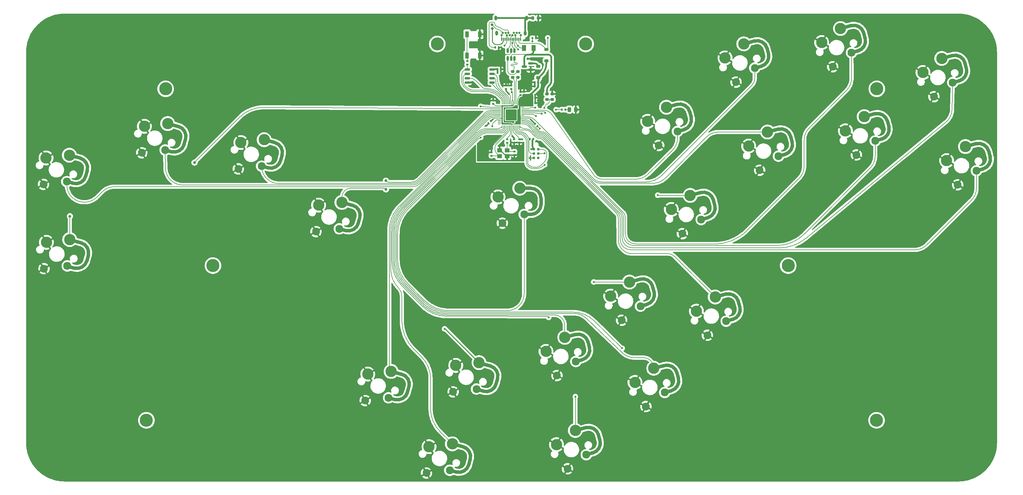
<source format=gtl>
G04 #@! TF.GenerationSoftware,KiCad,Pcbnew,(7.0.0)*
G04 #@! TF.CreationDate,2023-05-22T16:41:53-07:00*
G04 #@! TF.ProjectId,OpenRectangle,4f70656e-5265-4637-9461-6e676c652e6b,rev?*
G04 #@! TF.SameCoordinates,Original*
G04 #@! TF.FileFunction,Copper,L1,Top*
G04 #@! TF.FilePolarity,Positive*
%FSLAX46Y46*%
G04 Gerber Fmt 4.6, Leading zero omitted, Abs format (unit mm)*
G04 Created by KiCad (PCBNEW (7.0.0)) date 2023-05-22 16:41:53*
%MOMM*%
%LPD*%
G01*
G04 APERTURE LIST*
G04 Aperture macros list*
%AMRoundRect*
0 Rectangle with rounded corners*
0 $1 Rounding radius*
0 $2 $3 $4 $5 $6 $7 $8 $9 X,Y pos of 4 corners*
0 Add a 4 corners polygon primitive as box body*
4,1,4,$2,$3,$4,$5,$6,$7,$8,$9,$2,$3,0*
0 Add four circle primitives for the rounded corners*
1,1,$1+$1,$2,$3*
1,1,$1+$1,$4,$5*
1,1,$1+$1,$6,$7*
1,1,$1+$1,$8,$9*
0 Add four rect primitives between the rounded corners*
20,1,$1+$1,$2,$3,$4,$5,0*
20,1,$1+$1,$4,$5,$6,$7,0*
20,1,$1+$1,$6,$7,$8,$9,0*
20,1,$1+$1,$8,$9,$2,$3,0*%
G04 Aperture macros list end*
G04 #@! TA.AperFunction,ComponentPad*
%ADD10C,3.800000*%
G04 #@! TD*
G04 #@! TA.AperFunction,ComponentPad*
%ADD11C,2.300000*%
G04 #@! TD*
G04 #@! TA.AperFunction,SMDPad,CuDef*
%ADD12R,1.100000X1.800000*%
G04 #@! TD*
G04 #@! TA.AperFunction,SMDPad,CuDef*
%ADD13RoundRect,0.140000X0.170000X-0.140000X0.170000X0.140000X-0.170000X0.140000X-0.170000X-0.140000X0*%
G04 #@! TD*
G04 #@! TA.AperFunction,SMDPad,CuDef*
%ADD14RoundRect,0.200000X-0.275000X0.200000X-0.275000X-0.200000X0.275000X-0.200000X0.275000X0.200000X0*%
G04 #@! TD*
G04 #@! TA.AperFunction,SMDPad,CuDef*
%ADD15RoundRect,0.150000X0.587500X0.150000X-0.587500X0.150000X-0.587500X-0.150000X0.587500X-0.150000X0*%
G04 #@! TD*
G04 #@! TA.AperFunction,SMDPad,CuDef*
%ADD16RoundRect,0.140000X0.140000X0.170000X-0.140000X0.170000X-0.140000X-0.170000X0.140000X-0.170000X0*%
G04 #@! TD*
G04 #@! TA.AperFunction,SMDPad,CuDef*
%ADD17RoundRect,0.200000X0.275000X-0.200000X0.275000X0.200000X-0.275000X0.200000X-0.275000X-0.200000X0*%
G04 #@! TD*
G04 #@! TA.AperFunction,SMDPad,CuDef*
%ADD18RoundRect,0.135000X-0.135000X-0.185000X0.135000X-0.185000X0.135000X0.185000X-0.135000X0.185000X0*%
G04 #@! TD*
G04 #@! TA.AperFunction,SMDPad,CuDef*
%ADD19RoundRect,0.140000X-0.219203X-0.021213X-0.021213X-0.219203X0.219203X0.021213X0.021213X0.219203X0*%
G04 #@! TD*
G04 #@! TA.AperFunction,SMDPad,CuDef*
%ADD20RoundRect,0.135000X0.135000X0.185000X-0.135000X0.185000X-0.135000X-0.185000X0.135000X-0.185000X0*%
G04 #@! TD*
G04 #@! TA.AperFunction,SMDPad,CuDef*
%ADD21R,1.400000X1.200000*%
G04 #@! TD*
G04 #@! TA.AperFunction,SMDPad,CuDef*
%ADD22RoundRect,0.140000X-0.021213X0.219203X-0.219203X0.021213X0.021213X-0.219203X0.219203X-0.021213X0*%
G04 #@! TD*
G04 #@! TA.AperFunction,SMDPad,CuDef*
%ADD23RoundRect,0.250000X-0.375000X-0.625000X0.375000X-0.625000X0.375000X0.625000X-0.375000X0.625000X0*%
G04 #@! TD*
G04 #@! TA.AperFunction,SMDPad,CuDef*
%ADD24RoundRect,0.225000X0.375000X-0.225000X0.375000X0.225000X-0.375000X0.225000X-0.375000X-0.225000X0*%
G04 #@! TD*
G04 #@! TA.AperFunction,SMDPad,CuDef*
%ADD25RoundRect,0.200000X0.200000X0.275000X-0.200000X0.275000X-0.200000X-0.275000X0.200000X-0.275000X0*%
G04 #@! TD*
G04 #@! TA.AperFunction,SMDPad,CuDef*
%ADD26RoundRect,0.140000X-0.140000X-0.170000X0.140000X-0.170000X0.140000X0.170000X-0.140000X0.170000X0*%
G04 #@! TD*
G04 #@! TA.AperFunction,SMDPad,CuDef*
%ADD27RoundRect,0.243750X0.243750X0.456250X-0.243750X0.456250X-0.243750X-0.456250X0.243750X-0.456250X0*%
G04 #@! TD*
G04 #@! TA.AperFunction,SMDPad,CuDef*
%ADD28RoundRect,0.135000X0.185000X-0.135000X0.185000X0.135000X-0.185000X0.135000X-0.185000X-0.135000X0*%
G04 #@! TD*
G04 #@! TA.AperFunction,SMDPad,CuDef*
%ADD29RoundRect,0.140000X-0.170000X0.140000X-0.170000X-0.140000X0.170000X-0.140000X0.170000X0.140000X0*%
G04 #@! TD*
G04 #@! TA.AperFunction,SMDPad,CuDef*
%ADD30RoundRect,0.135000X-0.185000X0.135000X-0.185000X-0.135000X0.185000X-0.135000X0.185000X0.135000X0*%
G04 #@! TD*
G04 #@! TA.AperFunction,ConnectorPad*
%ADD31C,0.787400*%
G04 #@! TD*
G04 #@! TA.AperFunction,SMDPad,CuDef*
%ADD32RoundRect,0.050000X-0.387500X-0.050000X0.387500X-0.050000X0.387500X0.050000X-0.387500X0.050000X0*%
G04 #@! TD*
G04 #@! TA.AperFunction,SMDPad,CuDef*
%ADD33RoundRect,0.050000X-0.050000X-0.387500X0.050000X-0.387500X0.050000X0.387500X-0.050000X0.387500X0*%
G04 #@! TD*
G04 #@! TA.AperFunction,ComponentPad*
%ADD34C,0.600000*%
G04 #@! TD*
G04 #@! TA.AperFunction,SMDPad,CuDef*
%ADD35RoundRect,0.144000X-1.456000X-1.456000X1.456000X-1.456000X1.456000X1.456000X-1.456000X1.456000X0*%
G04 #@! TD*
G04 #@! TA.AperFunction,SMDPad,CuDef*
%ADD36RoundRect,0.150000X-0.150000X0.512500X-0.150000X-0.512500X0.150000X-0.512500X0.150000X0.512500X0*%
G04 #@! TD*
G04 #@! TA.AperFunction,SMDPad,CuDef*
%ADD37R,0.300000X0.900000*%
G04 #@! TD*
G04 #@! TA.AperFunction,SMDPad,CuDef*
%ADD38R,0.300000X0.700000*%
G04 #@! TD*
G04 #@! TA.AperFunction,ComponentPad*
%ADD39C,0.650000*%
G04 #@! TD*
G04 #@! TA.AperFunction,ComponentPad*
%ADD40O,0.800000X1.400000*%
G04 #@! TD*
G04 #@! TA.AperFunction,SMDPad,CuDef*
%ADD41RoundRect,0.150000X-0.650000X-0.150000X0.650000X-0.150000X0.650000X0.150000X-0.650000X0.150000X0*%
G04 #@! TD*
G04 #@! TA.AperFunction,ComponentPad*
%ADD42C,3.300000*%
G04 #@! TD*
G04 #@! TA.AperFunction,ViaPad*
%ADD43C,0.600000*%
G04 #@! TD*
G04 #@! TA.AperFunction,ViaPad*
%ADD44C,0.800000*%
G04 #@! TD*
G04 #@! TA.AperFunction,Conductor*
%ADD45C,0.500000*%
G04 #@! TD*
G04 #@! TA.AperFunction,Conductor*
%ADD46C,0.200000*%
G04 #@! TD*
G04 #@! TA.AperFunction,Conductor*
%ADD47C,0.381000*%
G04 #@! TD*
G04 #@! TA.AperFunction,Conductor*
%ADD48C,0.254000*%
G04 #@! TD*
G04 #@! TA.AperFunction,Conductor*
%ADD49C,0.250000*%
G04 #@! TD*
G04 #@! TA.AperFunction,Conductor*
%ADD50C,1.000000*%
G04 #@! TD*
G04 APERTURE END LIST*
D10*
X279275000Y-98760000D03*
X305060000Y-47313383D03*
D11*
X327173146Y-45479258D03*
X321696917Y-49576211D03*
X253920545Y-85360724D03*
X248444316Y-89457677D03*
X304589245Y-62445896D03*
X299113016Y-66542849D03*
X261212701Y-114944898D03*
X255736472Y-119041851D03*
D12*
X189459999Y-31399999D03*
X189459999Y-37599999D03*
X185759999Y-31399999D03*
X185759999Y-37599999D03*
D10*
X111765000Y-98760000D03*
D13*
X193344750Y-51676018D03*
X193344750Y-50716018D03*
D14*
X209030000Y-48780000D03*
X209030000Y-50430000D03*
D11*
X125952219Y-69813090D03*
X119161190Y-70623041D03*
X180734080Y-158346938D03*
X173943051Y-159156889D03*
X69218754Y-74311674D03*
X62427725Y-75121625D03*
X297693251Y-36776684D03*
X292217022Y-40873637D03*
D15*
X204290000Y-41770000D03*
X204290000Y-39870000D03*
X202415000Y-40820000D03*
D16*
X203380000Y-38580000D03*
X202420000Y-38580000D03*
D17*
X210570000Y-50425000D03*
X210570000Y-48775000D03*
D18*
X213350000Y-53360000D03*
X214370000Y-53360000D03*
D11*
X276430431Y-66911080D03*
X270954202Y-71008033D03*
X217413760Y-126680789D03*
X211937531Y-130777742D03*
D19*
X205546589Y-57476482D03*
X206225411Y-58155304D03*
D20*
X194940000Y-35230000D03*
X193920000Y-35230000D03*
D10*
X92395000Y-143800000D03*
D11*
X188495874Y-134704751D03*
X181704845Y-135514702D03*
D21*
X197393999Y-65189249D03*
X195193999Y-65189249D03*
X195193999Y-66889249D03*
X197393999Y-66889249D03*
D22*
X192668161Y-56698607D03*
X191989339Y-57377429D03*
D11*
X202388500Y-83866866D03*
X196038500Y-86406866D03*
D13*
X199567750Y-66535018D03*
X199567750Y-65575018D03*
D23*
X202310000Y-35460000D03*
X205110000Y-35460000D03*
D24*
X208830000Y-39130000D03*
X208830000Y-35830000D03*
D25*
X206520000Y-26720000D03*
X204870000Y-26720000D03*
D16*
X206400000Y-45425000D03*
X205440000Y-45425000D03*
D26*
X205440000Y-46625000D03*
X206400000Y-46625000D03*
D27*
X217425000Y-53350000D03*
X215550000Y-53350000D03*
D13*
X201345750Y-49136018D03*
X201345750Y-48176018D03*
D28*
X197437000Y-62993250D03*
X197437000Y-61973250D03*
D29*
X200993000Y-62003250D03*
X200993000Y-62963250D03*
D26*
X204577000Y-49910250D03*
X205537000Y-49910250D03*
D11*
X69362103Y-98841704D03*
X62571074Y-99651655D03*
X247024810Y-59692478D03*
X241548581Y-63789431D03*
D13*
X202361750Y-49136018D03*
X202361750Y-48176018D03*
D26*
X194620000Y-41640000D03*
X195580000Y-41640000D03*
D29*
X192865000Y-65829018D03*
X192865000Y-66789018D03*
D11*
X236246143Y-110576311D03*
X230769914Y-114673264D03*
X162900472Y-137243168D03*
X156109443Y-138053119D03*
D14*
X200540000Y-42315000D03*
X200540000Y-43965000D03*
D11*
X148574312Y-88052615D03*
X141783283Y-88862566D03*
D30*
X185850000Y-39210000D03*
X185850000Y-40230000D03*
D10*
X98000000Y-47313383D03*
D11*
X269534437Y-41241868D03*
X264058208Y-45338821D03*
X97856886Y-65107131D03*
X91065857Y-65917082D03*
D14*
X199010000Y-42315000D03*
X199010000Y-43965000D03*
D13*
X198580000Y-47342250D03*
X198580000Y-46382250D03*
D31*
X205215000Y-64850000D03*
X206485000Y-64850000D03*
X205215000Y-66120000D03*
X206485000Y-66120000D03*
X205215000Y-67390000D03*
X206485000Y-67390000D03*
D24*
X206450000Y-44060000D03*
X206450000Y-40760000D03*
D10*
X304995000Y-143800000D03*
D29*
X199469000Y-62003250D03*
X199469000Y-62963250D03*
D11*
X220485032Y-153803186D03*
X215008803Y-157900139D03*
D32*
X195142500Y-52295000D03*
X195142500Y-52695000D03*
X195142500Y-53095000D03*
X195142500Y-53495000D03*
X195142500Y-53895000D03*
X195142500Y-54295000D03*
X195142500Y-54695000D03*
X195142500Y-55095000D03*
X195142500Y-55495000D03*
X195142500Y-55895000D03*
X195142500Y-56295000D03*
X195142500Y-56695000D03*
X195142500Y-57095000D03*
X195142500Y-57495000D03*
D33*
X195980000Y-58332500D03*
X196380000Y-58332500D03*
X196780000Y-58332500D03*
X197180000Y-58332500D03*
X197580000Y-58332500D03*
X197980000Y-58332500D03*
X198380000Y-58332500D03*
X198780000Y-58332500D03*
X199180000Y-58332500D03*
X199580000Y-58332500D03*
X199980000Y-58332500D03*
X200380000Y-58332500D03*
X200780000Y-58332500D03*
X201180000Y-58332500D03*
D32*
X202017500Y-57495000D03*
X202017500Y-57095000D03*
X202017500Y-56695000D03*
X202017500Y-56295000D03*
X202017500Y-55895000D03*
X202017500Y-55495000D03*
X202017500Y-55095000D03*
X202017500Y-54695000D03*
X202017500Y-54295000D03*
X202017500Y-53895000D03*
X202017500Y-53495000D03*
X202017500Y-53095000D03*
X202017500Y-52695000D03*
X202017500Y-52295000D03*
D33*
X201180000Y-51457500D03*
X200780000Y-51457500D03*
X200380000Y-51457500D03*
X199980000Y-51457500D03*
X199580000Y-51457500D03*
X199180000Y-51457500D03*
X198780000Y-51457500D03*
X198380000Y-51457500D03*
X197980000Y-51457500D03*
X197580000Y-51457500D03*
X197180000Y-51457500D03*
X196780000Y-51457500D03*
X196380000Y-51457500D03*
X195980000Y-51457500D03*
D34*
X197305000Y-53620000D03*
X197305000Y-54895000D03*
X197305000Y-56170000D03*
X198580000Y-53620000D03*
X198580000Y-54895000D03*
D35*
X198580000Y-54895000D03*
D34*
X198580000Y-56170000D03*
X199855000Y-53620000D03*
X199855000Y-54895000D03*
X199855000Y-56170000D03*
D13*
X197056000Y-47342250D03*
X197056000Y-46382250D03*
D11*
X243317415Y-135698708D03*
X237841186Y-139795661D03*
D10*
X220290000Y-34240000D03*
X177100000Y-34240000D03*
D11*
X334069140Y-71148470D03*
X328592911Y-75245423D03*
D20*
X205010000Y-61930000D03*
X203990000Y-61930000D03*
D36*
X199530000Y-36212500D03*
X198580000Y-36212500D03*
X197630000Y-36212500D03*
X197630000Y-38487500D03*
X198580000Y-38487500D03*
X199530000Y-38487500D03*
D26*
X204577000Y-51434250D03*
X205537000Y-51434250D03*
D18*
X204750000Y-32570000D03*
X205770000Y-32570000D03*
D37*
X201328499Y-32919999D03*
X200828499Y-32919999D03*
X200328499Y-32919999D03*
X199828499Y-32919999D03*
X199328499Y-32919999D03*
D38*
X198828499Y-32919999D03*
X198328499Y-32919999D03*
D37*
X197828499Y-32919999D03*
X197328499Y-32919999D03*
X196828499Y-32919999D03*
X196328499Y-32919999D03*
X195828499Y-32919999D03*
D39*
X195778500Y-31710000D03*
X196178500Y-31010000D03*
X196978500Y-31010000D03*
X197378500Y-31710000D03*
X197778500Y-31010000D03*
X198178500Y-31710000D03*
X198978500Y-31710000D03*
X199378500Y-31010000D03*
X199778500Y-31710000D03*
X200178500Y-31010000D03*
X200978500Y-31010000D03*
X201378500Y-31710000D03*
D40*
X203068499Y-26719999D03*
X202633499Y-31109999D03*
X194373499Y-31109999D03*
X194088499Y-26719999D03*
D41*
X185850000Y-41645000D03*
X185850000Y-42915000D03*
X185850000Y-44185000D03*
X185850000Y-45455000D03*
X193050000Y-45455000D03*
X193050000Y-44185000D03*
X193050000Y-42915000D03*
X193050000Y-41645000D03*
D42*
X63173200Y-67432570D03*
X69964229Y-66622619D03*
X238349654Y-56757776D03*
X243825883Y-52660823D03*
X245245389Y-82426022D03*
X250721618Y-78329069D03*
X194768500Y-78786866D03*
X201118500Y-76246866D03*
X208738604Y-123746087D03*
X214214833Y-119649134D03*
X91811332Y-58228027D03*
X98602361Y-57418076D03*
X252537545Y-112010196D03*
X258013774Y-107913243D03*
X142528758Y-81173511D03*
X149319787Y-80363560D03*
X63278971Y-91989951D03*
X70070000Y-91180000D03*
X260859281Y-38307166D03*
X266335510Y-34210213D03*
X119906665Y-62933986D03*
X126697694Y-62124035D03*
X211809876Y-150868484D03*
X217286105Y-146771531D03*
X174688526Y-151467834D03*
X181479555Y-150657883D03*
X156854918Y-130364064D03*
X163645947Y-129554113D03*
X295914089Y-59511194D03*
X301390318Y-55414241D03*
X318497990Y-42544556D03*
X323974219Y-38447603D03*
X234642259Y-132764006D03*
X240118488Y-128667053D03*
X267755275Y-63976378D03*
X273231504Y-59879425D03*
X325393984Y-68213768D03*
X330870213Y-64116815D03*
X289018095Y-33841982D03*
X294494324Y-29745029D03*
X182455874Y-127824752D03*
X189246903Y-127014801D03*
X227570987Y-107641609D03*
X233047216Y-103544656D03*
D43*
X191312750Y-58054018D03*
X197789750Y-45735018D03*
X187627500Y-45465000D03*
X196000000Y-37350000D03*
X200202750Y-63896018D03*
X192865000Y-64912018D03*
X199567750Y-67579018D03*
X204170000Y-38570000D03*
X204012739Y-67390000D03*
X196600000Y-41630000D03*
X202361750Y-47259018D03*
X205536750Y-49070000D03*
X207260000Y-45475000D03*
X204650000Y-46635000D03*
X193344750Y-49926018D03*
X200806000Y-45242893D03*
X206902000Y-58831893D03*
X198901000Y-45242893D03*
X189729504Y-61479605D03*
X189730000Y-52400000D03*
D44*
X162130000Y-76550000D03*
X162130000Y-74050000D03*
D43*
X222630000Y-103540000D03*
X209530000Y-113860000D03*
X217286105Y-136906105D03*
X230890000Y-122830000D03*
X241280000Y-78260000D03*
X208517500Y-54257500D03*
X205670000Y-52780000D03*
D44*
X193100000Y-29740000D03*
D43*
X194620000Y-42670000D03*
X198805750Y-48275018D03*
X204412739Y-64870000D03*
X198932750Y-61102018D03*
X201853750Y-61991018D03*
X199186750Y-56994500D03*
X199313750Y-52757250D03*
X197945000Y-48767250D03*
X207480000Y-54560000D03*
X211680000Y-53370000D03*
X200520000Y-34710000D03*
X196670000Y-34710000D03*
X198928000Y-34010000D03*
X208340500Y-66090000D03*
X208343911Y-69423911D03*
X204750000Y-33500500D03*
X200610000Y-35810000D03*
X205830000Y-55220000D03*
X208260000Y-52840000D03*
D44*
X193000000Y-28640000D03*
D43*
X209261589Y-32468411D03*
D44*
X70120000Y-84410000D03*
X106410000Y-68780000D03*
D43*
X193120000Y-58220000D03*
X179220000Y-117190000D03*
D45*
X205440000Y-45425000D02*
X205440000Y-46625000D01*
D46*
X197963369Y-37320000D02*
X196030000Y-37320000D01*
X197580000Y-58332500D02*
X197580000Y-59053529D01*
X201328500Y-31760000D02*
X201378500Y-31710000D01*
D45*
X197056000Y-46382250D02*
X198580000Y-46382250D01*
D47*
X192865000Y-64912018D02*
X192865000Y-65829018D01*
X199567750Y-66535018D02*
X199567750Y-67579018D01*
D46*
X195828500Y-32920000D02*
X195828500Y-31760000D01*
D47*
X191989339Y-57377429D02*
X191312750Y-58054018D01*
X199567750Y-66535018D02*
X197748232Y-66535018D01*
X205537000Y-49910250D02*
X205537000Y-51434250D01*
D46*
X198580000Y-36212500D02*
X198580000Y-36703369D01*
D45*
X185887500Y-45450000D02*
X187612500Y-45450000D01*
X203380000Y-38580000D02*
X204160000Y-38580000D01*
D47*
X193344750Y-50716018D02*
X193344750Y-49926018D01*
D46*
X201328500Y-32920000D02*
X201328500Y-31760000D01*
D47*
X205536750Y-49070000D02*
X205536750Y-49910000D01*
D46*
X206902000Y-58831893D02*
X206225411Y-58155304D01*
X196030000Y-37320000D02*
X196000000Y-37350000D01*
D45*
X204160000Y-38580000D02*
X204170000Y-38570000D01*
D46*
X202361750Y-48176018D02*
X202361750Y-47259018D01*
D45*
X195580000Y-41640000D02*
X196590000Y-41640000D01*
X205440000Y-46625000D02*
X204660000Y-46625000D01*
D46*
X197271903Y-59797341D02*
X193365425Y-63703819D01*
X195828500Y-31760000D02*
X195778500Y-31710000D01*
D45*
X204660000Y-46625000D02*
X204650000Y-46635000D01*
D48*
X197147022Y-66889250D02*
X195447022Y-65189250D01*
D49*
X205215000Y-67390000D02*
X204012739Y-67390000D01*
D46*
X197271887Y-59797325D02*
G75*
G03*
X197580000Y-59053529I-743787J743825D01*
G01*
X193365440Y-63703834D02*
G75*
G03*
X192865000Y-64912018I1208160J-1208166D01*
G01*
X197963369Y-37320000D02*
G75*
G03*
X198580000Y-36703369I31J616600D01*
G01*
X168460304Y-82436556D02*
X189108430Y-61788430D01*
X197388500Y-111900000D02*
X180484880Y-111900000D01*
X173413812Y-108971068D02*
X168460304Y-104017560D01*
X189665679Y-61543430D02*
X189729504Y-61479605D01*
X189730000Y-52400000D02*
X189750000Y-52400000D01*
X165531372Y-96946492D02*
X165531372Y-89507624D01*
D50*
X207306500Y-79246866D02*
X207306500Y-80866866D01*
X204306500Y-83866866D02*
X202388500Y-83866866D01*
D46*
X192731461Y-52681859D02*
X189730000Y-52400000D01*
X189108430Y-61788430D02*
X189132704Y-61764156D01*
X195142500Y-52695000D02*
X193011949Y-52695000D01*
D50*
X201118500Y-76246866D02*
X204306500Y-76246866D01*
D46*
X202388500Y-83866866D02*
X202388500Y-106900000D01*
X168460286Y-82436538D02*
G75*
G03*
X165531372Y-89507624I7071114J-7071062D01*
G01*
X165531386Y-96946492D02*
G75*
G03*
X168460304Y-104017560I10000014J-8D01*
G01*
X197388500Y-111900000D02*
G75*
G03*
X202388500Y-106900000I0J5000000D01*
G01*
D50*
X204306500Y-83866900D02*
G75*
G03*
X207306500Y-80866866I0J3000000D01*
G01*
D46*
X173413822Y-108971058D02*
G75*
G03*
X180484880Y-111900000I7071078J7071058D01*
G01*
D50*
X207306534Y-79246866D02*
G75*
G03*
X204306500Y-76246866I-3000034J-34D01*
G01*
D46*
X189665679Y-61543409D02*
G75*
G03*
X189132705Y-61764157I-79J-753591D01*
G01*
X192731461Y-52681864D02*
G75*
G03*
X193011949Y-52695000I280439J2986864D01*
G01*
X190866321Y-54373679D02*
X171618679Y-73621321D01*
X154886553Y-76206553D02*
X154880000Y-76200000D01*
X169497359Y-74500000D02*
X162997809Y-74500000D01*
X148574312Y-88052615D02*
X148298411Y-89082292D01*
X162130000Y-76550000D02*
X162072893Y-76492893D01*
X162130000Y-74050000D02*
X162260025Y-74169975D01*
X155015786Y-76200000D02*
X154880000Y-76200000D01*
X162298554Y-74214872D02*
X162130000Y-74050000D01*
D50*
X154520479Y-84862910D02*
X154101192Y-86427710D01*
X150426957Y-88549030D02*
X148574312Y-88052615D01*
D46*
X195142500Y-53495000D02*
X192987641Y-53495000D01*
D50*
X149319787Y-80363560D02*
X152399159Y-81188675D01*
D46*
X161480000Y-76206553D02*
X154886553Y-76206553D01*
X149305932Y-78913637D02*
X149319787Y-80363560D01*
X154880000Y-76200000D02*
X151993761Y-76200000D01*
X162298549Y-74214877D02*
G75*
G03*
X162997809Y-74500000I699251J714877D01*
G01*
D50*
X150426944Y-88549079D02*
G75*
G03*
X154101191Y-86427710I776456J2897779D01*
G01*
D46*
X162072900Y-76492886D02*
G75*
G03*
X161365786Y-76200000I-707100J-707114D01*
G01*
X192987641Y-53495029D02*
G75*
G03*
X190866321Y-54373679I-41J-2999971D01*
G01*
X151993761Y-76200010D02*
G75*
G03*
X149305932Y-78913637I39J-2687990D01*
G01*
X169497359Y-74499971D02*
G75*
G03*
X171618679Y-73621321I41J2999971D01*
G01*
D50*
X154520534Y-84862925D02*
G75*
G03*
X152399159Y-81188675I-2897834J776425D01*
G01*
D46*
X169663045Y-74900000D02*
X130958309Y-74900000D01*
X191032007Y-54773679D02*
X171784365Y-74021321D01*
D50*
X126697694Y-62124035D02*
X129777066Y-62949150D01*
D46*
X195142500Y-53895000D02*
X193153327Y-53895000D01*
X125961360Y-70074637D02*
X125952219Y-69813090D01*
D50*
X131898386Y-66623385D02*
X131479099Y-68188185D01*
X127804865Y-70309505D02*
X125952219Y-69813090D01*
D46*
X169663045Y-74900032D02*
G75*
G03*
X171784365Y-74021321I-45J3000032D01*
G01*
X193153327Y-53895019D02*
G75*
G03*
X191032007Y-54773679I-27J-2999981D01*
G01*
D50*
X127804863Y-70309511D02*
G75*
G03*
X131479098Y-68188185I776437J2897811D01*
G01*
D46*
X125961351Y-70074637D02*
G75*
G03*
X130958309Y-74900000I4996949J174637D01*
G01*
D50*
X131898347Y-66623375D02*
G75*
G03*
X129777066Y-62949151I-2897747J776475D01*
G01*
D46*
X97946523Y-70384907D02*
X97856886Y-65107131D01*
D50*
X98602361Y-57418076D02*
X101681733Y-58243191D01*
D46*
X191197693Y-55173679D02*
X171950051Y-74421321D01*
D50*
X103803053Y-61917426D02*
X103383766Y-63482226D01*
D46*
X169828731Y-75300000D02*
X102945802Y-75300000D01*
X195142500Y-54295000D02*
X193319013Y-54295000D01*
D50*
X99709531Y-65603546D02*
X97856886Y-65107131D01*
D46*
X193319013Y-54295009D02*
G75*
G03*
X191197693Y-55173679I-13J-2999991D01*
G01*
X97946521Y-70384907D02*
G75*
G03*
X102945802Y-75300000I4999279J84907D01*
G01*
X169828731Y-75300022D02*
G75*
G03*
X171950051Y-74421321I-31J3000022D01*
G01*
D50*
X103803107Y-61917440D02*
G75*
G03*
X101681733Y-58243191I-2897807J776440D01*
G01*
X99709529Y-65603553D02*
G75*
G03*
X103383765Y-63482226I776471J2897753D01*
G01*
D46*
X79565534Y-77264466D02*
X77994466Y-78835534D01*
X191503556Y-55433502D02*
X172015737Y-74921321D01*
X195142500Y-54695000D02*
X193484699Y-54695000D01*
D50*
X71071400Y-74808089D02*
X69218754Y-74311674D01*
X69964229Y-66622619D02*
X73043601Y-67447735D01*
D46*
X191513502Y-55433502D02*
X191503556Y-55433502D01*
X74458932Y-80300000D02*
X74229124Y-80300000D01*
D50*
X75164921Y-71121969D02*
X74745634Y-72686769D01*
D46*
X169894417Y-75800000D02*
X83101068Y-75800000D01*
X69229385Y-75351135D02*
X69218754Y-74311674D01*
X83101068Y-75799978D02*
G75*
G03*
X79565535Y-77264467I32J-5000022D01*
G01*
D50*
X75164876Y-71121957D02*
G75*
G03*
X73043601Y-67447735I-2897776J776457D01*
G01*
D46*
X74458932Y-80300022D02*
G75*
G03*
X77994465Y-78835533I-32J5000022D01*
G01*
X69229361Y-75351135D02*
G75*
G03*
X74229124Y-80300000I4999739J51135D01*
G01*
D50*
X71071416Y-74808030D02*
G75*
G03*
X74745634Y-72686769I776484J2897730D01*
G01*
D46*
X193484699Y-54695000D02*
G75*
G03*
X191363379Y-55573681I1J-3000000D01*
G01*
X169894417Y-75800012D02*
G75*
G03*
X172015737Y-74921321I-17J3000012D01*
G01*
X163424265Y-129332431D02*
X163645947Y-129554113D01*
D50*
X164753118Y-137739583D02*
X162900472Y-137243168D01*
D46*
X191529065Y-55973679D02*
X166060304Y-81442440D01*
X195142500Y-55095000D02*
X193650385Y-55095000D01*
D50*
X163645948Y-129554113D02*
X166725319Y-130379228D01*
D46*
X163131372Y-88513508D02*
X163131372Y-128625324D01*
D50*
X168846639Y-134053462D02*
X168427353Y-135618262D01*
D46*
X193650385Y-55094990D02*
G75*
G03*
X191529066Y-55973680I15J-3000010D01*
G01*
X166060294Y-81442430D02*
G75*
G03*
X163131372Y-88513508I7071106J-7071070D01*
G01*
D50*
X164753127Y-137739549D02*
G75*
G03*
X168427352Y-135618262I776473J2897749D01*
G01*
D46*
X163131363Y-128625324D02*
G75*
G03*
X163424265Y-129332431I1000037J24D01*
G01*
D50*
X168846658Y-134053467D02*
G75*
G03*
X166725319Y-130379229I-2897758J776467D01*
G01*
D46*
X163531372Y-99775649D02*
X163531372Y-88679194D01*
D50*
X186680247Y-155157233D02*
X186260960Y-156722033D01*
X181479555Y-150657884D02*
X184558927Y-151482999D01*
X182586726Y-158843354D02*
X180734080Y-158346939D01*
D46*
X166756788Y-107562458D02*
X166756788Y-114707426D01*
X193816071Y-55495000D02*
X195142500Y-55495000D01*
X170214089Y-123054089D02*
X172509053Y-125349053D01*
X166460304Y-81608126D02*
X191694751Y-56373679D01*
X175130000Y-131676578D02*
X175130000Y-140411638D01*
X177885376Y-147063704D02*
X181479555Y-150657883D01*
X166756784Y-114707426D02*
G75*
G03*
X170214089Y-123054089I11804016J26D01*
G01*
X175129961Y-140411638D02*
G75*
G03*
X177885376Y-147063704I9407439J38D01*
G01*
X166460301Y-81608123D02*
G75*
G03*
X163531372Y-88679194I7071099J-7071077D01*
G01*
X175130007Y-131676578D02*
G75*
G03*
X172509053Y-125349053I-8948507J-22D01*
G01*
D50*
X186680295Y-155157246D02*
G75*
G03*
X184558927Y-151483000I-2897795J776446D01*
G01*
D46*
X166756832Y-107562458D02*
G75*
G03*
X165814574Y-105287786I-3216832J-42D01*
G01*
X193816071Y-55494980D02*
G75*
G03*
X191694752Y-56373680I29J-3000020D01*
G01*
X163531335Y-99775649D02*
G75*
G03*
X165814575Y-105287785I7795365J49D01*
G01*
D50*
X182586727Y-158843349D02*
G75*
G03*
X186260959Y-156722033I776473J2897749D01*
G01*
D46*
X222634656Y-103544656D02*
X233047216Y-103544656D01*
D50*
X233047216Y-103544657D02*
X236126587Y-102719541D01*
D46*
X186172136Y-113500000D02*
X186380000Y-113500404D01*
X209530000Y-113860000D02*
X209540000Y-113860000D01*
X222630000Y-103540000D02*
X222634656Y-103544656D01*
X188538525Y-60095591D02*
X166860304Y-81773812D01*
X166860304Y-104680304D02*
X172751068Y-110571068D01*
X194552062Y-58924018D02*
X191366952Y-58924018D01*
X186380000Y-113500404D02*
X209222766Y-113544790D01*
X209222766Y-113544790D02*
X209224790Y-113544790D01*
X163931372Y-88844880D02*
X163931372Y-97609236D01*
X209540000Y-113860000D02*
X209510000Y-113830000D01*
X209224790Y-113544790D02*
X209530000Y-113850000D01*
X186379596Y-113500000D02*
X186380000Y-113500404D01*
X179822136Y-113500000D02*
X186379596Y-113500000D01*
D50*
X238098788Y-110079896D02*
X236246143Y-110576311D01*
X239800822Y-104840862D02*
X240220109Y-106405662D01*
D46*
X209530000Y-113850000D02*
X209530000Y-113860000D01*
D50*
X238098788Y-110079895D02*
G75*
G03*
X240220109Y-106405662I-776488J2897795D01*
G01*
D46*
X194552062Y-58923984D02*
G75*
G03*
X195979999Y-58332499I38J2019284D01*
G01*
D50*
X239800756Y-104840880D02*
G75*
G03*
X236126587Y-102719542I-2897756J-776420D01*
G01*
D46*
X163931355Y-97609236D02*
G75*
G03*
X166860304Y-104680304I10000045J36D01*
G01*
X191366952Y-58923979D02*
G75*
G03*
X188538525Y-60095591I48J-4000021D01*
G01*
X172751050Y-110571086D02*
G75*
G03*
X179822136Y-113500000I7071050J7071086D01*
G01*
X166860308Y-81773816D02*
G75*
G03*
X163931372Y-88844880I7071092J-7071084D01*
G01*
X214217548Y-118557222D02*
X214214833Y-119649134D01*
X164589967Y-99714927D02*
X164759379Y-100347182D01*
X179007380Y-113054583D02*
X179660541Y-113097392D01*
X164462258Y-87381170D02*
X164376819Y-88030129D01*
X188704211Y-60495591D02*
X167260304Y-81939498D01*
X165509770Y-84295323D02*
X165220265Y-84882379D01*
X166599175Y-103789200D02*
X167030755Y-104281324D01*
X166200704Y-83184213D02*
X165837050Y-83728459D01*
X165837052Y-102725658D02*
X166200705Y-103269904D01*
X175272554Y-111921643D02*
X175859613Y-112211148D01*
X195804643Y-59324018D02*
X191532638Y-59324018D01*
X167030756Y-82172793D02*
X166599175Y-82664917D01*
X214214833Y-119649134D02*
X214206791Y-116106690D01*
X176464350Y-112461636D02*
X177084175Y-112672037D01*
X164462269Y-99072946D02*
X164589967Y-99714927D01*
D50*
X220968439Y-120945340D02*
X221387726Y-122510140D01*
X214214833Y-119649135D02*
X217294204Y-118824019D01*
D46*
X165509773Y-102158793D02*
X165837052Y-102725658D01*
X167260304Y-104514618D02*
X172916754Y-110171068D01*
X179660541Y-113097392D02*
X179987822Y-113100000D01*
X164969780Y-100967004D02*
X165220269Y-101571737D01*
X167260304Y-81939498D02*
X167030756Y-82172793D01*
X178358418Y-112969147D02*
X179007380Y-113054583D01*
X164969775Y-85487112D02*
X164759372Y-86106933D01*
X167030755Y-104281324D02*
X167260304Y-104514618D01*
X165220265Y-84882379D02*
X164969775Y-85487112D01*
X164376832Y-98423987D02*
X164462269Y-99072946D01*
X179987822Y-113100000D02*
X186337822Y-113100000D01*
X196198732Y-59137042D02*
X196247216Y-59088559D01*
X164376819Y-88030129D02*
X164334007Y-88683286D01*
X177716433Y-112841449D02*
X178358418Y-112969147D01*
X164334007Y-88683286D02*
X164331372Y-89010566D01*
X166599175Y-82664917D02*
X166200704Y-83184213D01*
D50*
X219266405Y-126184374D02*
X217413760Y-126680789D01*
D46*
X164759379Y-100347182D02*
X164969780Y-100967004D01*
X175859613Y-112211148D02*
X176464350Y-112461636D01*
X164334022Y-97770829D02*
X164376832Y-98423987D01*
X164331372Y-89010566D02*
X164331372Y-97443550D01*
X164759372Y-86106933D02*
X164589958Y-86739188D01*
X166200705Y-103269904D02*
X166599175Y-103789200D01*
X172916754Y-110171068D02*
X173150011Y-110400656D01*
X186337822Y-113100000D02*
X211208427Y-113113500D01*
X177084175Y-112672037D02*
X177716433Y-112841449D01*
X164589958Y-86739188D02*
X164462258Y-87381170D01*
X196380000Y-58332500D02*
X196380000Y-58767995D01*
X165837050Y-83728459D02*
X165509770Y-84295323D01*
X165220269Y-101571737D02*
X165509773Y-102158793D01*
X173642137Y-110832238D02*
X174161437Y-111230709D01*
X173150011Y-110400656D02*
X173642137Y-110832238D01*
X164331372Y-97443550D02*
X164334022Y-97770829D01*
X174161437Y-111230709D02*
X174705686Y-111594363D01*
X174705686Y-111594363D02*
X175272554Y-111921643D01*
D50*
X219266415Y-126184411D02*
G75*
G03*
X221387725Y-122510140I-776515J2897811D01*
G01*
D46*
X191532638Y-59324040D02*
G75*
G03*
X188704211Y-60495591I-38J-3999960D01*
G01*
X214206792Y-116106690D02*
G75*
G03*
X211208427Y-113113500I-2999992J-6810D01*
G01*
X196247210Y-59088553D02*
G75*
G03*
X196380000Y-58767995I-320510J320553D01*
G01*
D50*
X220968487Y-120945327D02*
G75*
G03*
X217294204Y-118824019I-2897787J-776473D01*
G01*
D46*
X195804643Y-59324043D02*
G75*
G03*
X196158196Y-59177572I-43J500043D01*
G01*
X179826227Y-112697407D02*
X180153508Y-112700000D01*
X166999181Y-103623511D02*
X167430758Y-104115636D01*
X166600724Y-83349914D02*
X166237070Y-83894158D01*
X196780000Y-58332500D02*
X196780000Y-58815084D01*
X164989977Y-86904880D02*
X164862276Y-87546860D01*
X164731372Y-97277864D02*
X164734055Y-97605143D01*
X196563825Y-59336957D02*
X196442112Y-59458662D01*
X178524103Y-112569160D02*
X179173065Y-112654597D01*
X165909789Y-84461020D02*
X165620284Y-85048075D01*
X166600714Y-103104214D02*
X166999181Y-103623511D01*
X234423140Y-125550000D02*
X237118488Y-125550000D01*
X165159402Y-100181493D02*
X165369800Y-100801314D01*
X240118488Y-128550000D02*
X240118488Y-128667053D01*
X176025296Y-111811157D02*
X176630033Y-112061647D01*
X220427467Y-114091149D02*
X230968685Y-124164795D01*
X166999194Y-82830619D02*
X166600724Y-83349914D01*
X165369794Y-85652806D02*
X165159391Y-86272626D01*
X176630033Y-112061647D02*
X177249858Y-112272049D01*
X165909787Y-101993103D02*
X166237063Y-102559968D01*
X164862297Y-98907257D02*
X164989992Y-99549238D01*
X167430758Y-104115636D02*
X167660304Y-104348932D01*
X196442112Y-59458662D02*
X196411552Y-59489222D01*
D50*
X246872094Y-129963259D02*
X247291381Y-131528059D01*
D46*
X164776837Y-88195817D02*
X164734024Y-88848973D01*
X216230000Y-112700000D02*
X216322542Y-112700000D01*
D50*
X245170060Y-135202293D02*
X243317414Y-135698708D01*
D46*
X179173065Y-112654597D02*
X179826227Y-112697407D01*
X165369800Y-100801314D02*
X165620286Y-101406047D01*
X164734055Y-97605143D02*
X164776863Y-98258299D01*
X177249858Y-112272049D02*
X177882117Y-112441462D01*
X165159391Y-86272626D02*
X164989977Y-86904880D01*
X166237070Y-83894158D02*
X165909789Y-84461020D01*
X177882117Y-112441462D02*
X178524103Y-112569160D01*
X216230000Y-112700000D02*
X216237039Y-112707039D01*
X164776863Y-98258299D02*
X164862297Y-98907257D01*
X164734024Y-88848973D02*
X164731372Y-89176252D01*
X174871368Y-111194371D02*
X175438236Y-111521652D01*
X180153508Y-112700000D02*
X216230000Y-112700000D01*
X167660304Y-104348932D02*
X173082440Y-109771068D01*
X216322542Y-112700000D02*
X216328486Y-112705944D01*
X167660304Y-82105184D02*
X167430775Y-82338497D01*
X164989992Y-99549238D02*
X165159402Y-100181493D01*
X175438236Y-111521652D02*
X176025296Y-111811157D01*
X164731372Y-89176252D02*
X164731372Y-97277864D01*
X167430775Y-82338497D02*
X166999194Y-82830619D01*
X173315693Y-110000661D02*
X173807819Y-110432244D01*
X195845866Y-59723537D02*
X191698805Y-59723537D01*
X173807819Y-110432244D02*
X174327119Y-110830716D01*
X188870378Y-60895110D02*
X167660304Y-82105184D01*
X173082440Y-109771068D02*
X173315693Y-110000661D01*
X216328486Y-112705944D02*
X216973012Y-112705944D01*
X165620286Y-101406047D02*
X165909787Y-101993103D01*
X164862276Y-87546860D02*
X164776837Y-88195817D01*
D50*
X240118488Y-128667053D02*
X243197859Y-127841938D01*
D46*
X166237063Y-102559968D02*
X166600714Y-103104214D01*
X174327119Y-110830716D02*
X174871368Y-111194371D01*
X165620284Y-85048075D02*
X165369794Y-85652806D01*
D50*
X246872063Y-129963267D02*
G75*
G03*
X243197859Y-127841939I-2897763J-776433D01*
G01*
D46*
X195845866Y-59723502D02*
G75*
G03*
X196411552Y-59489222I34J800002D01*
G01*
X230968666Y-124164815D02*
G75*
G03*
X234423140Y-125550000I3454434J3614815D01*
G01*
X240118500Y-128550000D02*
G75*
G03*
X237118488Y-125550000I-3000000J0D01*
G01*
X220427453Y-114091164D02*
G75*
G03*
X216973012Y-112705944I-3454453J-3614736D01*
G01*
D50*
X245170056Y-135202277D02*
G75*
G03*
X247291381Y-131528059I-776456J2897777D01*
G01*
D46*
X196563829Y-59336961D02*
G75*
G03*
X196780000Y-58815084I-521829J521861D01*
G01*
X191698805Y-59723530D02*
G75*
G03*
X188870378Y-60895110I-5J-3999970D01*
G01*
D50*
X217286105Y-146771531D02*
X220365476Y-145946416D01*
D46*
X217286105Y-136906105D02*
X217286105Y-146771531D01*
X180319194Y-112300000D02*
X186669194Y-112300000D01*
X197180000Y-58332500D02*
X197180000Y-58900726D01*
X222850748Y-114920748D02*
X230890000Y-122830000D01*
X165131372Y-89341938D02*
X165131372Y-97112178D01*
X186669194Y-112300000D02*
X216523702Y-112300000D01*
X189036544Y-61294630D02*
X168060304Y-82270870D01*
D50*
X222337677Y-153306771D02*
X220485032Y-153803186D01*
D46*
X196907726Y-59558054D02*
X196635616Y-59830164D01*
X230890000Y-122830000D02*
X230765534Y-122835534D01*
X195928509Y-60123057D02*
X191864971Y-60123057D01*
X168060304Y-104183246D02*
X173248126Y-109371068D01*
D50*
X224039711Y-148067737D02*
X224458998Y-149632536D01*
D46*
X191864971Y-60123050D02*
G75*
G03*
X189036545Y-61294631I29J-4000050D01*
G01*
D50*
X222337683Y-153306792D02*
G75*
G03*
X224458997Y-149632536I-776483J2897792D01*
G01*
D46*
X222850748Y-114920748D02*
G75*
G03*
X216523702Y-112300000I-6327048J-6327052D01*
G01*
X195928509Y-60123076D02*
G75*
G03*
X196635616Y-59830164I-9J999976D01*
G01*
X173248129Y-109371065D02*
G75*
G03*
X180319194Y-112300000I7071071J7071065D01*
G01*
X168060279Y-82270845D02*
G75*
G03*
X165131372Y-89341938I7071121J-7071055D01*
G01*
X196907712Y-59558040D02*
G75*
G03*
X197180000Y-58900726I-657312J657340D01*
G01*
X165131396Y-97112178D02*
G75*
G03*
X168060304Y-104183246I10000004J-22D01*
G01*
D50*
X224039675Y-148067747D02*
G75*
G03*
X220365476Y-145946417I-2897775J-776453D01*
G01*
D46*
X229816349Y-84939783D02*
X229852385Y-90465474D01*
X246226084Y-96125553D02*
X258013774Y-107913243D01*
X233411178Y-95246873D02*
X244104763Y-95246873D01*
X230731065Y-93809401D02*
X231289858Y-94368194D01*
X207797447Y-62105456D02*
X229230604Y-83538612D01*
X204297600Y-59918589D02*
X205556101Y-61177090D01*
X201382546Y-59324018D02*
X202862178Y-59324018D01*
D50*
X264767380Y-109209449D02*
X265186666Y-110774249D01*
D46*
X200780000Y-58332500D02*
X200780000Y-58721472D01*
D50*
X263065346Y-114448483D02*
X261212700Y-114944898D01*
D46*
X200955736Y-59145736D02*
X200958282Y-59148282D01*
X229852385Y-90465474D02*
X229852385Y-91688080D01*
D50*
X258013773Y-107913244D02*
X261093145Y-107088129D01*
D46*
X229816333Y-84939783D02*
G75*
G03*
X229230604Y-83538612I-1999933J-13017D01*
G01*
X200780020Y-58721472D02*
G75*
G03*
X200955736Y-59145736I599980J-28D01*
G01*
X200958255Y-59148309D02*
G75*
G03*
X201382546Y-59324018I424245J424309D01*
G01*
D50*
X263065342Y-114448468D02*
G75*
G03*
X265186666Y-110774249I-776442J2897768D01*
G01*
X264767372Y-109209451D02*
G75*
G03*
X261093145Y-107088129I-2897772J-776449D01*
G01*
D46*
X246226108Y-96125529D02*
G75*
G03*
X244104763Y-95246873I-2121308J-2121371D01*
G01*
X231289875Y-94368177D02*
G75*
G03*
X233411178Y-95246873I2121325J2121277D01*
G01*
X229852404Y-91688080D02*
G75*
G03*
X230731065Y-93809401I2999996J-20D01*
G01*
X207797434Y-62105469D02*
G75*
G03*
X207090340Y-61812563I-707134J-707131D01*
G01*
X204297609Y-59918580D02*
G75*
G03*
X202862178Y-59324018I-1435409J-1435420D01*
G01*
X205556112Y-61177079D02*
G75*
G03*
X207090340Y-61812563I1534188J1534179D01*
G01*
X239692508Y-94165171D02*
X316057632Y-94199080D01*
X239692508Y-94165171D02*
X233342508Y-94165171D01*
X334069140Y-76189792D02*
X334069140Y-71148470D01*
D50*
X337623819Y-65413021D02*
X338043106Y-66977821D01*
D46*
X230343840Y-84914587D02*
X230343840Y-91165172D01*
D50*
X335921785Y-70652055D02*
X334069140Y-71148470D01*
D46*
X201180000Y-58332500D02*
X201185732Y-58338232D01*
X207963107Y-61705430D02*
X229758053Y-83500373D01*
X319595386Y-92734614D02*
X332604674Y-79725326D01*
D50*
X330870213Y-64116816D02*
X333949584Y-63291701D01*
D46*
X202599945Y-58924018D02*
X202727705Y-58924018D01*
X204675525Y-59730830D02*
X205721763Y-60777067D01*
X201185706Y-58338258D02*
G75*
G03*
X202599945Y-58924018I1414194J1414258D01*
G01*
D50*
X335921797Y-70652101D02*
G75*
G03*
X338043106Y-66977821I-776497J2897801D01*
G01*
D46*
X207963131Y-61705406D02*
G75*
G03*
X207256026Y-61412563I-707031J-707094D01*
G01*
X230343829Y-91165172D02*
G75*
G03*
X233342508Y-94165171I2999971J-28D01*
G01*
X205721761Y-60777069D02*
G75*
G03*
X207256026Y-61412563I1534239J1534269D01*
G01*
X204675511Y-59730844D02*
G75*
G03*
X202727705Y-58924018I-1947811J-1947756D01*
G01*
X332604686Y-79725338D02*
G75*
G03*
X334069140Y-76189792I-3535586J3535538D01*
G01*
D50*
X337623784Y-65413030D02*
G75*
G03*
X333949584Y-63291701I-2897784J-776470D01*
G01*
D46*
X230343837Y-84914587D02*
G75*
G03*
X229758053Y-83500373I-2000037J-13D01*
G01*
X316057632Y-94199122D02*
G75*
G03*
X319595385Y-92734613I2168J5000022D01*
G01*
D50*
X323974219Y-38447604D02*
X327053590Y-37622489D01*
X329025791Y-44982843D02*
X327173146Y-45479258D01*
D46*
X230294213Y-83470848D02*
X208128835Y-61305472D01*
X202217194Y-57495000D02*
X202017500Y-57495000D01*
X327173146Y-45479258D02*
X326969307Y-53303538D01*
D50*
X330727825Y-39743809D02*
X331147112Y-41308609D01*
D46*
X276719243Y-93600000D02*
X233880000Y-93600000D01*
X325153694Y-57029547D02*
X284348976Y-90849177D01*
X230880000Y-90600000D02*
X230880000Y-84885062D01*
X205887430Y-60377050D02*
X203562710Y-58052331D01*
X276719243Y-93600026D02*
G75*
G03*
X284348976Y-90849177I-43J11956426D01*
G01*
X230880026Y-84885062D02*
G75*
G03*
X230294212Y-83470849I-2000026J-38D01*
G01*
D50*
X329025808Y-44982907D02*
G75*
G03*
X331147112Y-41308609I-776508J2897807D01*
G01*
D46*
X208128836Y-61305471D02*
G75*
G03*
X207421712Y-61012563I-707136J-707129D01*
G01*
X205887436Y-60377044D02*
G75*
G03*
X207421712Y-61012563I1534264J1534244D01*
G01*
D50*
X330727792Y-39743818D02*
G75*
G03*
X327053590Y-37622489I-2897792J-776482D01*
G01*
D46*
X230880000Y-90600000D02*
G75*
G03*
X233880000Y-93600000I3000000J0D01*
G01*
X203562724Y-58052317D02*
G75*
G03*
X202217194Y-57495000I-1345524J-1345583D01*
G01*
X325153684Y-57029535D02*
G75*
G03*
X326969307Y-53303538I-3182684J3856235D01*
G01*
X234181614Y-92917963D02*
X275956421Y-92917963D01*
X203722471Y-57646406D02*
X206053123Y-59977057D01*
X234180000Y-92916349D02*
X234181614Y-92917963D01*
X202017500Y-57095000D02*
X202391258Y-57095000D01*
D50*
X306441890Y-61949481D02*
X304589244Y-62445896D01*
D46*
X208294489Y-60905440D02*
X230743860Y-83354811D01*
X283935334Y-89608943D02*
X303127838Y-70383184D01*
X231280000Y-84649168D02*
X231280000Y-89918018D01*
D50*
X301390317Y-55414241D02*
X304469689Y-54589126D01*
D46*
X304589245Y-66850712D02*
X304589245Y-62445896D01*
D50*
X308143924Y-56710446D02*
X308563210Y-58275246D01*
D46*
X203722488Y-57646389D02*
G75*
G03*
X202391258Y-57095000I-1331188J-1331211D01*
G01*
X231279983Y-89918018D02*
G75*
G03*
X234261928Y-92917963I3000017J18D01*
G01*
X206053136Y-59977044D02*
G75*
G03*
X207587398Y-60612563I1534264J1534244D01*
G01*
X303127841Y-70383187D02*
G75*
G03*
X304589245Y-66850712I-3538641J3532487D01*
G01*
X231280021Y-84649168D02*
G75*
G03*
X230743859Y-83354812I-1830521J-32D01*
G01*
X275956421Y-92917969D02*
G75*
G03*
X283935334Y-89608943I-21J11274169D01*
G01*
X208294477Y-60905452D02*
G75*
G03*
X207587398Y-60612563I-707077J-707048D01*
G01*
D50*
X306441895Y-61949498D02*
G75*
G03*
X308563209Y-58275246I-776495J2897798D01*
G01*
X308143866Y-56710462D02*
G75*
G03*
X304469689Y-54589127I-2897766J-776438D01*
G01*
D46*
X248570000Y-92487293D02*
X257858526Y-92487293D01*
X283900000Y-69848932D02*
X283900000Y-62225238D01*
X241160256Y-92469727D02*
X234810256Y-92469727D01*
X285357433Y-58696751D02*
X296252745Y-47757964D01*
D50*
X294494324Y-29745029D02*
X297573695Y-28919914D01*
D46*
X202017500Y-56695000D02*
X202508324Y-56695000D01*
X267203537Y-88616463D02*
X282435534Y-73384466D01*
X208529090Y-60574355D02*
X231231581Y-83276845D01*
X248911505Y-92488103D02*
X248570000Y-92487293D01*
X207553173Y-60212563D02*
X207655645Y-60212563D01*
D50*
X299545896Y-36280269D02*
X297693251Y-36776684D01*
X301247930Y-31041234D02*
X301667217Y-32606034D01*
D46*
X231817368Y-84691059D02*
X231817368Y-89469736D01*
X203922537Y-57280786D02*
X206360150Y-59718398D01*
X248570000Y-92487293D02*
X241160256Y-92469727D01*
X297710166Y-44218112D02*
X297693251Y-36776684D01*
X285357414Y-58696732D02*
G75*
G03*
X283900000Y-62225238I3542586J-3528468D01*
G01*
D50*
X299545906Y-36280306D02*
G75*
G03*
X301667217Y-32606034I-776506J2897806D01*
G01*
D46*
X206360170Y-59718378D02*
G75*
G03*
X207553173Y-60212563I1193030J1192978D01*
G01*
X231817365Y-89469736D02*
G75*
G03*
X234810256Y-92469726I3000035J36D01*
G01*
X296252752Y-47757971D02*
G75*
G03*
X297710165Y-44218112I-3542552J3528471D01*
G01*
D50*
X301247991Y-31041218D02*
G75*
G03*
X297573695Y-28919915I-2897791J-776482D01*
G01*
D46*
X257858526Y-92487296D02*
G75*
G03*
X267203537Y-88616463I-26J13215896D01*
G01*
X231817406Y-84691059D02*
G75*
G03*
X231231581Y-83276845I-2000006J-41D01*
G01*
X203922525Y-57280798D02*
G75*
G03*
X202508324Y-56695000I-1414225J-1414202D01*
G01*
X282435518Y-73384450D02*
G75*
G03*
X283900000Y-69848932I-3535518J3535550D01*
G01*
X208529067Y-60574378D02*
G75*
G03*
X207655645Y-60212563I-873467J-873422D01*
G01*
D50*
X273231504Y-59879426D02*
X276310876Y-59054311D01*
D46*
X202017500Y-56295000D02*
X202674010Y-56295000D01*
X239645547Y-74818871D02*
X239742346Y-74818871D01*
X207434214Y-59812563D02*
X207616459Y-59812563D01*
X273231504Y-59879425D02*
X258979524Y-59879425D01*
X230944780Y-74828423D02*
X224594780Y-74828423D01*
X204088224Y-56880787D02*
X206727107Y-59519670D01*
D50*
X279985110Y-61175631D02*
X280404397Y-62740431D01*
D46*
X230944780Y-74828423D02*
X239645547Y-74818871D01*
X243425592Y-73354408D02*
X243530000Y-73250000D01*
D50*
X278283077Y-66414665D02*
X276430431Y-66911080D01*
D46*
X243530000Y-73250000D02*
X255445160Y-61342722D01*
X208839644Y-60319223D02*
X222470167Y-73949745D01*
X206727108Y-59519669D02*
G75*
G03*
X207434214Y-59812563I707092J707069D01*
G01*
X258979524Y-59879435D02*
G75*
G03*
X255445160Y-61342722I-24J-4999965D01*
G01*
X208839663Y-60319204D02*
G75*
G03*
X207616459Y-59812563I-1223163J-1223196D01*
G01*
X222470169Y-73949743D02*
G75*
G03*
X224594780Y-74828422I2121331J2121343D01*
G01*
D50*
X279985079Y-61175639D02*
G75*
G03*
X276310876Y-59054312I-2897779J-776461D01*
G01*
D46*
X239742346Y-74818916D02*
G75*
G03*
X243529999Y-73249999I-46J5356616D01*
G01*
D50*
X278283084Y-66414692D02*
G75*
G03*
X280404396Y-62740431I-776484J2897792D01*
G01*
D46*
X204088219Y-56880792D02*
G75*
G03*
X202674010Y-56295000I-1414219J-1414208D01*
G01*
X242470391Y-72509609D02*
X268655758Y-46324242D01*
D50*
X266335510Y-34210214D02*
X269414882Y-33385099D01*
X271387083Y-40745453D02*
X269534437Y-41241868D01*
D46*
X269534437Y-41241868D02*
X269534437Y-44202922D01*
X205260074Y-56173967D02*
X222621530Y-73535424D01*
X224742851Y-74414104D02*
X237872533Y-74414104D01*
X202017500Y-55495000D02*
X203620902Y-55495000D01*
D50*
X273089116Y-35506419D02*
X273508403Y-37071219D01*
D46*
X222621504Y-73535450D02*
G75*
G03*
X224742851Y-74414104I2121296J2121350D01*
G01*
X237872533Y-74414141D02*
G75*
G03*
X242470390Y-72509608I-33J6502341D01*
G01*
X268655755Y-46324239D02*
G75*
G03*
X269534437Y-44202922I-2121355J2121339D01*
G01*
D50*
X271387095Y-40745498D02*
G75*
G03*
X273508402Y-37071219I-776495J2897798D01*
G01*
X273089086Y-35506427D02*
G75*
G03*
X269414882Y-33385100I-2897786J-776473D01*
G01*
D46*
X205260065Y-56173976D02*
G75*
G03*
X203620902Y-55495000I-1639165J-1639124D01*
G01*
X205115000Y-53895000D02*
X208242500Y-53972500D01*
D50*
X250721617Y-78329069D02*
X253800989Y-77503954D01*
D46*
X241349069Y-78329069D02*
X250721618Y-78329069D01*
D50*
X255773190Y-84864309D02*
X253920544Y-85360724D01*
D46*
X241280000Y-78260000D02*
X241349069Y-78329069D01*
X202017500Y-53895000D02*
X202385780Y-53895000D01*
X208517500Y-54257500D02*
X208527500Y-54257500D01*
D50*
X257475224Y-79625275D02*
X257894510Y-81190075D01*
D46*
X202017500Y-53895000D02*
X205115000Y-53895000D01*
X208517500Y-54247500D02*
X208517500Y-54257500D01*
X208527500Y-54257500D02*
X208467500Y-54197500D01*
X208242500Y-53972500D02*
X208517500Y-54247500D01*
D50*
X257475147Y-79625296D02*
G75*
G03*
X253800989Y-77503955I-2897747J-776404D01*
G01*
X255773186Y-84864294D02*
G75*
G03*
X257894510Y-81190075I-776486J2897794D01*
G01*
D46*
X238392825Y-72179423D02*
X245519223Y-65215972D01*
X225066381Y-73606260D02*
X225680000Y-73606260D01*
X205655000Y-53495000D02*
X208044805Y-53522329D01*
D50*
X248877455Y-59196063D02*
X247024809Y-59692478D01*
D46*
X225680000Y-73606260D02*
X225683019Y-73603241D01*
X202017500Y-53495000D02*
X205655000Y-53495000D01*
D50*
X243825882Y-52660823D02*
X246905254Y-51835708D01*
D46*
X247024810Y-61639789D02*
X247024810Y-59692478D01*
D50*
X250579489Y-53957029D02*
X250998775Y-55521828D01*
D46*
X210472783Y-54808319D02*
X222945061Y-72727581D01*
X225683019Y-73603241D02*
X234898413Y-73603241D01*
X225680000Y-73606260D02*
X225894732Y-73606260D01*
X234898413Y-73603237D02*
G75*
G03*
X238392825Y-72179422I-13J5000037D01*
G01*
X222945079Y-72727563D02*
G75*
G03*
X225066381Y-73606260I2121321J2121263D01*
G01*
X210472772Y-54808327D02*
G75*
G03*
X208044805Y-53522329I-2462272J-1713773D01*
G01*
X245519230Y-65215979D02*
G75*
G03*
X247024810Y-61639789I-3494430J3576179D01*
G01*
D50*
X250579485Y-53957030D02*
G75*
G03*
X246905254Y-51835708I-2897785J-776470D01*
G01*
X248877459Y-59196078D02*
G75*
G03*
X250998775Y-55521828I-776459J2897778D01*
G01*
D49*
X195125786Y-34420000D02*
X194254214Y-34420000D01*
D46*
X203986127Y-52908873D02*
X203928873Y-52966127D01*
X203617746Y-53095000D02*
X202017500Y-53095000D01*
D49*
X196035607Y-33924393D02*
X195832893Y-34127107D01*
X193547107Y-34127107D02*
X193392893Y-33972893D01*
D46*
X205670000Y-52780000D02*
X204297254Y-52780000D01*
D49*
X193100000Y-33265786D02*
X193100000Y-29740000D01*
X196328500Y-32920000D02*
X196328500Y-33217286D01*
X196035614Y-33924400D02*
G75*
G03*
X196328500Y-33217286I-707114J707100D01*
G01*
X193547100Y-34127114D02*
G75*
G03*
X194254214Y-34420000I707100J707114D01*
G01*
X195125786Y-34419990D02*
G75*
G03*
X195832893Y-34127107I14J999990D01*
G01*
D46*
X204297254Y-52779968D02*
G75*
G03*
X203986127Y-52908873I46J-440032D01*
G01*
D49*
X193100010Y-33265786D02*
G75*
G03*
X193392893Y-33972893I999990J-14D01*
G01*
D46*
X203617746Y-53095032D02*
G75*
G03*
X203928873Y-52966127I-46J440032D01*
G01*
X197997107Y-42837107D02*
X197892893Y-42732893D01*
X197600000Y-42025786D02*
X197600000Y-38517500D01*
X199185786Y-43130000D02*
X198704214Y-43130000D01*
X197600000Y-38517500D02*
X197630000Y-38487500D01*
X200415000Y-42315000D02*
X199892893Y-42837107D01*
X200540000Y-42315000D02*
X200415000Y-42315000D01*
X197600010Y-42025786D02*
G75*
G03*
X197892893Y-42732893I999990J-14D01*
G01*
X197997100Y-42837114D02*
G75*
G03*
X198704214Y-43130000I707100J707114D01*
G01*
X199185786Y-43129990D02*
G75*
G03*
X199892893Y-42837107I14J999990D01*
G01*
X199500000Y-38517500D02*
X199500000Y-39570000D01*
X198713353Y-40570000D02*
X199300000Y-40570000D01*
X199700000Y-39770000D02*
X200286647Y-39770000D01*
X200286647Y-40170000D02*
X199700000Y-40170000D01*
X199500000Y-40770000D02*
X199500000Y-41132056D01*
X199700000Y-40170000D02*
X198713353Y-40170000D01*
X199500000Y-39570000D02*
G75*
G03*
X199700000Y-39770000I200000J0D01*
G01*
X200286647Y-40170047D02*
G75*
G03*
X200486647Y-39970000I-47J200047D01*
G01*
X198513400Y-40370000D02*
G75*
G03*
X198713353Y-40570000I200000J0D01*
G01*
X198713353Y-40169953D02*
G75*
G03*
X198513353Y-40370000I47J-200047D01*
G01*
X199500000Y-40770000D02*
G75*
G03*
X199300000Y-40570000I-200000J0D01*
G01*
X200486600Y-39970000D02*
G75*
G03*
X200286647Y-39770000I-200000J0D01*
G01*
X199010019Y-42315019D02*
G75*
G03*
X199500000Y-41132056I-1182919J1182919D01*
G01*
D45*
X204110000Y-37330000D02*
X203740000Y-37330000D01*
D46*
X203405000Y-37320000D02*
X203415000Y-37330000D01*
D45*
X210330000Y-38330000D02*
X210330000Y-44944416D01*
X209030000Y-47735584D02*
X209030000Y-48780000D01*
X202415000Y-38330000D02*
X202415000Y-40820000D01*
D46*
X198580000Y-37926824D02*
X198580000Y-38020000D01*
X199065685Y-37320000D02*
X203405000Y-37320000D01*
D45*
X203740000Y-37330000D02*
X209330000Y-37330000D01*
X205110000Y-35460000D02*
X205110000Y-36330000D01*
X209802792Y-46217208D02*
X209557208Y-46462792D01*
X203740000Y-37330000D02*
X203415000Y-37330000D01*
X209557216Y-46462800D02*
G75*
G03*
X209030000Y-47735584I1272784J-1272800D01*
G01*
D46*
X199065685Y-37319990D02*
G75*
G03*
X198782843Y-37437157I15J-400010D01*
G01*
D45*
X203415000Y-37330000D02*
G75*
G03*
X202415000Y-38330000I0J-1000000D01*
G01*
X210330000Y-38330000D02*
G75*
G03*
X209330000Y-37330000I-1000000J0D01*
G01*
X209802784Y-46217200D02*
G75*
G03*
X210330000Y-44944416I-1272784J1272800D01*
G01*
X204110000Y-37330000D02*
G75*
G03*
X205110000Y-36330000I0J1000000D01*
G01*
D46*
X198782842Y-37437156D02*
G75*
G03*
X198580000Y-37926824I489558J-489644D01*
G01*
D45*
X206418232Y-40728232D02*
X206450000Y-40760000D01*
X206418232Y-40610563D02*
X206418232Y-40728232D01*
X204290000Y-39870000D02*
X205450000Y-39870000D01*
X206418201Y-40610572D02*
G75*
G03*
X205450000Y-39870001I-970201J-265228D01*
G01*
D46*
X198780000Y-50891935D02*
X198780000Y-51457500D01*
X202017500Y-52295000D02*
X203007036Y-52295000D01*
X203714143Y-52002107D02*
X204282000Y-51434250D01*
X199180000Y-51457500D02*
X199180000Y-50929935D01*
X198805750Y-48275018D02*
X198958150Y-48427418D01*
D45*
X204760000Y-63751533D02*
X204760000Y-62533462D01*
D46*
X198958150Y-48427418D02*
X198958150Y-50542400D01*
X195142500Y-55895000D02*
X193781757Y-55895000D01*
X199062842Y-50647092D02*
X198961000Y-50545250D01*
X201180000Y-51457500D02*
X201180000Y-52256250D01*
D45*
X206616608Y-44060000D02*
X206450000Y-44060000D01*
D46*
X193670839Y-52002107D02*
X193344750Y-51676018D01*
X200780000Y-51983250D02*
X200780000Y-51457500D01*
X198932750Y-61102018D02*
X198780000Y-60949268D01*
D47*
X193300268Y-56094500D02*
X192709750Y-56685018D01*
D45*
X206400000Y-46859107D02*
X206400000Y-46625000D01*
X204782535Y-48476572D02*
X206400000Y-46859107D01*
D46*
X195897250Y-55895000D02*
X195913000Y-55879250D01*
D47*
X204282000Y-51434250D02*
X204577000Y-51434250D01*
D45*
X204412739Y-64870000D02*
X205195000Y-64870000D01*
D46*
X198780000Y-52313268D02*
X198805750Y-52339018D01*
X195142500Y-55895000D02*
X195897250Y-55895000D01*
X198805750Y-48275018D02*
X198805750Y-47863000D01*
X198805750Y-47863000D02*
X198580000Y-47637250D01*
X198958150Y-50542400D02*
X198961000Y-50545250D01*
D45*
X207694347Y-42982261D02*
X206616608Y-44060000D01*
X206450000Y-44060000D02*
X206450000Y-46575000D01*
D46*
X198780000Y-60949268D02*
X198780000Y-58332500D01*
X202017500Y-55895000D02*
X201145000Y-55895000D01*
X201472893Y-50024875D02*
X202361750Y-49136018D01*
X198961000Y-50545250D02*
X198897157Y-50609093D01*
D45*
X208830000Y-39130000D02*
X208830000Y-40030685D01*
D46*
X200780000Y-51457500D02*
X201180000Y-51057500D01*
X198780000Y-58332500D02*
X198780000Y-57603250D01*
D45*
X194620000Y-41640000D02*
X193075000Y-41640000D01*
D46*
X198780000Y-51457500D02*
X198780000Y-52313268D01*
D47*
X204219125Y-56149018D02*
X205546589Y-57476482D01*
D46*
X201148250Y-52295000D02*
X201120000Y-52323250D01*
D47*
X204577000Y-49910250D02*
X204577000Y-51434250D01*
D46*
X195142500Y-52295000D02*
X196309768Y-52295000D01*
D45*
X202361750Y-49136018D02*
X203190491Y-49136018D01*
D46*
X201180000Y-51457500D02*
X201180000Y-50731982D01*
D45*
X206450000Y-46575000D02*
X206400000Y-46625000D01*
X194620000Y-42670000D02*
X194620000Y-41640000D01*
X198932750Y-61102018D02*
X199469000Y-61638268D01*
D46*
X202017500Y-55895000D02*
X203605888Y-55895000D01*
X199180000Y-51457500D02*
X199180000Y-52051250D01*
D45*
X199469000Y-61638268D02*
X199469000Y-62003250D01*
D46*
X195142500Y-52295000D02*
X194377946Y-52295000D01*
X201180000Y-52256250D02*
X201247000Y-52323250D01*
X202017500Y-52295000D02*
X201148250Y-52295000D01*
X196309768Y-52295000D02*
X196392750Y-52212018D01*
X201120000Y-52323250D02*
X200780000Y-51983250D01*
D45*
X204759987Y-63751533D02*
G75*
G03*
X205215000Y-64850000I1553513J33D01*
G01*
D46*
X193670816Y-52002130D02*
G75*
G03*
X194377946Y-52295000I707084J707130D01*
G01*
D45*
X207694370Y-42982282D02*
G75*
G03*
X208829999Y-40030685I-3278270J2955582D01*
G01*
D46*
X203007036Y-52295025D02*
G75*
G03*
X203714142Y-52002106I-36J1000025D01*
G01*
D45*
X203190491Y-49136003D02*
G75*
G03*
X204782535Y-48476572I9J2251503D01*
G01*
D46*
X199179974Y-50929935D02*
G75*
G03*
X199062841Y-50647093I-399974J35D01*
G01*
X198897139Y-50609075D02*
G75*
G03*
X198780000Y-50891935I282861J-282825D01*
G01*
D45*
X205010026Y-61930026D02*
G75*
G03*
X204760000Y-62533462I603274J-603474D01*
G01*
D46*
X204219125Y-56149018D02*
G75*
G03*
X203605888Y-55895000I-613225J-613182D01*
G01*
X193781757Y-55894975D02*
G75*
G03*
X193300268Y-56094500I43J-680825D01*
G01*
X201472902Y-50024884D02*
G75*
G03*
X201180000Y-50731982I707098J-707116D01*
G01*
X197945000Y-48767250D02*
X198087107Y-48909357D01*
X200892313Y-49589455D02*
X201345750Y-49136018D01*
X200817242Y-61532492D02*
X199355736Y-60070986D01*
X199180000Y-59646722D02*
X199180000Y-58332500D01*
X200993000Y-61956778D02*
X200993000Y-62003250D01*
X198380000Y-49616464D02*
X198380000Y-51457500D01*
D45*
X201853750Y-61991018D02*
X201841518Y-62003250D01*
D47*
X197945000Y-48767250D02*
X197226384Y-48048634D01*
D45*
X201841518Y-62003250D02*
X200993000Y-62003250D01*
D46*
X200380000Y-52301250D02*
X200231000Y-52450250D01*
X200380000Y-51457500D02*
X200380000Y-50826287D01*
X200380000Y-51457500D02*
X200380000Y-52301250D01*
X198380025Y-49616464D02*
G75*
G03*
X198087106Y-48909358I-1000025J-36D01*
G01*
X199179985Y-59646722D02*
G75*
G03*
X199355736Y-60070986I600015J22D01*
G01*
D47*
X197055999Y-47637250D02*
G75*
G03*
X197226384Y-48048634I581701J-50D01*
G01*
D46*
X200992986Y-61956778D02*
G75*
G03*
X200817242Y-61532492I-600086J-22D01*
G01*
X200892329Y-49589471D02*
G75*
G03*
X200380000Y-50826287I1236771J-1236829D01*
G01*
X192865000Y-66789018D02*
X195093768Y-66789018D01*
X194396305Y-66173555D02*
X195112000Y-66889250D01*
X197980000Y-58332500D02*
X197980000Y-59237819D01*
X197685539Y-59948711D02*
X194378533Y-63255717D01*
X193881000Y-64456867D02*
X193881000Y-64929498D01*
X193881013Y-64929498D02*
G75*
G03*
X194396306Y-66173554I1759387J-2D01*
G01*
X194378546Y-63255730D02*
G75*
G03*
X193881000Y-64456867I1201154J-1201170D01*
G01*
X197685539Y-59948711D02*
G75*
G03*
X197980000Y-59237819I-710939J710911D01*
G01*
X199567750Y-65575018D02*
X197779768Y-65575018D01*
X197437000Y-65146250D02*
X197437000Y-62993250D01*
X213335000Y-53345000D02*
X213350000Y-53360000D01*
X202017500Y-54295000D02*
X202355000Y-54295000D01*
X202017500Y-54295000D02*
X205110039Y-54295000D01*
X205110039Y-54295000D02*
X207480000Y-54560000D01*
X211680000Y-53370000D02*
X213340000Y-53370000D01*
X213340000Y-53370000D02*
X213350000Y-53360000D01*
X199828500Y-32920000D02*
X199828500Y-33174141D01*
D49*
X199828500Y-32920000D02*
X199828500Y-31760000D01*
D46*
X197328500Y-32920000D02*
X197328500Y-33475723D01*
D49*
X197328500Y-32920000D02*
X197328500Y-31760000D01*
X197328500Y-31760000D02*
X197378500Y-31710000D01*
D46*
X200425552Y-34615552D02*
X200520000Y-34710000D01*
D49*
X199828500Y-31760000D02*
X199778500Y-31710000D01*
D46*
X196921364Y-34458636D02*
X196670000Y-34710000D01*
X200520000Y-34710000D02*
X200957107Y-35147107D01*
X201664214Y-35440000D02*
X202550000Y-35440000D01*
X196921342Y-34458614D02*
G75*
G03*
X197328500Y-33475723I-982842J982914D01*
G01*
X200957100Y-35147114D02*
G75*
G03*
X201664214Y-35440000I707100J707114D01*
G01*
X199828482Y-33174141D02*
G75*
G03*
X200425552Y-34615552I2038518J41D01*
G01*
D45*
X194088500Y-26720000D02*
X203068500Y-26720000D01*
X202633500Y-31110000D02*
X202633500Y-27155000D01*
X203068500Y-26720000D02*
X204870000Y-26720000D01*
X202633500Y-27155000D02*
X203068500Y-26720000D01*
D46*
X198328500Y-32885714D02*
X198328498Y-32751875D01*
X198328500Y-32920000D02*
X198328500Y-32885714D01*
X197922893Y-35337107D02*
X198035607Y-35224393D01*
X198328500Y-34517286D02*
X198328500Y-32920000D01*
X197630000Y-36212500D02*
X197630000Y-36044214D01*
X198978500Y-31821500D02*
X198978500Y-31710000D01*
X198526746Y-32273254D02*
X198978500Y-31821500D01*
X198526754Y-32273262D02*
G75*
G03*
X198328498Y-32751875I478646J-478638D01*
G01*
X198035614Y-35224400D02*
G75*
G03*
X198328500Y-34517286I-707114J707100D01*
G01*
X197922886Y-35337100D02*
G75*
G03*
X197630000Y-36044214I707114J-707100D01*
G01*
X199237107Y-35367107D02*
X199121393Y-35251393D01*
X198828500Y-34544286D02*
X198828500Y-32920000D01*
X199530000Y-36212500D02*
X199530000Y-36074214D01*
X198828510Y-34544286D02*
G75*
G03*
X199121393Y-35251393I999990J-14D01*
G01*
X199529990Y-36074214D02*
G75*
G03*
X199237107Y-35367107I-999990J14D01*
G01*
X200380000Y-58332500D02*
X200380000Y-59055746D01*
X203813239Y-62178798D02*
X203813239Y-65431472D01*
X203988975Y-65855736D02*
X204077503Y-65944264D01*
X201047792Y-59723538D02*
X201153132Y-59723538D01*
X202656079Y-60346079D02*
X203335547Y-61025547D01*
X204501767Y-66120000D02*
X205215000Y-66120000D01*
X200555736Y-59480010D02*
X200623528Y-59547802D01*
X200623524Y-59547806D02*
G75*
G03*
X201047792Y-59723538I424276J424306D01*
G01*
X202656058Y-60346100D02*
G75*
G03*
X201153132Y-59723538I-1502958J-1502900D01*
G01*
X204077519Y-65944248D02*
G75*
G03*
X204501767Y-66120000I424281J424248D01*
G01*
X203813241Y-62178798D02*
G75*
G03*
X203335546Y-61025548I-1630941J-2D01*
G01*
X203813248Y-65431472D02*
G75*
G03*
X203988975Y-65855736I599952J-28D01*
G01*
X200379968Y-59055746D02*
G75*
G03*
X200555736Y-59480010I600032J46D01*
G01*
X199980000Y-58332500D02*
X199980000Y-59087626D01*
X208647107Y-65417107D02*
X208502893Y-65272893D01*
X208940000Y-66830427D02*
X208940000Y-66124214D01*
X203706132Y-69496132D02*
X203721066Y-69511066D01*
X205167020Y-70110000D02*
X205914607Y-70110000D01*
X202104923Y-60407185D02*
X202913859Y-61216121D01*
X203413239Y-62421731D02*
X203413239Y-68788971D01*
X207443139Y-69476861D02*
X208127129Y-68792871D01*
X207795786Y-64980000D02*
X206460000Y-64980000D01*
X200249868Y-59739148D02*
X200280784Y-59770064D01*
X201132987Y-60123058D02*
X201418979Y-60123058D01*
X208127112Y-68792854D02*
G75*
G03*
X208940000Y-66830427I-1962412J1962454D01*
G01*
X202104927Y-60407181D02*
G75*
G03*
X201418979Y-60123058I-685927J-685919D01*
G01*
X200280799Y-59770049D02*
G75*
G03*
X201132987Y-60123058I852201J852149D01*
G01*
X208939990Y-66124214D02*
G75*
G03*
X208647107Y-65417107I-999990J14D01*
G01*
X203413269Y-68788971D02*
G75*
G03*
X203706133Y-69496131I1000131J-29D01*
G01*
X199979984Y-59087626D02*
G75*
G03*
X200249868Y-59739148I921416J26D01*
G01*
X205914607Y-70109996D02*
G75*
G03*
X207443139Y-69476861I-7J2161696D01*
G01*
X208502900Y-65272886D02*
G75*
G03*
X207795786Y-64980000I-707100J-707114D01*
G01*
X203413202Y-62421731D02*
G75*
G03*
X202913858Y-61216122I-1705002J31D01*
G01*
X203721053Y-69511079D02*
G75*
G03*
X205167020Y-70110000I1445947J1445979D01*
G01*
X208343911Y-69423911D02*
X208135130Y-69632692D01*
X200027752Y-60082038D02*
X199967591Y-60021877D01*
X202551805Y-61419073D02*
X201831046Y-60698314D01*
X206485000Y-66120000D02*
X208310500Y-66120000D01*
X203013719Y-68655088D02*
X203013719Y-62534232D01*
X199580000Y-59086151D02*
X199580000Y-58332500D01*
X206017120Y-70510000D02*
X205053043Y-70510000D01*
X208310500Y-66120000D02*
X208340500Y-66090000D01*
X201406782Y-60522578D02*
X201091311Y-60522578D01*
X203013682Y-62534232D02*
G75*
G03*
X202551804Y-61419074I-1577082J32D01*
G01*
X201831060Y-60698300D02*
G75*
G03*
X201406782Y-60522578I-424260J-424300D01*
G01*
X200027751Y-60082039D02*
G75*
G03*
X201091311Y-60522578I1063549J1063539D01*
G01*
X206017120Y-70510019D02*
G75*
G03*
X208135129Y-69632691I-20J2995319D01*
G01*
X203518800Y-69874520D02*
G75*
G03*
X205053043Y-70510000I1534200J1534220D01*
G01*
X203013718Y-68655088D02*
G75*
G03*
X203518817Y-69874503I1724482J-12D01*
G01*
X199579960Y-59086151D02*
G75*
G03*
X199967591Y-60021877I1323340J51D01*
G01*
X199052792Y-44124685D02*
X199028000Y-44099893D01*
X199580000Y-51457500D02*
X199580000Y-45397477D01*
X199028000Y-44099893D02*
X199028000Y-43908893D01*
X199580015Y-45397477D02*
G75*
G03*
X199052791Y-44124686I-1800015J-23D01*
G01*
X200507208Y-44080685D02*
X200679000Y-43908893D01*
X199980000Y-51457500D02*
X199980000Y-45353477D01*
X200507219Y-44080696D02*
G75*
G03*
X199980000Y-45353477I1272781J-1272804D01*
G01*
X197524868Y-61570382D02*
X198087107Y-61008143D01*
X197437000Y-61973250D02*
X197437000Y-61782514D01*
X198380000Y-60301036D02*
X198380000Y-58332500D01*
X198087089Y-61008125D02*
G75*
G03*
X198380000Y-60301036I-707089J707125D01*
G01*
X197524861Y-61570375D02*
G75*
G03*
X197437000Y-61782514I212139J-212125D01*
G01*
X185850000Y-39210000D02*
X185850000Y-37690000D01*
X185760000Y-37600000D02*
X185760000Y-31400000D01*
X185850000Y-37690000D02*
X185760000Y-37600000D01*
X185850000Y-41645000D02*
X185745665Y-41645000D01*
X184220000Y-43170665D02*
X184220000Y-45170298D01*
X191443734Y-48095096D02*
X191064904Y-48095096D01*
X195980000Y-51457500D02*
X195980000Y-50974512D01*
X188075096Y-48095096D02*
X191064904Y-48095096D01*
X184831923Y-46647609D02*
X185401211Y-47216897D01*
X187522531Y-48095576D02*
X188074616Y-48095576D01*
X195687107Y-50267405D02*
X194979264Y-49559562D01*
X185850000Y-41645000D02*
X185850000Y-40230000D01*
X185745665Y-41645000D02*
G75*
G03*
X184220000Y-43170665I35J-1525700D01*
G01*
X194979250Y-49559576D02*
G75*
G03*
X191443734Y-48095096I-3535550J-3535524D01*
G01*
X184219993Y-45170298D02*
G75*
G03*
X184831924Y-46647608I2089207J-2D01*
G01*
X185401201Y-47216907D02*
G75*
G03*
X187522531Y-48095576I2121299J2121307D01*
G01*
X195979991Y-50974512D02*
G75*
G03*
X195687106Y-50267406I-999991J12D01*
G01*
X195956625Y-29936625D02*
X195584314Y-29564314D01*
X194315685Y-29095685D02*
X193994314Y-28774314D01*
X193200000Y-35230000D02*
X193920000Y-35230000D01*
X197778500Y-31010000D02*
X197778500Y-30570940D01*
X197378500Y-30170940D02*
X196522311Y-30170940D01*
X193431370Y-27880000D02*
X192732780Y-27880000D01*
X195018629Y-29330000D02*
X194881371Y-29330000D01*
X192200000Y-28412780D02*
X192200000Y-34230000D01*
X197778460Y-30570940D02*
G75*
G03*
X197378500Y-30170940I-399960J40D01*
G01*
X192200000Y-34230000D02*
G75*
G03*
X193200000Y-35230000I1000000J0D01*
G01*
X193760000Y-28208629D02*
G75*
G03*
X193431370Y-27880000I-328600J29D01*
G01*
X193759980Y-28208629D02*
G75*
G03*
X193994314Y-28774314I800020J29D01*
G01*
X194315700Y-29095670D02*
G75*
G03*
X194881371Y-29330000I565700J565670D01*
G01*
X192732780Y-27880000D02*
G75*
G03*
X192200000Y-28412780I20J-532800D01*
G01*
X195584299Y-29564329D02*
G75*
G03*
X195018629Y-29330000I-565699J-565671D01*
G01*
X195956611Y-29936639D02*
G75*
G03*
X196522311Y-30170940I565689J565739D01*
G01*
X199433768Y-33629701D02*
X199387078Y-33583011D01*
X199485157Y-33717961D02*
X199485531Y-33719356D01*
X199550175Y-34355961D02*
X199550175Y-34211790D01*
X204750000Y-32570000D02*
X204750000Y-33500500D01*
X199328500Y-33441590D02*
X199328500Y-32920000D01*
X200600000Y-35820000D02*
X199843068Y-35063068D01*
X199328507Y-33441590D02*
G75*
G03*
X199387078Y-33583011I199993J-10D01*
G01*
X199550178Y-34211790D02*
G75*
G03*
X199485157Y-33717961I-1907878J-10D01*
G01*
X199550210Y-34355961D02*
G75*
G03*
X199843068Y-35063068I999990J-39D01*
G01*
X199485510Y-33719362D02*
G75*
G03*
X199433768Y-33629701I-193210J-51738D01*
G01*
X210570000Y-50430000D02*
X209790000Y-50430000D01*
X209790000Y-50790000D02*
X209790000Y-50430000D01*
X208260000Y-52840000D02*
X208790000Y-51790000D01*
X209790000Y-50430000D02*
X209030000Y-50430000D01*
X205380639Y-54987893D02*
X205830000Y-55220000D01*
X202017500Y-54695000D02*
X204673532Y-54695000D01*
X205380623Y-54987909D02*
G75*
G03*
X204673532Y-54695000I-707123J-707091D01*
G01*
X208790000Y-51790000D02*
G75*
G03*
X209790000Y-50790000I0J1000000D01*
G01*
X194096681Y-43266681D02*
X194186419Y-43356419D01*
X193050000Y-42915000D02*
X193247647Y-42915000D01*
X197980000Y-50581154D02*
X197980000Y-51457500D01*
X196014466Y-47769734D02*
X197381868Y-49137136D01*
X194550000Y-44234200D02*
G75*
G03*
X196014466Y-47769734I5000000J0D01*
G01*
X197980047Y-50581154D02*
G75*
G03*
X197381868Y-49137136I-2042147J-46D01*
G01*
X194096654Y-43266708D02*
G75*
G03*
X193247647Y-42915000I-849054J-848992D01*
G01*
X194550025Y-44234200D02*
G75*
G03*
X194186418Y-43356420I-1241325J0D01*
G01*
X197580000Y-50890388D02*
X197580000Y-51457500D01*
X194150000Y-45537031D02*
X194150000Y-45017847D01*
X194809902Y-47130176D02*
X196879885Y-49200159D01*
X193805000Y-44185000D02*
X193050000Y-44185000D01*
X194149965Y-45537031D02*
G75*
G03*
X194809903Y-47130175I2253035J31D01*
G01*
X194150027Y-45017847D02*
G75*
G03*
X193804999Y-44185001I-1177827J-53D01*
G01*
X197580022Y-50890388D02*
G75*
G03*
X196879885Y-49200159I-2390322J-12D01*
G01*
X196532435Y-49417715D02*
X194102360Y-46987640D01*
X194101681Y-46987640D02*
X193390035Y-46275994D01*
X194102360Y-46987640D02*
X194101681Y-46987640D01*
X197180000Y-51457500D02*
X197180000Y-50981076D01*
X193050002Y-45455000D02*
G75*
G03*
X193390036Y-46275993I1160898J-100D01*
G01*
X197180024Y-50981076D02*
G75*
G03*
X196532434Y-49417716I-2210924J-24D01*
G01*
X196231745Y-49682031D02*
X195310238Y-48760524D01*
X188294222Y-44934222D02*
X189210000Y-45850000D01*
X191774704Y-47296058D02*
X191070272Y-47296058D01*
X185850000Y-44185000D02*
X186485439Y-44185000D01*
X190363165Y-47003165D02*
X189210000Y-45850000D01*
X196780000Y-51457500D02*
X196780000Y-51005636D01*
X196779962Y-51005636D02*
G75*
G03*
X196231744Y-49682032I-1871862J36D01*
G01*
X195310245Y-48760517D02*
G75*
G03*
X191774704Y-47296058I-3535545J-3535583D01*
G01*
X188294201Y-44934243D02*
G75*
G03*
X186485439Y-44185000I-1808801J-1808757D01*
G01*
X190363188Y-47003142D02*
G75*
G03*
X191070272Y-47296058I707112J707042D01*
G01*
X195938059Y-49953351D02*
X195144751Y-49160043D01*
X184620000Y-45018499D02*
X184620000Y-44044214D01*
X191609219Y-47695577D02*
X187688216Y-47695576D01*
X185566896Y-46816896D02*
X185222103Y-46472103D01*
X196380000Y-51457500D02*
X196380000Y-51020290D01*
X185749214Y-42915000D02*
X185850000Y-42915000D01*
X184912893Y-43337107D02*
X185042107Y-43207893D01*
X185566893Y-46816899D02*
G75*
G03*
X187688216Y-47695576I2121307J2121299D01*
G01*
X185749214Y-42915010D02*
G75*
G03*
X185042107Y-43207893I-14J-999990D01*
G01*
X184620000Y-45018499D02*
G75*
G03*
X185222104Y-46472102I2055700J-1D01*
G01*
X195144747Y-49160047D02*
G75*
G03*
X191609219Y-47695577I-3535547J-3535553D01*
G01*
X184912886Y-43337100D02*
G75*
G03*
X184620000Y-44044214I707114J-707100D01*
G01*
X196380000Y-51020290D02*
G75*
G03*
X195938058Y-49953352I-1508900J-10D01*
G01*
X209260000Y-32470000D02*
X209260000Y-35400000D01*
X207820561Y-34820561D02*
X208830000Y-35830000D01*
X200828500Y-32920000D02*
X200828500Y-33537864D01*
X209261589Y-32468411D02*
X209260000Y-32470000D01*
X196178500Y-31010000D02*
X195402814Y-30234314D01*
X194837129Y-30000000D02*
X194691371Y-30000000D01*
X194125685Y-29765685D02*
X193000000Y-28640000D01*
X201295685Y-34100000D02*
X206080973Y-34100000D01*
X209260000Y-35400000D02*
X208830000Y-35830000D01*
X194125700Y-29765670D02*
G75*
G03*
X194691371Y-30000000I565700J565670D01*
G01*
X207820585Y-34820537D02*
G75*
G03*
X206080973Y-34100000I-1739585J-1739663D01*
G01*
X201012850Y-33982836D02*
G75*
G03*
X201295685Y-34100000I282850J282836D01*
G01*
X200828517Y-33537864D02*
G75*
G03*
X201012843Y-33982843I629183J-36D01*
G01*
X195402799Y-30234329D02*
G75*
G03*
X194837129Y-30000000I-565699J-565671D01*
G01*
D50*
X70272155Y-91296682D02*
X73351527Y-92121798D01*
D46*
X119476068Y-55623932D02*
X106410000Y-68690000D01*
X106320000Y-68780000D02*
X106390000Y-68710000D01*
D50*
X75472847Y-95796032D02*
X75053560Y-97360832D01*
D46*
X106410000Y-68690000D02*
X106410000Y-68780000D01*
X70120000Y-84410000D02*
X70130674Y-84420674D01*
X192870105Y-53095000D02*
X126547136Y-52695000D01*
D50*
X71379326Y-99482152D02*
X69526680Y-98985737D01*
D46*
X106410000Y-68780000D02*
X106320000Y-68780000D01*
X70070000Y-91180000D02*
X70070000Y-84460000D01*
X195142500Y-53095000D02*
X192870105Y-53095000D01*
X70070000Y-84460000D02*
X70120000Y-84410000D01*
D50*
X75472896Y-95796045D02*
G75*
G03*
X73351527Y-92121799I-2897796J776445D01*
G01*
X71379327Y-99482148D02*
G75*
G03*
X75053559Y-97360832I776473J2897748D01*
G01*
D46*
X126547136Y-52695026D02*
G75*
G03*
X119476069Y-55623933I-36J-9999974D01*
G01*
X214370000Y-53360000D02*
X215540000Y-53360000D01*
X215540000Y-53360000D02*
X215550000Y-53350000D01*
X193130000Y-58189239D02*
X193130000Y-58210000D01*
D49*
X179422102Y-117190000D02*
X189246903Y-127014801D01*
D46*
X193130000Y-58180000D02*
X193130000Y-58170000D01*
D49*
X179220000Y-117190000D02*
X179422102Y-117190000D01*
D50*
X189432829Y-127154530D02*
X192512201Y-127979646D01*
D46*
X193120000Y-58220000D02*
X193130000Y-58180000D01*
D50*
X190540000Y-135340000D02*
X188687354Y-134843585D01*
D46*
X194002107Y-56587893D02*
X193412893Y-57177107D01*
D50*
X194633521Y-131653880D02*
X194214234Y-133218680D01*
D46*
X193120000Y-57884214D02*
X193120000Y-58220000D01*
X195142500Y-56295000D02*
X194709214Y-56295000D01*
X193130000Y-58210000D02*
X193120000Y-58220000D01*
D50*
X194633463Y-131653864D02*
G75*
G03*
X192512201Y-127979647I-2897763J776464D01*
G01*
D46*
X194709214Y-56295010D02*
G75*
G03*
X194002107Y-56587893I-14J-999990D01*
G01*
X193412886Y-57177100D02*
G75*
G03*
X193120000Y-57884214I707114J-707100D01*
G01*
D50*
X190540018Y-135339933D02*
G75*
G03*
X194214233Y-133218680I776482J2897733D01*
G01*
G04 #@! TA.AperFunction,Conductor*
G36*
X200473299Y-52070196D02*
G01*
X200492904Y-52094941D01*
X200494938Y-52093683D01*
X200510825Y-52119342D01*
X200515601Y-52128403D01*
X200527794Y-52156015D01*
X200532641Y-52160862D01*
X200536794Y-52165016D01*
X200547379Y-52178379D01*
X200554081Y-52189202D01*
X200556621Y-52191120D01*
X200569003Y-52211117D01*
X200574000Y-52237850D01*
X200574000Y-52983250D01*
X200564086Y-53020250D01*
X200537000Y-53047336D01*
X200500000Y-53057250D01*
X196974000Y-53057250D01*
X196974000Y-53066993D01*
X196974000Y-53081689D01*
X196962412Y-53121448D01*
X196934485Y-53145940D01*
X196934526Y-53145999D01*
X196933992Y-53146372D01*
X196931276Y-53148755D01*
X196929222Y-53149712D01*
X196929216Y-53149715D01*
X196923355Y-53152449D01*
X196918780Y-53157023D01*
X196918777Y-53157026D01*
X196842026Y-53233777D01*
X196842023Y-53233780D01*
X196837449Y-53238355D01*
X196834714Y-53244218D01*
X196834713Y-53244221D01*
X196788498Y-53343330D01*
X196788496Y-53343333D01*
X196786106Y-53348461D01*
X196785367Y-53354067D01*
X196785366Y-53354074D01*
X196779816Y-53396230D01*
X196779815Y-53396243D01*
X196779500Y-53398637D01*
X196779500Y-53401064D01*
X196779500Y-53401065D01*
X196779500Y-56388932D01*
X196779500Y-56388947D01*
X196779501Y-56391362D01*
X196786106Y-56441539D01*
X196788495Y-56446664D01*
X196788497Y-56446668D01*
X196834713Y-56545778D01*
X196837449Y-56551645D01*
X196923355Y-56637551D01*
X197033461Y-56688894D01*
X197083637Y-56695500D01*
X199500000Y-56695499D01*
X199537000Y-56705413D01*
X199564086Y-56732499D01*
X199574000Y-56769499D01*
X199574000Y-57183250D01*
X199564086Y-57220250D01*
X199537000Y-57247336D01*
X199500000Y-57257250D01*
X198848000Y-57257250D01*
X198811000Y-57247336D01*
X198783914Y-57220250D01*
X198774000Y-57183250D01*
X198774000Y-57066993D01*
X198774000Y-57057250D01*
X198764257Y-57057250D01*
X196448000Y-57057250D01*
X196411000Y-57047336D01*
X196383914Y-57020250D01*
X196374000Y-56983250D01*
X196374000Y-52731250D01*
X196383914Y-52694250D01*
X196411000Y-52667164D01*
X196448000Y-52657250D01*
X199164257Y-52657250D01*
X199174000Y-52657250D01*
X199174000Y-52531250D01*
X199183914Y-52494250D01*
X199211000Y-52467164D01*
X199248000Y-52457250D01*
X199564257Y-52457250D01*
X199574000Y-52457250D01*
X199574000Y-52169500D01*
X199583914Y-52132500D01*
X199611000Y-52105414D01*
X199648000Y-52095500D01*
X199651034Y-52095500D01*
X199654674Y-52095500D01*
X199727740Y-52080966D01*
X199738886Y-52073518D01*
X199780000Y-52061046D01*
X199821113Y-52073518D01*
X199832260Y-52080966D01*
X199905326Y-52095500D01*
X200051034Y-52095500D01*
X200054674Y-52095500D01*
X200127740Y-52080966D01*
X200144571Y-52069719D01*
X200185682Y-52057250D01*
X200431484Y-52057250D01*
X200473299Y-52070196D01*
G37*
G04 #@! TD.AperFunction*
G04 #@! TA.AperFunction,Conductor*
G36*
X204924041Y-48798492D02*
G01*
X204960684Y-48808434D01*
X204987574Y-48835239D01*
X204997631Y-48871850D01*
X205004289Y-49640796D01*
X205027997Y-52379103D01*
X205028104Y-52391377D01*
X205018405Y-52428647D01*
X204991292Y-52455997D01*
X204954107Y-52466018D01*
X202610472Y-52466018D01*
X202569360Y-52453547D01*
X202508798Y-52413082D01*
X202502740Y-52409034D01*
X202495594Y-52407612D01*
X202495593Y-52407612D01*
X202433244Y-52395210D01*
X202433242Y-52395209D01*
X202429674Y-52394500D01*
X201605326Y-52394500D01*
X201601758Y-52395209D01*
X201601755Y-52395210D01*
X201539406Y-52407612D01*
X201539403Y-52407613D01*
X201532260Y-52409034D01*
X201526202Y-52413081D01*
X201526201Y-52413082D01*
X201465640Y-52453547D01*
X201424528Y-52466018D01*
X201345750Y-52466018D01*
X201345803Y-52475794D01*
X201345803Y-52475795D01*
X201373595Y-57582847D01*
X201363816Y-57620017D01*
X201336712Y-57647269D01*
X201299596Y-57657250D01*
X195853163Y-57657250D01*
X195814086Y-57646091D01*
X195786795Y-57615980D01*
X195779519Y-57575997D01*
X195779790Y-57573241D01*
X195780500Y-57569674D01*
X195780500Y-57420326D01*
X195775421Y-57394797D01*
X195774000Y-57380361D01*
X195774000Y-57209639D01*
X195775422Y-57195202D01*
X195775637Y-57194119D01*
X195780500Y-57169674D01*
X195780500Y-57020326D01*
X195775421Y-56994797D01*
X195774000Y-56980361D01*
X195774000Y-56809639D01*
X195775422Y-56795202D01*
X195780500Y-56769674D01*
X195780500Y-56620326D01*
X195775421Y-56594797D01*
X195774000Y-56580361D01*
X195774000Y-56409639D01*
X195775422Y-56395202D01*
X195775707Y-56393769D01*
X195780500Y-56369674D01*
X195780500Y-56220326D01*
X195775421Y-56194797D01*
X195774000Y-56180361D01*
X195774000Y-55609639D01*
X195775422Y-55595202D01*
X195780500Y-55569674D01*
X195780500Y-55420326D01*
X195775421Y-55394797D01*
X195774000Y-55380361D01*
X195774000Y-55209639D01*
X195775422Y-55195202D01*
X195775562Y-55194500D01*
X195780500Y-55169674D01*
X195780500Y-55020326D01*
X195775421Y-54994797D01*
X195774000Y-54980361D01*
X195774000Y-54809639D01*
X195775422Y-54795202D01*
X195780500Y-54769674D01*
X195780500Y-54620326D01*
X195775421Y-54594797D01*
X195774000Y-54580361D01*
X195774000Y-54409639D01*
X195775422Y-54395202D01*
X195780500Y-54369674D01*
X195780500Y-54220326D01*
X195775421Y-54194797D01*
X195774000Y-54180361D01*
X195774000Y-54009639D01*
X195775422Y-53995202D01*
X195780500Y-53969674D01*
X195780500Y-53820326D01*
X195775421Y-53794797D01*
X195774000Y-53780361D01*
X195774000Y-53609639D01*
X195775422Y-53595202D01*
X195780500Y-53569674D01*
X195780500Y-53420326D01*
X195775421Y-53394797D01*
X195774000Y-53380361D01*
X195774000Y-53209639D01*
X195775422Y-53195202D01*
X195775637Y-53194119D01*
X195780500Y-53169674D01*
X195780500Y-53020326D01*
X195775421Y-52994797D01*
X195774000Y-52980361D01*
X195774000Y-52809639D01*
X195775422Y-52795202D01*
X195775562Y-52794500D01*
X195780500Y-52769674D01*
X195780500Y-52620326D01*
X195775421Y-52594797D01*
X195774000Y-52580361D01*
X195774000Y-52159547D01*
X195786471Y-52118435D01*
X195819681Y-52091180D01*
X195862436Y-52086969D01*
X195883608Y-52091180D01*
X195905326Y-52095500D01*
X196051034Y-52095500D01*
X196054674Y-52095500D01*
X196127740Y-52080966D01*
X196138886Y-52073518D01*
X196180000Y-52061046D01*
X196221113Y-52073518D01*
X196232260Y-52080966D01*
X196305326Y-52095500D01*
X196451034Y-52095500D01*
X196454674Y-52095500D01*
X196527740Y-52080966D01*
X196538886Y-52073518D01*
X196580000Y-52061046D01*
X196621113Y-52073518D01*
X196632260Y-52080966D01*
X196705326Y-52095500D01*
X196851034Y-52095500D01*
X196854674Y-52095500D01*
X196927740Y-52080966D01*
X196938886Y-52073518D01*
X196980000Y-52061046D01*
X197021113Y-52073518D01*
X197032260Y-52080966D01*
X197105326Y-52095500D01*
X197251034Y-52095500D01*
X197254674Y-52095500D01*
X197327740Y-52080966D01*
X197338886Y-52073518D01*
X197380000Y-52061046D01*
X197421113Y-52073518D01*
X197432260Y-52080966D01*
X197505326Y-52095500D01*
X197651034Y-52095500D01*
X197654674Y-52095500D01*
X197727740Y-52080966D01*
X197738886Y-52073518D01*
X197780000Y-52061046D01*
X197821113Y-52073518D01*
X197832260Y-52080966D01*
X197905326Y-52095500D01*
X198051034Y-52095500D01*
X198054674Y-52095500D01*
X198127740Y-52080966D01*
X198138886Y-52073518D01*
X198180000Y-52061046D01*
X198221113Y-52073518D01*
X198232260Y-52080966D01*
X198305326Y-52095500D01*
X198451034Y-52095500D01*
X198454674Y-52095500D01*
X198527740Y-52080966D01*
X198546432Y-52068476D01*
X198574950Y-52057085D01*
X199240770Y-51942142D01*
X199282544Y-51947061D01*
X199314888Y-51973951D01*
X199349399Y-52025601D01*
X199355458Y-52029649D01*
X199359369Y-52033560D01*
X199378521Y-52066730D01*
X199378523Y-52105032D01*
X199376132Y-52113957D01*
X199376128Y-52113975D01*
X199375502Y-52116313D01*
X199375185Y-52118718D01*
X199375185Y-52118720D01*
X199368816Y-52167093D01*
X199368815Y-52167106D01*
X199368500Y-52169500D01*
X199368500Y-52171928D01*
X199368500Y-52177750D01*
X199358586Y-52214750D01*
X199331500Y-52241836D01*
X199294500Y-52251750D01*
X199248000Y-52251750D01*
X199245606Y-52252065D01*
X199245593Y-52252066D01*
X199197220Y-52258435D01*
X199197218Y-52258435D01*
X199194813Y-52258752D01*
X199192469Y-52259379D01*
X199192469Y-52259380D01*
X199160145Y-52268041D01*
X199160142Y-52268041D01*
X199157813Y-52268666D01*
X199155588Y-52269587D01*
X199155581Y-52269590D01*
X199112730Y-52287339D01*
X199112722Y-52287343D01*
X199108250Y-52289196D01*
X199104404Y-52292146D01*
X199104399Y-52292150D01*
X199069185Y-52319170D01*
X199064146Y-52322713D01*
X198987076Y-52372244D01*
X198987073Y-52372246D01*
X198982622Y-52375107D01*
X198938340Y-52426211D01*
X198913157Y-52445063D01*
X198882416Y-52451750D01*
X196448000Y-52451750D01*
X196445606Y-52452065D01*
X196445593Y-52452066D01*
X196397220Y-52458435D01*
X196397218Y-52458435D01*
X196394813Y-52458752D01*
X196392469Y-52459379D01*
X196392469Y-52459380D01*
X196360145Y-52468041D01*
X196360142Y-52468041D01*
X196357813Y-52468666D01*
X196355588Y-52469587D01*
X196355581Y-52469590D01*
X196312730Y-52487339D01*
X196312722Y-52487343D01*
X196308250Y-52489196D01*
X196304405Y-52492145D01*
X196304402Y-52492148D01*
X196267609Y-52520380D01*
X196267595Y-52520391D01*
X196265690Y-52521854D01*
X196263986Y-52523557D01*
X196263978Y-52523565D01*
X196240315Y-52547228D01*
X196240307Y-52547236D01*
X196238604Y-52548940D01*
X196237141Y-52550845D01*
X196237130Y-52550859D01*
X196208898Y-52587652D01*
X196208895Y-52587655D01*
X196205946Y-52591500D01*
X196204093Y-52595972D01*
X196204089Y-52595980D01*
X196186340Y-52638831D01*
X196186337Y-52638838D01*
X196185416Y-52641063D01*
X196175502Y-52678063D01*
X196175185Y-52680468D01*
X196175185Y-52680470D01*
X196168816Y-52728843D01*
X196168815Y-52728856D01*
X196168500Y-52731250D01*
X196168500Y-56983250D01*
X196168815Y-56985644D01*
X196168816Y-56985656D01*
X196170020Y-56994798D01*
X196175502Y-57036437D01*
X196185416Y-57073437D01*
X196186339Y-57075666D01*
X196186340Y-57075668D01*
X196204089Y-57118519D01*
X196204092Y-57118524D01*
X196205946Y-57123000D01*
X196208898Y-57126847D01*
X196237130Y-57163640D01*
X196237135Y-57163646D01*
X196238604Y-57165560D01*
X196265690Y-57192646D01*
X196267604Y-57194115D01*
X196267609Y-57194119D01*
X196287835Y-57209639D01*
X196308250Y-57225304D01*
X196312728Y-57227158D01*
X196312730Y-57227160D01*
X196329314Y-57234029D01*
X196357813Y-57245834D01*
X196394813Y-57255748D01*
X196448000Y-57262750D01*
X198531544Y-57262750D01*
X198572656Y-57275221D01*
X198599910Y-57308429D01*
X198605946Y-57323000D01*
X198608898Y-57326847D01*
X198637130Y-57363640D01*
X198637135Y-57363646D01*
X198638604Y-57365560D01*
X198665690Y-57392646D01*
X198667604Y-57394115D01*
X198667609Y-57394119D01*
X198668494Y-57394798D01*
X198708250Y-57425304D01*
X198712728Y-57427158D01*
X198712730Y-57427160D01*
X198729400Y-57434065D01*
X198757813Y-57445834D01*
X198794813Y-57455748D01*
X198848000Y-57462750D01*
X198994313Y-57462750D01*
X199015160Y-57465746D01*
X199114789Y-57495000D01*
X199253419Y-57495000D01*
X199258711Y-57495000D01*
X199358339Y-57465746D01*
X199379187Y-57462750D01*
X199497572Y-57462750D01*
X199500000Y-57462750D01*
X199553187Y-57455748D01*
X199590187Y-57445834D01*
X199639750Y-57425304D01*
X199682310Y-57392646D01*
X199709396Y-57365560D01*
X199742054Y-57323000D01*
X199762584Y-57273437D01*
X199772498Y-57236437D01*
X199779500Y-57183250D01*
X199779500Y-56769499D01*
X199789414Y-56732499D01*
X199816500Y-56705413D01*
X199853500Y-56695499D01*
X200073933Y-56695499D01*
X200076362Y-56695499D01*
X200126539Y-56688894D01*
X200236645Y-56637551D01*
X200322551Y-56551645D01*
X200373894Y-56441539D01*
X200380500Y-56391363D01*
X200380499Y-53398638D01*
X200373894Y-53348461D01*
X200375852Y-53348203D01*
X200376768Y-53312446D01*
X200403782Y-53276440D01*
X200446663Y-53262750D01*
X200497572Y-53262750D01*
X200500000Y-53262750D01*
X200553187Y-53255748D01*
X200590187Y-53245834D01*
X200639750Y-53225304D01*
X200682310Y-53192646D01*
X200709396Y-53165560D01*
X200742054Y-53123000D01*
X200762584Y-53073437D01*
X200772498Y-53036437D01*
X200779500Y-52983250D01*
X200779500Y-52237850D01*
X200776001Y-52200091D01*
X200771004Y-52173358D01*
X200743721Y-52102933D01*
X200731339Y-52082936D01*
X200729033Y-52080406D01*
X200727693Y-52078632D01*
X200723824Y-52072983D01*
X200722647Y-52071082D01*
X200722094Y-52070189D01*
X200708465Y-52050780D01*
X200707690Y-52049802D01*
X200707657Y-52049748D01*
X200707169Y-52049095D01*
X200707222Y-52049055D01*
X200699082Y-52036074D01*
X200697866Y-52033560D01*
X200697393Y-52032581D01*
X200692617Y-52023520D01*
X200690270Y-52019419D01*
X200680500Y-51982669D01*
X200680500Y-50828716D01*
X200680658Y-50823876D01*
X200688331Y-50706823D01*
X200692578Y-50642028D01*
X200693838Y-50632460D01*
X200728920Y-50456103D01*
X200731424Y-50446764D01*
X200789220Y-50276511D01*
X200792916Y-50267585D01*
X200826396Y-50199696D01*
X200837942Y-50182728D01*
X201329580Y-49640795D01*
X201354415Y-49622858D01*
X201384387Y-49616517D01*
X201553220Y-49616517D01*
X201555650Y-49616517D01*
X201605237Y-49609990D01*
X201714066Y-49559242D01*
X201798974Y-49474334D01*
X201849722Y-49365505D01*
X201856250Y-49315919D01*
X201856249Y-49088809D01*
X201861214Y-49062163D01*
X201875439Y-49039094D01*
X202085562Y-48807474D01*
X202110581Y-48789457D01*
X202140771Y-48783199D01*
X204924041Y-48798492D01*
G37*
G04 #@! TD.AperFunction*
G04 #@! TA.AperFunction,Conductor*
G36*
X193621453Y-25417377D02*
G01*
X193667571Y-25463488D01*
X193684459Y-25526479D01*
X193667592Y-25589476D01*
X193630256Y-25626829D01*
X193631748Y-25628882D01*
X193482591Y-25737250D01*
X193482583Y-25737256D01*
X193477247Y-25741134D01*
X193472830Y-25746039D01*
X193472825Y-25746044D01*
X193358427Y-25873097D01*
X193349460Y-25883056D01*
X193346161Y-25888769D01*
X193346158Y-25888774D01*
X193257277Y-26042721D01*
X193253973Y-26048444D01*
X193251934Y-26054718D01*
X193251930Y-26054728D01*
X193196997Y-26223794D01*
X193196995Y-26223801D01*
X193194958Y-26230072D01*
X193194268Y-26236633D01*
X193194268Y-26236635D01*
X193180343Y-26369119D01*
X193180342Y-26369133D01*
X193180000Y-26372390D01*
X193180000Y-27067610D01*
X193180342Y-27070867D01*
X193180343Y-27070880D01*
X193186802Y-27132330D01*
X193174740Y-27200735D01*
X193128262Y-27252354D01*
X193061492Y-27271500D01*
X192806661Y-27271500D01*
X192806651Y-27271499D01*
X192806642Y-27271497D01*
X192806612Y-27271497D01*
X192732757Y-27271500D01*
X192692895Y-27271500D01*
X192692887Y-27271500D01*
X192692878Y-27271501D01*
X192638411Y-27271502D01*
X192638401Y-27271502D01*
X192632911Y-27271503D01*
X192627498Y-27272457D01*
X192627493Y-27272458D01*
X192441671Y-27305229D01*
X192441663Y-27305230D01*
X192436254Y-27306185D01*
X192431091Y-27308063D01*
X192431088Y-27308065D01*
X192253766Y-27372608D01*
X192253758Y-27372611D01*
X192248606Y-27374487D01*
X192243848Y-27377233D01*
X192243846Y-27377235D01*
X192080436Y-27471583D01*
X192080430Y-27471586D01*
X192075669Y-27474336D01*
X192071456Y-27477870D01*
X192071449Y-27477876D01*
X191926909Y-27599160D01*
X191926903Y-27599165D01*
X191922696Y-27602696D01*
X191919165Y-27606903D01*
X191919160Y-27606909D01*
X191797876Y-27751449D01*
X191797870Y-27751456D01*
X191794336Y-27755669D01*
X191791586Y-27760430D01*
X191791583Y-27760436D01*
X191697579Y-27923251D01*
X191694487Y-27928606D01*
X191692611Y-27933758D01*
X191692608Y-27933766D01*
X191656093Y-28034086D01*
X191626185Y-28116254D01*
X191625230Y-28121663D01*
X191625229Y-28121671D01*
X191592458Y-28307493D01*
X191592457Y-28307498D01*
X191591503Y-28312911D01*
X191591502Y-28318401D01*
X191591502Y-28318411D01*
X191591501Y-28358568D01*
X191591501Y-28372885D01*
X191591500Y-28372895D01*
X191591500Y-28396273D01*
X191591500Y-28412757D01*
X191591497Y-28486642D01*
X191591500Y-28486654D01*
X191591500Y-34156115D01*
X191591500Y-34230000D01*
X191591500Y-34345042D01*
X191592138Y-34349483D01*
X191592139Y-34349489D01*
X191622383Y-34559842D01*
X191624244Y-34572785D01*
X191689066Y-34793549D01*
X191690932Y-34797636D01*
X191690934Y-34797640D01*
X191768460Y-34967397D01*
X191784647Y-35002841D01*
X191787070Y-35006612D01*
X191787076Y-35006622D01*
X191869383Y-35134693D01*
X191909040Y-35196401D01*
X191911989Y-35199804D01*
X191911994Y-35199811D01*
X192056766Y-35366886D01*
X192059713Y-35370287D01*
X192063113Y-35373233D01*
X192230188Y-35518005D01*
X192230193Y-35518009D01*
X192233599Y-35520960D01*
X192269466Y-35544010D01*
X192423377Y-35642923D01*
X192423382Y-35642926D01*
X192427159Y-35645353D01*
X192636451Y-35740934D01*
X192857215Y-35805756D01*
X193084958Y-35838500D01*
X193160115Y-35838500D01*
X193200000Y-35838500D01*
X193246263Y-35838500D01*
X193294481Y-35848091D01*
X193335358Y-35875405D01*
X193387459Y-35927506D01*
X193472439Y-35977763D01*
X193519796Y-36005770D01*
X193527404Y-36010269D01*
X193683534Y-36055629D01*
X193720011Y-36058500D01*
X194119988Y-36058499D01*
X194156466Y-36055629D01*
X194312596Y-36010269D01*
X194366352Y-35978477D01*
X194430488Y-35960931D01*
X194494628Y-35978478D01*
X194540775Y-36005769D01*
X194555217Y-36012018D01*
X194671919Y-36045924D01*
X194683368Y-36046509D01*
X194686000Y-36035355D01*
X195194000Y-36035355D01*
X195196631Y-36046509D01*
X195208080Y-36045924D01*
X195324783Y-36012018D01*
X195339221Y-36005770D01*
X195465404Y-35931145D01*
X195477840Y-35921499D01*
X195581499Y-35817840D01*
X195591145Y-35805404D01*
X195665770Y-35679221D01*
X195672018Y-35664783D01*
X195713337Y-35522563D01*
X195715636Y-35509976D01*
X195716313Y-35501373D01*
X195713607Y-35487766D01*
X195700252Y-35484000D01*
X195210590Y-35484000D01*
X195197506Y-35487506D01*
X195194000Y-35500590D01*
X195194000Y-36035355D01*
X194686000Y-36035355D01*
X194686000Y-35567542D01*
X194691003Y-35532390D01*
X194692120Y-35528542D01*
X194695629Y-35516466D01*
X194698500Y-35479989D01*
X194698499Y-35179498D01*
X194715380Y-35116500D01*
X194761499Y-35070381D01*
X194824499Y-35053500D01*
X195165500Y-35053500D01*
X195165642Y-35053500D01*
X195165689Y-35053493D01*
X195165791Y-35053490D01*
X195232842Y-35053492D01*
X195445141Y-35025545D01*
X195614030Y-34980293D01*
X195646641Y-34976000D01*
X195700254Y-34976000D01*
X195720705Y-34970231D01*
X195764733Y-34942175D01*
X195828786Y-34938800D01*
X195886202Y-34967397D01*
X195922099Y-35020553D01*
X195933627Y-35053500D01*
X195936957Y-35063015D01*
X195940719Y-35069003D01*
X195940721Y-35069006D01*
X196025251Y-35203535D01*
X196033889Y-35217281D01*
X196162719Y-35346111D01*
X196168713Y-35349877D01*
X196168714Y-35349878D01*
X196230470Y-35388682D01*
X196316985Y-35443043D01*
X196488953Y-35503217D01*
X196670000Y-35523616D01*
X196677029Y-35522824D01*
X196677032Y-35522824D01*
X196681389Y-35522333D01*
X196750167Y-35534017D01*
X196802187Y-35580503D01*
X196821500Y-35647540D01*
X196821500Y-36791502D01*
X196824438Y-36828831D01*
X196826231Y-36835004D01*
X196826232Y-36835007D01*
X196862364Y-36959376D01*
X196870855Y-36988601D01*
X196874890Y-36995424D01*
X196874891Y-36995426D01*
X196923170Y-37077060D01*
X196955547Y-37131807D01*
X197073193Y-37249453D01*
X197077225Y-37251837D01*
X197112013Y-37294569D01*
X197124861Y-37350000D01*
X197112013Y-37405431D01*
X197077225Y-37448162D01*
X197073193Y-37450547D01*
X197067591Y-37456148D01*
X197067587Y-37456152D01*
X196961155Y-37562584D01*
X196961151Y-37562588D01*
X196955547Y-37568193D01*
X196951511Y-37575017D01*
X196951509Y-37575020D01*
X196874891Y-37704573D01*
X196874888Y-37704578D01*
X196870855Y-37711399D01*
X196868644Y-37719007D01*
X196868643Y-37719011D01*
X196826232Y-37864992D01*
X196826231Y-37864997D01*
X196824438Y-37871169D01*
X196823933Y-37877574D01*
X196823933Y-37877579D01*
X196822609Y-37894406D01*
X196821500Y-37908498D01*
X196821500Y-39066502D01*
X196824438Y-39103831D01*
X196826231Y-39110004D01*
X196826232Y-39110007D01*
X196861715Y-39232141D01*
X196870855Y-39263601D01*
X196874890Y-39270424D01*
X196874891Y-39270426D01*
X196921030Y-39348443D01*
X196955547Y-39406807D01*
X196961155Y-39412415D01*
X196965060Y-39417449D01*
X196984707Y-39453862D01*
X196991500Y-39494675D01*
X196991500Y-42065671D01*
X196991506Y-42065719D01*
X196991509Y-42065818D01*
X196991509Y-42131204D01*
X196992046Y-42135288D01*
X196992047Y-42135293D01*
X197018488Y-42336156D01*
X197018489Y-42336164D01*
X197019028Y-42340254D01*
X197020096Y-42344243D01*
X197020097Y-42344244D01*
X197039864Y-42418018D01*
X197073598Y-42543923D01*
X197075175Y-42547731D01*
X197075177Y-42547736D01*
X197147186Y-42721584D01*
X197154286Y-42738726D01*
X197156347Y-42742295D01*
X197156352Y-42742306D01*
X197257641Y-42917749D01*
X197259710Y-42921332D01*
X197262223Y-42924607D01*
X197262227Y-42924613D01*
X197379015Y-43076816D01*
X197388068Y-43088614D01*
X197390985Y-43091531D01*
X197434397Y-43134944D01*
X197434413Y-43134961D01*
X197434416Y-43134965D01*
X197434423Y-43134972D01*
X197434424Y-43134973D01*
X197514592Y-43215140D01*
X197514592Y-43215141D01*
X197566810Y-43267359D01*
X197566833Y-43267389D01*
X197566830Y-43267393D01*
X197641379Y-43341940D01*
X197808663Y-43470298D01*
X197966367Y-43561346D01*
X198015227Y-43612470D01*
X198028850Y-43681865D01*
X198026759Y-43704878D01*
X198026759Y-43704883D01*
X198026500Y-43707735D01*
X198026500Y-43710595D01*
X198026500Y-43710596D01*
X198026500Y-44219400D01*
X198026500Y-44219421D01*
X198026501Y-44222264D01*
X198026759Y-44225113D01*
X198026760Y-44225116D01*
X198032383Y-44287011D01*
X198032384Y-44287019D01*
X198032987Y-44293649D01*
X198034968Y-44300008D01*
X198034969Y-44300010D01*
X198081004Y-44447742D01*
X198084173Y-44457913D01*
X198088115Y-44464434D01*
X198088116Y-44464436D01*
X198117457Y-44512972D01*
X198173184Y-44605155D01*
X198294845Y-44726816D01*
X198442087Y-44815827D01*
X198606351Y-44867013D01*
X198677735Y-44873500D01*
X198764473Y-44873499D01*
X198812688Y-44883089D01*
X198853566Y-44910402D01*
X198880880Y-44951279D01*
X198888627Y-44969981D01*
X198909400Y-45020132D01*
X198915508Y-45038930D01*
X198920604Y-45060154D01*
X198954528Y-45201450D01*
X198957621Y-45220977D01*
X198971111Y-45392352D01*
X198971500Y-45402240D01*
X198971500Y-45470226D01*
X198952936Y-45536055D01*
X198902715Y-45582487D01*
X198867630Y-45589470D01*
X198868467Y-45593677D01*
X198837765Y-45599784D01*
X198834000Y-45613137D01*
X198834000Y-46427750D01*
X198817119Y-46490750D01*
X198771000Y-46536869D01*
X198708000Y-46553750D01*
X198344516Y-46553750D01*
X198342068Y-46553942D01*
X198342059Y-46553943D01*
X198314156Y-46556139D01*
X198314151Y-46556139D01*
X198307746Y-46556644D01*
X198301574Y-46558437D01*
X198301569Y-46558438D01*
X198158015Y-46600144D01*
X198158011Y-46600145D01*
X198150403Y-46602356D01*
X198143586Y-46606386D01*
X198143580Y-46606390D01*
X198122760Y-46618704D01*
X198058621Y-46636250D01*
X197577379Y-46636250D01*
X197513240Y-46618704D01*
X197492419Y-46606390D01*
X197492415Y-46606388D01*
X197485597Y-46602356D01*
X197477985Y-46600144D01*
X197477984Y-46600144D01*
X197334430Y-46558438D01*
X197334427Y-46558437D01*
X197328254Y-46556644D01*
X197321847Y-46556139D01*
X197321843Y-46556139D01*
X197293940Y-46553943D01*
X197293932Y-46553942D01*
X197291484Y-46553750D01*
X196820516Y-46553750D01*
X196818068Y-46553942D01*
X196818059Y-46553943D01*
X196790156Y-46556139D01*
X196790151Y-46556139D01*
X196783746Y-46556644D01*
X196777574Y-46558437D01*
X196777569Y-46558438D01*
X196634015Y-46600144D01*
X196634011Y-46600145D01*
X196626403Y-46602356D01*
X196619586Y-46606386D01*
X196619580Y-46606390D01*
X196598760Y-46618704D01*
X196534621Y-46636250D01*
X196258987Y-46636250D01*
X196247832Y-46638881D01*
X196248417Y-46650330D01*
X196284358Y-46774037D01*
X196287869Y-46782151D01*
X196297884Y-46841529D01*
X196279200Y-46898774D01*
X196236085Y-46940811D01*
X196178385Y-46958039D01*
X196119280Y-46946523D01*
X196072269Y-46908893D01*
X195956039Y-46757420D01*
X195949742Y-46748428D01*
X195749797Y-46434578D01*
X195744311Y-46425075D01*
X195588424Y-46125618D01*
X196247832Y-46125618D01*
X196258987Y-46128250D01*
X196785410Y-46128250D01*
X196798493Y-46124743D01*
X196802000Y-46111660D01*
X197310000Y-46111660D01*
X197313506Y-46124743D01*
X197326590Y-46128250D01*
X198309410Y-46128250D01*
X198322493Y-46124743D01*
X198326000Y-46111660D01*
X198326000Y-45613137D01*
X198322234Y-45599784D01*
X198310157Y-45597382D01*
X198301641Y-45598937D01*
X198158216Y-45640607D01*
X198143780Y-45646853D01*
X198016500Y-45722126D01*
X198004074Y-45731765D01*
X197907095Y-45828745D01*
X197850611Y-45861357D01*
X197785389Y-45861357D01*
X197728905Y-45828745D01*
X197631925Y-45731765D01*
X197619499Y-45722126D01*
X197492219Y-45646853D01*
X197477783Y-45640607D01*
X197334358Y-45598937D01*
X197325842Y-45597382D01*
X197313765Y-45599784D01*
X197310000Y-45613137D01*
X197310000Y-46111660D01*
X196802000Y-46111660D01*
X196802000Y-45613137D01*
X196798234Y-45599784D01*
X196786157Y-45597382D01*
X196777641Y-45598937D01*
X196634216Y-45640607D01*
X196619780Y-45646853D01*
X196492500Y-45722126D01*
X196480074Y-45731765D01*
X196375515Y-45836324D01*
X196365876Y-45848750D01*
X196290603Y-45976030D01*
X196284357Y-45990466D01*
X196248417Y-46114169D01*
X196247832Y-46125618D01*
X195588424Y-46125618D01*
X195572492Y-46095013D01*
X195567846Y-46085051D01*
X195562397Y-46071897D01*
X195425443Y-45741258D01*
X195421684Y-45730929D01*
X195420661Y-45727686D01*
X195379577Y-45597382D01*
X195309791Y-45376049D01*
X195306946Y-45365431D01*
X195240584Y-45066093D01*
X195226407Y-45002145D01*
X195224499Y-44991324D01*
X195222617Y-44977032D01*
X195175928Y-44622397D01*
X195174971Y-44611448D01*
X195173641Y-44580997D01*
X195158645Y-44237521D01*
X195158525Y-44232025D01*
X195158525Y-44117073D01*
X195158525Y-44112951D01*
X195126871Y-43872527D01*
X195081949Y-43704883D01*
X195065174Y-43642281D01*
X195065173Y-43642279D01*
X195064105Y-43638292D01*
X195008687Y-43504510D01*
X194999448Y-43446878D01*
X195017174Y-43391263D01*
X195058056Y-43349608D01*
X195127281Y-43306111D01*
X195256111Y-43177281D01*
X195353043Y-43023015D01*
X195413217Y-42851047D01*
X195433616Y-42670000D01*
X195413217Y-42488953D01*
X195395042Y-42437013D01*
X195834000Y-42437013D01*
X195836631Y-42448167D01*
X195848080Y-42447582D01*
X195971783Y-42411642D01*
X195986219Y-42405396D01*
X196113499Y-42330123D01*
X196125925Y-42320484D01*
X196230484Y-42215925D01*
X196240123Y-42203499D01*
X196315396Y-42076219D01*
X196321642Y-42061783D01*
X196363312Y-41918358D01*
X196364867Y-41909842D01*
X196362465Y-41897765D01*
X196349113Y-41894000D01*
X195850590Y-41894000D01*
X195837506Y-41897506D01*
X195834000Y-41910590D01*
X195834000Y-42437013D01*
X195395042Y-42437013D01*
X195385570Y-42409944D01*
X195378500Y-42368330D01*
X195378500Y-42023486D01*
X195383503Y-41988333D01*
X195387694Y-41973908D01*
X195405606Y-41912254D01*
X195408500Y-41875484D01*
X195408500Y-41404516D01*
X195405737Y-41369410D01*
X195834000Y-41369410D01*
X195837506Y-41382493D01*
X195850590Y-41386000D01*
X196349113Y-41386000D01*
X196362465Y-41382234D01*
X196364867Y-41370157D01*
X196363312Y-41361641D01*
X196321642Y-41218216D01*
X196315396Y-41203780D01*
X196240123Y-41076500D01*
X196230484Y-41064074D01*
X196125925Y-40959515D01*
X196113499Y-40949876D01*
X195986219Y-40874603D01*
X195971783Y-40868357D01*
X195848080Y-40832417D01*
X195836631Y-40831832D01*
X195834000Y-40842987D01*
X195834000Y-41369410D01*
X195405737Y-41369410D01*
X195405606Y-41367746D01*
X195359894Y-41210403D01*
X195348450Y-41191053D01*
X195343546Y-41182760D01*
X195326000Y-41118621D01*
X195326000Y-40842987D01*
X195323368Y-40831832D01*
X195311919Y-40832417D01*
X195188215Y-40868357D01*
X195173774Y-40874606D01*
X195164625Y-40880017D01*
X195100488Y-40897561D01*
X195036351Y-40880014D01*
X195026421Y-40874141D01*
X195026416Y-40874139D01*
X195019597Y-40870106D01*
X195011985Y-40867894D01*
X195011984Y-40867894D01*
X194868430Y-40826188D01*
X194868427Y-40826187D01*
X194862254Y-40824394D01*
X194855847Y-40823889D01*
X194855843Y-40823889D01*
X194827940Y-40821693D01*
X194827932Y-40821692D01*
X194825484Y-40821500D01*
X194414516Y-40821500D01*
X194412068Y-40821692D01*
X194412059Y-40821693D01*
X194384156Y-40823889D01*
X194384151Y-40823889D01*
X194377746Y-40824394D01*
X194371574Y-40826187D01*
X194371569Y-40826188D01*
X194228015Y-40867894D01*
X194228011Y-40867895D01*
X194220403Y-40870106D01*
X194217657Y-40871729D01*
X194170482Y-40881500D01*
X193966543Y-40881500D01*
X193931390Y-40876497D01*
X193810007Y-40841232D01*
X193810004Y-40841231D01*
X193803831Y-40839438D01*
X193797424Y-40838933D01*
X193797420Y-40838933D01*
X193768958Y-40836693D01*
X193768950Y-40836692D01*
X193766502Y-40836500D01*
X192333498Y-40836500D01*
X192331050Y-40836692D01*
X192331041Y-40836693D01*
X192302579Y-40838933D01*
X192302574Y-40838933D01*
X192296169Y-40839438D01*
X192289997Y-40841231D01*
X192289992Y-40841232D01*
X192144011Y-40883643D01*
X192144007Y-40883644D01*
X192136399Y-40885855D01*
X192129578Y-40889888D01*
X192129573Y-40889891D01*
X192000020Y-40966509D01*
X192000017Y-40966511D01*
X191993193Y-40970547D01*
X191987588Y-40976151D01*
X191987584Y-40976155D01*
X191881155Y-41082584D01*
X191881151Y-41082588D01*
X191875547Y-41088193D01*
X191871511Y-41095017D01*
X191871509Y-41095020D01*
X191794891Y-41224573D01*
X191794888Y-41224578D01*
X191790855Y-41231399D01*
X191788644Y-41239007D01*
X191788643Y-41239011D01*
X191746232Y-41384992D01*
X191746231Y-41384997D01*
X191744438Y-41391169D01*
X191743933Y-41397574D01*
X191743933Y-41397579D01*
X191741693Y-41426041D01*
X191741500Y-41428498D01*
X191741500Y-41861502D01*
X191741692Y-41863950D01*
X191741693Y-41863958D01*
X191743631Y-41888589D01*
X191744438Y-41898831D01*
X191746231Y-41905004D01*
X191746232Y-41905007D01*
X191784506Y-42036747D01*
X191790855Y-42058601D01*
X191794890Y-42065424D01*
X191794891Y-42065426D01*
X191859184Y-42174140D01*
X191875547Y-42201807D01*
X191878481Y-42204741D01*
X191900961Y-42252515D01*
X191900961Y-42307485D01*
X191878481Y-42355258D01*
X191875547Y-42358193D01*
X191871511Y-42365015D01*
X191871508Y-42365021D01*
X191794891Y-42494573D01*
X191794888Y-42494578D01*
X191790855Y-42501399D01*
X191788644Y-42509007D01*
X191788643Y-42509011D01*
X191746232Y-42654992D01*
X191746231Y-42654997D01*
X191744438Y-42661169D01*
X191743933Y-42667574D01*
X191743933Y-42667579D01*
X191743145Y-42677595D01*
X191741500Y-42698498D01*
X191741500Y-43131502D01*
X191741692Y-43133950D01*
X191741693Y-43133958D01*
X191742850Y-43148663D01*
X191744438Y-43168831D01*
X191746231Y-43175004D01*
X191746232Y-43175007D01*
X191782866Y-43301102D01*
X191790855Y-43328601D01*
X191794889Y-43335422D01*
X191794891Y-43335426D01*
X191855260Y-43437505D01*
X191875547Y-43471807D01*
X191878481Y-43474741D01*
X191900961Y-43522515D01*
X191900961Y-43577485D01*
X191878481Y-43625258D01*
X191875547Y-43628193D01*
X191871511Y-43635015D01*
X191871508Y-43635021D01*
X191794891Y-43764573D01*
X191794888Y-43764578D01*
X191790855Y-43771399D01*
X191788644Y-43779007D01*
X191788643Y-43779011D01*
X191746232Y-43924992D01*
X191746231Y-43924997D01*
X191744438Y-43931169D01*
X191743933Y-43937574D01*
X191743933Y-43937579D01*
X191741693Y-43966041D01*
X191741500Y-43968498D01*
X191741500Y-44401502D01*
X191744438Y-44438831D01*
X191746231Y-44445004D01*
X191746232Y-44445007D01*
X191787284Y-44586309D01*
X191790855Y-44598601D01*
X191794890Y-44605424D01*
X191794891Y-44605426D01*
X191868536Y-44729953D01*
X191875547Y-44741807D01*
X191878481Y-44744741D01*
X191900961Y-44792515D01*
X191900961Y-44847485D01*
X191878481Y-44895258D01*
X191875547Y-44898193D01*
X191871511Y-44905015D01*
X191871508Y-44905021D01*
X191794891Y-45034573D01*
X191794888Y-45034578D01*
X191790855Y-45041399D01*
X191788644Y-45049007D01*
X191788643Y-45049011D01*
X191746232Y-45194992D01*
X191746231Y-45194997D01*
X191744438Y-45201169D01*
X191743933Y-45207574D01*
X191743933Y-45207579D01*
X191741693Y-45236041D01*
X191741500Y-45238498D01*
X191741500Y-45671502D01*
X191741692Y-45673950D01*
X191741693Y-45673958D01*
X191743685Y-45699274D01*
X191744438Y-45708831D01*
X191746231Y-45715004D01*
X191746232Y-45715007D01*
X191787579Y-45857326D01*
X191790855Y-45868601D01*
X191794890Y-45875424D01*
X191794891Y-45875426D01*
X191854388Y-45976030D01*
X191875547Y-46011807D01*
X191993193Y-46129453D01*
X192136399Y-46214145D01*
X192296169Y-46260562D01*
X192333498Y-46263500D01*
X192561761Y-46263500D01*
X192624762Y-46280381D01*
X192670878Y-46326498D01*
X192736534Y-46440222D01*
X192739039Y-46443487D01*
X192739042Y-46443491D01*
X192832317Y-46565049D01*
X192856363Y-46619440D01*
X192852784Y-46678802D01*
X192822378Y-46729910D01*
X192771917Y-46761381D01*
X192712644Y-46766202D01*
X192436848Y-46722521D01*
X192436838Y-46722519D01*
X192434421Y-46722137D01*
X192431990Y-46721945D01*
X192431976Y-46721944D01*
X191997519Y-46687751D01*
X191997511Y-46687750D01*
X191995063Y-46687558D01*
X191992594Y-46687558D01*
X191078553Y-46687558D01*
X191062102Y-46686479D01*
X190985415Y-46676380D01*
X190953644Y-46667866D01*
X190889881Y-46641452D01*
X190861394Y-46625003D01*
X190857960Y-46622368D01*
X190844230Y-46611831D01*
X190799839Y-46577765D01*
X190787450Y-46566900D01*
X190741235Y-46520682D01*
X190741234Y-46520681D01*
X190741218Y-46520665D01*
X190741211Y-46520660D01*
X190741196Y-46520647D01*
X188696617Y-44476068D01*
X188696616Y-44476067D01*
X188696294Y-44475745D01*
X188696173Y-44475652D01*
X188695963Y-44475456D01*
X188683360Y-44462853D01*
X188614485Y-44393975D01*
X188570041Y-44357500D01*
X188376392Y-44198572D01*
X188376390Y-44198570D01*
X188373989Y-44196600D01*
X188115305Y-44023748D01*
X188097560Y-44014263D01*
X187843658Y-43878545D01*
X187840925Y-43877084D01*
X187838071Y-43875902D01*
X187838061Y-43875897D01*
X187556344Y-43759202D01*
X187556340Y-43759200D01*
X187553490Y-43758020D01*
X187550545Y-43757126D01*
X187550535Y-43757123D01*
X187258723Y-43668598D01*
X187258720Y-43668597D01*
X187255769Y-43667702D01*
X187252739Y-43667099D01*
X187252726Y-43667096D01*
X187119515Y-43640596D01*
X187065510Y-43615506D01*
X187029059Y-43568416D01*
X187018303Y-43509846D01*
X187035644Y-43452883D01*
X187109145Y-43328601D01*
X187155562Y-43168831D01*
X187158500Y-43131502D01*
X187158500Y-42698498D01*
X187155562Y-42661169D01*
X187109145Y-42501399D01*
X187024453Y-42358193D01*
X187021520Y-42355260D01*
X186999039Y-42307487D01*
X186999039Y-42252513D01*
X187021520Y-42204739D01*
X187024453Y-42201807D01*
X187109145Y-42058601D01*
X187155562Y-41898831D01*
X187158500Y-41861502D01*
X187158500Y-41428498D01*
X187155562Y-41391169D01*
X187109145Y-41231399D01*
X187024453Y-41088193D01*
X186906807Y-40970547D01*
X186835564Y-40928414D01*
X186770426Y-40889891D01*
X186770424Y-40889890D01*
X186763601Y-40885855D01*
X186755989Y-40883643D01*
X186755988Y-40883643D01*
X186672944Y-40859517D01*
X186623297Y-40831714D01*
X186590945Y-40784904D01*
X186582485Y-40728634D01*
X186599644Y-40674380D01*
X186616794Y-40645381D01*
X186630269Y-40622596D01*
X186675629Y-40466466D01*
X186678500Y-40429989D01*
X186678499Y-40030012D01*
X186675629Y-39993534D01*
X186630269Y-39837404D01*
X186598767Y-39784138D01*
X186581221Y-39720000D01*
X186598767Y-39655861D01*
X186630269Y-39602596D01*
X186675629Y-39446466D01*
X186678500Y-39409989D01*
X186678499Y-39010012D01*
X186675629Y-38973534D01*
X186669420Y-38952165D01*
X186666451Y-38894464D01*
X186689547Y-38841505D01*
X186760889Y-38746204D01*
X186811989Y-38609201D01*
X186812831Y-38601366D01*
X186813857Y-38597026D01*
X186838370Y-38546940D01*
X186882100Y-38512339D01*
X186936480Y-38500000D01*
X188284039Y-38500000D01*
X188338419Y-38512339D01*
X188382148Y-38546939D01*
X188406662Y-38597024D01*
X188411259Y-38616477D01*
X188456405Y-38737519D01*
X188464954Y-38753175D01*
X188541697Y-38855692D01*
X188554307Y-38868302D01*
X188656824Y-38945045D01*
X188672480Y-38953594D01*
X188793521Y-38998740D01*
X188808742Y-39002337D01*
X188858061Y-39007640D01*
X188864777Y-39008000D01*
X189189410Y-39008000D01*
X189202493Y-39004493D01*
X189206000Y-38991410D01*
X189714000Y-38991410D01*
X189717506Y-39004493D01*
X189730590Y-39008000D01*
X190055223Y-39008000D01*
X190061938Y-39007640D01*
X190111257Y-39002337D01*
X190126478Y-38998740D01*
X190247519Y-38953594D01*
X190263175Y-38945045D01*
X190365692Y-38868302D01*
X190378302Y-38855692D01*
X190455045Y-38753175D01*
X190463594Y-38737519D01*
X190508740Y-38616478D01*
X190512337Y-38601257D01*
X190517640Y-38551938D01*
X190518000Y-38545223D01*
X190518000Y-37870590D01*
X190514493Y-37857506D01*
X190501410Y-37854000D01*
X189730590Y-37854000D01*
X189717506Y-37857506D01*
X189714000Y-37870590D01*
X189714000Y-38991410D01*
X189206000Y-38991410D01*
X189206000Y-37329410D01*
X189714000Y-37329410D01*
X189717506Y-37342493D01*
X189730590Y-37346000D01*
X190501410Y-37346000D01*
X190514493Y-37342493D01*
X190518000Y-37329410D01*
X190518000Y-36654777D01*
X190517640Y-36648061D01*
X190512337Y-36598742D01*
X190508740Y-36583521D01*
X190463594Y-36462480D01*
X190455045Y-36446824D01*
X190378302Y-36344307D01*
X190365692Y-36331697D01*
X190263175Y-36254954D01*
X190247519Y-36246405D01*
X190126478Y-36201259D01*
X190111257Y-36197662D01*
X190061938Y-36192359D01*
X190055223Y-36192000D01*
X189730590Y-36192000D01*
X189717506Y-36195506D01*
X189714000Y-36208590D01*
X189714000Y-37329410D01*
X189206000Y-37329410D01*
X189206000Y-36208590D01*
X189202493Y-36195506D01*
X189189410Y-36192000D01*
X189036000Y-36192000D01*
X188973000Y-36175119D01*
X188926881Y-36129000D01*
X188910000Y-36066000D01*
X188910000Y-35516590D01*
X188910000Y-35500000D01*
X188893410Y-35500000D01*
X186494500Y-35500000D01*
X186431500Y-35483119D01*
X186385381Y-35437000D01*
X186368500Y-35374000D01*
X186368500Y-33626000D01*
X186385381Y-33563000D01*
X186431500Y-33516881D01*
X186494500Y-33500000D01*
X188893410Y-33500000D01*
X188910000Y-33500000D01*
X188910000Y-32934000D01*
X188926881Y-32871000D01*
X188973000Y-32824881D01*
X189036000Y-32808000D01*
X189189410Y-32808000D01*
X189202493Y-32804493D01*
X189206000Y-32791410D01*
X189714000Y-32791410D01*
X189717506Y-32804493D01*
X189730590Y-32808000D01*
X190055223Y-32808000D01*
X190061938Y-32807640D01*
X190111257Y-32802337D01*
X190126478Y-32798740D01*
X190247519Y-32753594D01*
X190263175Y-32745045D01*
X190365692Y-32668302D01*
X190378302Y-32655692D01*
X190455045Y-32553175D01*
X190463594Y-32537519D01*
X190508740Y-32416478D01*
X190512337Y-32401257D01*
X190517640Y-32351938D01*
X190518000Y-32345223D01*
X190518000Y-31670590D01*
X190514493Y-31657506D01*
X190501410Y-31654000D01*
X189730590Y-31654000D01*
X189717506Y-31657506D01*
X189714000Y-31670590D01*
X189714000Y-32791410D01*
X189206000Y-32791410D01*
X189206000Y-31129410D01*
X189714000Y-31129410D01*
X189717506Y-31142493D01*
X189730590Y-31146000D01*
X190501410Y-31146000D01*
X190514493Y-31142493D01*
X190518000Y-31129410D01*
X190518000Y-30454777D01*
X190517640Y-30448061D01*
X190512337Y-30398742D01*
X190508740Y-30383521D01*
X190463594Y-30262480D01*
X190455045Y-30246824D01*
X190378302Y-30144307D01*
X190365692Y-30131697D01*
X190263175Y-30054954D01*
X190247519Y-30046405D01*
X190126478Y-30001259D01*
X190111257Y-29997662D01*
X190061938Y-29992359D01*
X190055223Y-29992000D01*
X189730590Y-29992000D01*
X189717506Y-29995506D01*
X189714000Y-30008590D01*
X189714000Y-31129410D01*
X189206000Y-31129410D01*
X189206000Y-30008590D01*
X189202493Y-29995506D01*
X189189410Y-29992000D01*
X188864777Y-29992000D01*
X188858061Y-29992359D01*
X188808742Y-29997662D01*
X188793521Y-30001259D01*
X188672480Y-30046405D01*
X188656824Y-30054954D01*
X188554307Y-30131697D01*
X188541697Y-30144307D01*
X188464954Y-30246824D01*
X188456405Y-30262480D01*
X188411259Y-30383522D01*
X188406662Y-30402976D01*
X188382148Y-30453061D01*
X188338419Y-30487661D01*
X188284039Y-30500000D01*
X186936480Y-30500000D01*
X186882100Y-30487661D01*
X186838370Y-30453060D01*
X186813857Y-30402974D01*
X186812831Y-30398632D01*
X186811989Y-30390799D01*
X186760889Y-30253796D01*
X186752923Y-30243155D01*
X186678659Y-30143950D01*
X186673261Y-30136739D01*
X186666049Y-30131340D01*
X186563417Y-30054510D01*
X186563414Y-30054508D01*
X186556204Y-30049111D01*
X186547766Y-30045964D01*
X186547763Y-30045962D01*
X186426580Y-30000763D01*
X186426578Y-30000762D01*
X186419201Y-29998011D01*
X186411373Y-29997169D01*
X186411367Y-29997168D01*
X186361988Y-29991860D01*
X186361985Y-29991859D01*
X186358638Y-29991500D01*
X185161362Y-29991500D01*
X185158015Y-29991859D01*
X185158011Y-29991860D01*
X185108632Y-29997168D01*
X185108625Y-29997169D01*
X185100799Y-29998011D01*
X185093423Y-30000761D01*
X185093419Y-30000763D01*
X184972236Y-30045962D01*
X184972230Y-30045965D01*
X184963796Y-30049111D01*
X184956588Y-30054506D01*
X184956582Y-30054510D01*
X184853950Y-30131340D01*
X184853946Y-30131343D01*
X184846739Y-30136739D01*
X184841343Y-30143946D01*
X184841340Y-30143950D01*
X184764510Y-30246582D01*
X184764506Y-30246588D01*
X184759111Y-30253796D01*
X184755965Y-30262230D01*
X184755962Y-30262236D01*
X184710763Y-30383419D01*
X184710761Y-30383423D01*
X184708011Y-30390799D01*
X184707169Y-30398625D01*
X184707168Y-30398632D01*
X184702213Y-30444728D01*
X184701500Y-30451362D01*
X184701500Y-32348638D01*
X184701859Y-32351985D01*
X184701860Y-32351988D01*
X184707168Y-32401367D01*
X184707169Y-32401373D01*
X184708011Y-32409201D01*
X184710762Y-32416578D01*
X184710763Y-32416580D01*
X184755962Y-32537763D01*
X184755964Y-32537766D01*
X184759111Y-32546204D01*
X184764508Y-32553414D01*
X184764510Y-32553417D01*
X184836406Y-32649458D01*
X184846739Y-32663261D01*
X184853950Y-32668659D01*
X184925104Y-32721925D01*
X184963796Y-32750889D01*
X185069534Y-32790327D01*
X185112450Y-32817193D01*
X185141327Y-32858783D01*
X185151500Y-32908383D01*
X185151500Y-36091617D01*
X185141327Y-36141217D01*
X185112450Y-36182807D01*
X185069534Y-36209672D01*
X185049283Y-36217225D01*
X184972236Y-36245962D01*
X184972230Y-36245965D01*
X184963796Y-36249111D01*
X184956588Y-36254506D01*
X184956582Y-36254510D01*
X184853950Y-36331340D01*
X184853946Y-36331343D01*
X184846739Y-36336739D01*
X184841343Y-36343946D01*
X184841340Y-36343950D01*
X184764510Y-36446582D01*
X184764506Y-36446588D01*
X184759111Y-36453796D01*
X184755965Y-36462230D01*
X184755962Y-36462236D01*
X184710763Y-36583419D01*
X184710761Y-36583423D01*
X184708011Y-36590799D01*
X184707169Y-36598625D01*
X184707168Y-36598632D01*
X184701984Y-36646858D01*
X184701500Y-36651362D01*
X184701500Y-38548638D01*
X184701859Y-38551985D01*
X184701860Y-38551988D01*
X184707168Y-38601367D01*
X184707169Y-38601373D01*
X184708011Y-38609201D01*
X184710762Y-38616578D01*
X184710763Y-38616580D01*
X184755962Y-38737763D01*
X184755964Y-38737766D01*
X184759111Y-38746204D01*
X184764508Y-38753413D01*
X184764510Y-38753417D01*
X184837048Y-38850315D01*
X184846739Y-38863261D01*
X184935081Y-38929393D01*
X184963796Y-38950889D01*
X184962990Y-38951965D01*
X185003860Y-38991397D01*
X185021500Y-39055695D01*
X185021500Y-39407515D01*
X185021500Y-39407540D01*
X185021501Y-39409988D01*
X185021693Y-39412432D01*
X185021694Y-39412450D01*
X185023865Y-39440047D01*
X185023866Y-39440056D01*
X185024371Y-39446466D01*
X185026166Y-39452643D01*
X185026167Y-39452649D01*
X185046364Y-39522167D01*
X185069731Y-39602596D01*
X185073763Y-39609413D01*
X185073767Y-39609423D01*
X185101231Y-39655862D01*
X185118777Y-39720000D01*
X185101231Y-39784138D01*
X185073767Y-39830576D01*
X185073761Y-39830588D01*
X185069731Y-39837404D01*
X185067519Y-39845015D01*
X185067519Y-39845017D01*
X185026165Y-39987356D01*
X185026163Y-39987364D01*
X185024371Y-39993534D01*
X185023866Y-39999939D01*
X185023866Y-39999944D01*
X185021693Y-40027555D01*
X185021500Y-40030011D01*
X185021500Y-40032479D01*
X185021500Y-40032480D01*
X185021500Y-40427515D01*
X185021500Y-40427540D01*
X185021501Y-40429988D01*
X185021693Y-40432432D01*
X185021694Y-40432450D01*
X185023865Y-40460047D01*
X185023866Y-40460056D01*
X185024371Y-40466466D01*
X185026166Y-40472643D01*
X185026167Y-40472649D01*
X185053258Y-40565895D01*
X185069731Y-40622596D01*
X185073764Y-40629416D01*
X185073767Y-40629422D01*
X185100356Y-40674382D01*
X185117514Y-40728635D01*
X185109054Y-40784904D01*
X185076701Y-40831714D01*
X185027055Y-40859517D01*
X184944011Y-40883643D01*
X184944007Y-40883644D01*
X184936399Y-40885855D01*
X184929578Y-40889888D01*
X184929573Y-40889891D01*
X184800020Y-40966509D01*
X184800017Y-40966511D01*
X184793193Y-40970547D01*
X184787588Y-40976151D01*
X184787584Y-40976155D01*
X184681155Y-41082584D01*
X184681151Y-41082588D01*
X184675547Y-41088193D01*
X184671511Y-41095017D01*
X184671509Y-41095020D01*
X184594891Y-41224573D01*
X184594888Y-41224578D01*
X184590855Y-41231399D01*
X184588643Y-41239010D01*
X184588643Y-41239012D01*
X184551777Y-41365905D01*
X184534807Y-41401847D01*
X184507485Y-41430714D01*
X184338773Y-41560173D01*
X184338763Y-41560181D01*
X184335502Y-41562684D01*
X184332589Y-41565596D01*
X184332581Y-41565604D01*
X184140602Y-41757583D01*
X184140594Y-41757591D01*
X184137684Y-41760502D01*
X184135182Y-41763762D01*
X184135172Y-41763774D01*
X183969891Y-41979170D01*
X183969882Y-41979183D01*
X183967377Y-41982448D01*
X183965314Y-41986020D01*
X183965314Y-41986021D01*
X183829556Y-42221155D01*
X183829552Y-42221162D01*
X183827496Y-42224724D01*
X183825922Y-42228523D01*
X183825916Y-42228536D01*
X183722015Y-42479368D01*
X183722010Y-42479382D01*
X183720435Y-42483185D01*
X183719368Y-42487163D01*
X183719366Y-42487172D01*
X183649092Y-42749421D01*
X183649090Y-42749430D01*
X183648024Y-42753409D01*
X183647487Y-42757486D01*
X183647485Y-42757497D01*
X183612040Y-43026688D01*
X183612039Y-43026699D01*
X183611503Y-43030772D01*
X183611502Y-43034879D01*
X183611502Y-43034893D01*
X183611500Y-43123927D01*
X183611500Y-43130773D01*
X183611500Y-43130780D01*
X183611500Y-43148663D01*
X183611500Y-43170651D01*
X183611499Y-43244536D01*
X183611500Y-43244540D01*
X183611500Y-45170271D01*
X183611497Y-45170297D01*
X183611493Y-45170297D01*
X183611493Y-45321800D01*
X183611887Y-45325301D01*
X183611888Y-45325310D01*
X183645024Y-45619400D01*
X183645026Y-45619413D01*
X183645419Y-45622899D01*
X183646200Y-45626322D01*
X183646202Y-45626332D01*
X183672438Y-45741276D01*
X183712844Y-45918306D01*
X183714011Y-45921641D01*
X183805801Y-46183961D01*
X183812921Y-46204307D01*
X183814448Y-46207477D01*
X183814451Y-46207485D01*
X183942859Y-46474121D01*
X183944392Y-46477304D01*
X183946264Y-46480283D01*
X183946270Y-46480294D01*
X184100838Y-46726283D01*
X184105602Y-46733864D01*
X184215748Y-46871981D01*
X184278100Y-46950167D01*
X184294524Y-46970761D01*
X184297021Y-46973258D01*
X184297022Y-46973259D01*
X184373445Y-47049680D01*
X184373444Y-47049680D01*
X184373446Y-47049681D01*
X184970897Y-47647132D01*
X184970932Y-47647177D01*
X184970927Y-47647183D01*
X185096279Y-47772535D01*
X185370351Y-47997458D01*
X185665149Y-48194434D01*
X185977835Y-48361566D01*
X186305397Y-48497245D01*
X186644681Y-48600163D01*
X186992419Y-48669329D01*
X187345262Y-48704078D01*
X187522537Y-48704076D01*
X188114501Y-48704076D01*
X188116928Y-48703756D01*
X188121824Y-48703596D01*
X191025019Y-48703596D01*
X191104789Y-48703596D01*
X191440981Y-48703596D01*
X191446477Y-48703716D01*
X191454722Y-48704076D01*
X191820996Y-48720069D01*
X191831904Y-48721024D01*
X192200850Y-48769599D01*
X192211675Y-48771508D01*
X192574973Y-48852051D01*
X192585557Y-48854887D01*
X192926292Y-48962323D01*
X192940453Y-48966788D01*
X192950782Y-48970547D01*
X193111849Y-49037264D01*
X193250352Y-49094635D01*
X193294573Y-49112952D01*
X193304535Y-49117598D01*
X193605409Y-49274225D01*
X193634591Y-49289416D01*
X193644109Y-49294911D01*
X193840826Y-49420236D01*
X193957941Y-49494847D01*
X193966945Y-49501152D01*
X194262145Y-49727669D01*
X194270566Y-49734734D01*
X194481443Y-49927968D01*
X194538903Y-49980621D01*
X194547300Y-49988315D01*
X194551270Y-49992117D01*
X195250982Y-50691829D01*
X195261849Y-50704220D01*
X195280306Y-50728274D01*
X195308945Y-50765598D01*
X195325390Y-50794083D01*
X195351804Y-50857853D01*
X195360317Y-50889626D01*
X195370421Y-50966384D01*
X195371499Y-50982828D01*
X195371499Y-51012466D01*
X195371499Y-51048390D01*
X195371499Y-51048393D01*
X195371500Y-51048394D01*
X195371500Y-51560500D01*
X195354619Y-51623500D01*
X195308500Y-51669619D01*
X195245500Y-51686500D01*
X195182385Y-51686500D01*
X194451822Y-51686500D01*
X194451812Y-51686499D01*
X194451803Y-51686497D01*
X194451773Y-51686497D01*
X194386177Y-51686499D01*
X194369732Y-51685422D01*
X194293035Y-51675328D01*
X194261262Y-51666816D01*
X194241036Y-51658439D01*
X194200157Y-51631126D01*
X194172842Y-51590248D01*
X194163250Y-51542028D01*
X194163250Y-51473004D01*
X194163250Y-51470534D01*
X194160356Y-51433764D01*
X194114644Y-51276421D01*
X194104735Y-51259667D01*
X194087188Y-51195525D01*
X194104737Y-51131383D01*
X194110145Y-51122238D01*
X194116392Y-51107801D01*
X194152332Y-50984098D01*
X194152917Y-50972649D01*
X194141763Y-50970018D01*
X193866129Y-50970018D01*
X193801990Y-50952472D01*
X193781169Y-50940158D01*
X193781165Y-50940156D01*
X193774347Y-50936124D01*
X193766735Y-50933912D01*
X193766734Y-50933912D01*
X193623180Y-50892206D01*
X193623177Y-50892205D01*
X193617004Y-50890412D01*
X193610597Y-50889907D01*
X193610593Y-50889907D01*
X193582690Y-50887711D01*
X193582682Y-50887710D01*
X193580234Y-50887518D01*
X193109266Y-50887518D01*
X193106818Y-50887710D01*
X193106809Y-50887711D01*
X193078906Y-50889907D01*
X193078901Y-50889907D01*
X193072496Y-50890412D01*
X193066324Y-50892205D01*
X193066319Y-50892206D01*
X192922765Y-50933912D01*
X192922761Y-50933913D01*
X192915153Y-50936124D01*
X192908336Y-50940154D01*
X192908330Y-50940158D01*
X192887510Y-50952472D01*
X192823371Y-50970018D01*
X192547737Y-50970018D01*
X192536582Y-50972649D01*
X192537167Y-50984098D01*
X192573107Y-51107801D01*
X192579354Y-51122239D01*
X192584764Y-51131386D01*
X192602311Y-51195522D01*
X192584768Y-51259660D01*
X192584628Y-51259897D01*
X192574856Y-51276421D01*
X192572645Y-51284029D01*
X192572644Y-51284033D01*
X192530938Y-51427587D01*
X192530937Y-51427592D01*
X192529144Y-51433764D01*
X192526250Y-51470534D01*
X192526250Y-51881502D01*
X192526442Y-51883945D01*
X192526443Y-51883963D01*
X192527968Y-51903337D01*
X192520402Y-51957279D01*
X192490776Y-52002987D01*
X192444625Y-52031919D01*
X192390576Y-52038669D01*
X190362580Y-51848226D01*
X190320747Y-51836803D01*
X190285265Y-51811873D01*
X190242289Y-51768897D01*
X190237281Y-51763889D01*
X190231287Y-51760123D01*
X190231285Y-51760121D01*
X190089006Y-51670721D01*
X190089003Y-51670719D01*
X190083015Y-51666957D01*
X190076339Y-51664621D01*
X190076335Y-51664619D01*
X189917724Y-51609119D01*
X189917720Y-51609118D01*
X189911047Y-51606783D01*
X189730000Y-51586384D01*
X189722971Y-51587176D01*
X189555981Y-51605991D01*
X189555979Y-51605991D01*
X189548953Y-51606783D01*
X189542280Y-51609117D01*
X189542275Y-51609119D01*
X189383664Y-51664619D01*
X189383656Y-51664622D01*
X189376985Y-51666957D01*
X189371000Y-51670717D01*
X189370993Y-51670721D01*
X189228714Y-51760121D01*
X189228707Y-51760126D01*
X189222719Y-51763889D01*
X189217714Y-51768893D01*
X189217710Y-51768897D01*
X189098897Y-51887710D01*
X189098893Y-51887714D01*
X189093889Y-51892719D01*
X189090126Y-51898707D01*
X189090121Y-51898714D01*
X189000721Y-52040993D01*
X189000717Y-52041000D01*
X188996957Y-52046985D01*
X188994622Y-52053656D01*
X188994619Y-52053664D01*
X188939119Y-52212275D01*
X188939117Y-52212280D01*
X188936783Y-52218953D01*
X188935991Y-52225977D01*
X188935991Y-52225980D01*
X188922014Y-52350027D01*
X188900769Y-52407107D01*
X188855233Y-52447553D01*
X188796046Y-52461917D01*
X126624003Y-52086952D01*
X126622457Y-52086853D01*
X126621023Y-52086501D01*
X126616903Y-52086500D01*
X126616889Y-52086500D01*
X126549322Y-52086500D01*
X126548564Y-52086498D01*
X126515026Y-52086295D01*
X126515015Y-52086295D01*
X126510922Y-52086271D01*
X126509344Y-52086468D01*
X126507431Y-52086525D01*
X126249493Y-52086525D01*
X126247742Y-52086623D01*
X126247717Y-52086624D01*
X125656887Y-52119802D01*
X125656859Y-52119804D01*
X125655138Y-52119901D01*
X125653402Y-52120096D01*
X125653397Y-52120097D01*
X125065348Y-52186351D01*
X125065315Y-52186355D01*
X125063590Y-52186550D01*
X125061866Y-52186842D01*
X125061844Y-52186846D01*
X124478435Y-52285969D01*
X124478403Y-52285975D01*
X124476710Y-52286263D01*
X124475003Y-52286652D01*
X124475001Y-52286653D01*
X123898064Y-52418333D01*
X123898057Y-52418334D01*
X123896343Y-52418726D01*
X123894690Y-52419202D01*
X123894652Y-52419212D01*
X123326002Y-52583036D01*
X123325974Y-52583044D01*
X123324318Y-52583522D01*
X123322660Y-52584101D01*
X123322651Y-52584105D01*
X122764102Y-52779547D01*
X122764081Y-52779554D01*
X122762432Y-52780132D01*
X122760814Y-52780802D01*
X122760804Y-52780806D01*
X122214072Y-53007267D01*
X122214047Y-53007277D01*
X122212454Y-53007938D01*
X122210893Y-53008689D01*
X122210870Y-53008700D01*
X121677715Y-53265452D01*
X121677686Y-53265466D01*
X121676114Y-53266224D01*
X121674572Y-53267076D01*
X121674555Y-53267085D01*
X121156663Y-53553312D01*
X121156643Y-53553323D01*
X121155101Y-53554176D01*
X121153622Y-53555105D01*
X121153592Y-53555123D01*
X120652552Y-53869945D01*
X120652523Y-53869963D01*
X120651053Y-53870888D01*
X120649630Y-53871897D01*
X120649610Y-53871911D01*
X120167005Y-54214336D01*
X120166984Y-54214351D01*
X120165556Y-54215365D01*
X120164182Y-54216460D01*
X120164163Y-54216475D01*
X119701536Y-54585405D01*
X119701511Y-54585425D01*
X119700138Y-54586521D01*
X119698820Y-54587698D01*
X119698802Y-54587714D01*
X119257579Y-54982013D01*
X119257560Y-54982030D01*
X119256263Y-54983190D01*
X119255038Y-54984414D01*
X119255020Y-54984432D01*
X119074001Y-55165450D01*
X106404856Y-67834595D01*
X106363979Y-67861909D01*
X106327508Y-67869163D01*
X106327682Y-67870810D01*
X106321115Y-67871500D01*
X106314513Y-67871500D01*
X106308060Y-67872871D01*
X106308056Y-67872872D01*
X106134168Y-67909833D01*
X106134161Y-67909835D01*
X106127712Y-67911206D01*
X106121682Y-67913890D01*
X106121681Y-67913891D01*
X105959278Y-67986197D01*
X105959275Y-67986198D01*
X105953248Y-67988882D01*
X105947907Y-67992762D01*
X105947906Y-67992763D01*
X105804091Y-68097250D01*
X105804083Y-68097256D01*
X105798747Y-68101134D01*
X105794330Y-68106039D01*
X105794325Y-68106044D01*
X105677411Y-68235891D01*
X105670960Y-68243056D01*
X105667661Y-68248769D01*
X105667658Y-68248774D01*
X105596154Y-68372623D01*
X105575473Y-68408444D01*
X105573434Y-68414718D01*
X105573430Y-68414728D01*
X105518497Y-68583794D01*
X105518495Y-68583801D01*
X105516458Y-68590072D01*
X105515768Y-68596633D01*
X105515768Y-68596635D01*
X105499165Y-68754602D01*
X105496496Y-68780000D01*
X105497186Y-68786565D01*
X105512432Y-68931628D01*
X105516458Y-68969928D01*
X105518495Y-68976200D01*
X105518497Y-68976205D01*
X105573430Y-69145271D01*
X105573433Y-69145278D01*
X105575473Y-69151556D01*
X105641893Y-69266598D01*
X105667627Y-69311172D01*
X105670960Y-69316944D01*
X105761629Y-69417642D01*
X105791473Y-69450788D01*
X105798747Y-69458866D01*
X105804089Y-69462747D01*
X105804091Y-69462749D01*
X105820158Y-69474422D01*
X105953248Y-69571118D01*
X106127712Y-69648794D01*
X106314513Y-69688500D01*
X106498884Y-69688500D01*
X106505487Y-69688500D01*
X106692288Y-69648794D01*
X106866752Y-69571118D01*
X107021253Y-69458866D01*
X107149040Y-69316944D01*
X107244527Y-69151556D01*
X107268213Y-69078658D01*
X118567377Y-69078658D01*
X118570720Y-69092319D01*
X119245866Y-70261706D01*
X119255442Y-70271282D01*
X119268528Y-70267775D01*
X120441734Y-69590423D01*
X120449987Y-69582844D01*
X120444737Y-69572944D01*
X120340405Y-69450788D01*
X120333442Y-69443825D01*
X120142510Y-69280753D01*
X120134537Y-69274960D01*
X119920454Y-69143770D01*
X119911659Y-69139289D01*
X119679698Y-69043207D01*
X119670313Y-69040157D01*
X119426172Y-68981545D01*
X119416426Y-68980001D01*
X119166120Y-68960302D01*
X119156260Y-68960302D01*
X118905953Y-68980001D01*
X118896207Y-68981545D01*
X118652066Y-69040157D01*
X118642681Y-69043207D01*
X118578345Y-69069856D01*
X118567377Y-69078658D01*
X107268213Y-69078658D01*
X107303542Y-68969928D01*
X107323504Y-68780000D01*
X107316189Y-68710408D01*
X107322726Y-68655179D01*
X107352402Y-68608145D01*
X110955607Y-65004940D01*
X116893200Y-65004940D01*
X116893485Y-65010927D01*
X116893485Y-65010931D01*
X116900575Y-65159772D01*
X116903427Y-65219641D01*
X116904842Y-65225474D01*
X116904843Y-65225480D01*
X116940048Y-65370596D01*
X116954102Y-65428527D01*
X116956596Y-65433988D01*
X117040899Y-65618587D01*
X117040901Y-65618591D01*
X117043393Y-65624047D01*
X117168073Y-65799136D01*
X117172415Y-65803276D01*
X117296942Y-65922012D01*
X117323636Y-65947464D01*
X117504459Y-66063672D01*
X117704007Y-66143559D01*
X117915067Y-66184237D01*
X118073156Y-66184237D01*
X118076157Y-66184237D01*
X118236510Y-66168925D01*
X118442748Y-66108368D01*
X118633798Y-66009875D01*
X118802756Y-65877005D01*
X118943515Y-65714561D01*
X119050987Y-65528414D01*
X119121289Y-65325291D01*
X119151878Y-65112534D01*
X119153764Y-65112805D01*
X119165841Y-65069435D01*
X119202889Y-65027265D01*
X119254574Y-65005370D01*
X119310639Y-65008094D01*
X119462434Y-65050625D01*
X119470852Y-65052374D01*
X119754785Y-65091399D01*
X119763359Y-65091986D01*
X120049971Y-65091986D01*
X120058544Y-65091399D01*
X120342477Y-65052374D01*
X120350895Y-65050625D01*
X120626881Y-64973297D01*
X120634974Y-64970421D01*
X120741873Y-64923987D01*
X120752668Y-64915067D01*
X120749301Y-64901474D01*
X119667788Y-63028238D01*
X120258422Y-63028238D01*
X120261929Y-63041324D01*
X121192229Y-64652650D01*
X121200803Y-64662043D01*
X121217236Y-64668960D01*
X121264414Y-64703551D01*
X121290885Y-64755720D01*
X121290944Y-64814220D01*
X121264578Y-64866442D01*
X121238039Y-64897833D01*
X121118499Y-65039226D01*
X121116240Y-65042763D01*
X121116233Y-65042774D01*
X120959083Y-65288946D01*
X120959079Y-65288952D01*
X120956811Y-65292506D01*
X120955034Y-65296333D01*
X120955034Y-65296335D01*
X120832096Y-65561258D01*
X120832092Y-65561266D01*
X120830324Y-65565078D01*
X120829080Y-65569088D01*
X120829077Y-65569096D01*
X120742543Y-65848053D01*
X120742539Y-65848066D01*
X120741296Y-65852076D01*
X120740596Y-65856225D01*
X120740595Y-65856230D01*
X120692302Y-66142536D01*
X120691316Y-66148380D01*
X120691175Y-66152580D01*
X120691175Y-66152586D01*
X120681588Y-66439345D01*
X120681275Y-66448702D01*
X120681695Y-66452886D01*
X120681696Y-66452887D01*
X120710930Y-66743484D01*
X120710931Y-66743492D01*
X120711353Y-66747683D01*
X120712329Y-66751781D01*
X120712330Y-66751783D01*
X120718588Y-66778041D01*
X120781012Y-67039987D01*
X120889011Y-67320398D01*
X120891031Y-67324084D01*
X121031178Y-67579821D01*
X121033421Y-67583913D01*
X121035914Y-67587297D01*
X121035915Y-67587298D01*
X121199894Y-67809853D01*
X121211665Y-67825828D01*
X121420563Y-68041827D01*
X121656388Y-68228056D01*
X121914929Y-68381190D01*
X122191575Y-68498498D01*
X122481388Y-68577886D01*
X122779197Y-68617938D01*
X123002367Y-68617938D01*
X123004475Y-68617938D01*
X123229261Y-68602890D01*
X123523729Y-68543037D01*
X123807593Y-68444469D01*
X124075785Y-68308945D01*
X124323522Y-68138884D01*
X124546381Y-67937320D01*
X124740385Y-67707850D01*
X124902073Y-67454570D01*
X125028560Y-67181998D01*
X125117588Y-66895000D01*
X125167568Y-66598696D01*
X125177609Y-66298374D01*
X125147531Y-65999393D01*
X125077872Y-65707089D01*
X124969873Y-65426678D01*
X124825463Y-65163163D01*
X124704114Y-64998466D01*
X124649711Y-64924630D01*
X124649710Y-64924628D01*
X124647219Y-64921248D01*
X124438321Y-64705249D01*
X124202496Y-64519020D01*
X124198881Y-64516879D01*
X124198877Y-64516876D01*
X123947580Y-64368033D01*
X123947578Y-64368032D01*
X123943955Y-64365886D01*
X123667309Y-64248578D01*
X123663256Y-64247467D01*
X123663251Y-64247466D01*
X123381560Y-64170303D01*
X123381556Y-64170302D01*
X123377496Y-64169190D01*
X123373325Y-64168629D01*
X123373320Y-64168628D01*
X123083863Y-64129699D01*
X123083853Y-64129698D01*
X123079687Y-64129138D01*
X122854409Y-64129138D01*
X122852325Y-64129277D01*
X122852310Y-64129278D01*
X122633821Y-64143904D01*
X122633806Y-64143905D01*
X122629623Y-64144186D01*
X122625495Y-64145024D01*
X122625495Y-64145025D01*
X122339287Y-64203199D01*
X122339285Y-64203199D01*
X122335155Y-64204039D01*
X122331176Y-64205420D01*
X122331171Y-64205422D01*
X122055282Y-64301221D01*
X122055279Y-64301221D01*
X122051291Y-64302607D01*
X122047532Y-64304506D01*
X122047519Y-64304512D01*
X121786864Y-64436228D01*
X121786858Y-64436231D01*
X121783099Y-64438131D01*
X121779681Y-64440476D01*
X121714313Y-64458049D01*
X121649272Y-64439248D01*
X121603351Y-64389497D01*
X121589810Y-64323161D01*
X121612558Y-64259393D01*
X121752324Y-64061390D01*
X121756793Y-64054042D01*
X121888655Y-63799559D01*
X121892071Y-63791696D01*
X121988055Y-63521622D01*
X121990370Y-63513357D01*
X122048686Y-63232728D01*
X122049854Y-63224226D01*
X122069414Y-62938284D01*
X122069414Y-62929688D01*
X122049854Y-62643745D01*
X122048686Y-62635243D01*
X121990370Y-62354614D01*
X121988055Y-62346349D01*
X121898105Y-62093256D01*
X121892150Y-62083770D01*
X121881462Y-62087128D01*
X120267998Y-63018662D01*
X120258422Y-63028238D01*
X119667788Y-63028238D01*
X119559695Y-62841016D01*
X119559695Y-62841015D01*
X118621099Y-61215320D01*
X118613591Y-61207094D01*
X118603649Y-61212103D01*
X118433609Y-61350441D01*
X118427336Y-61356300D01*
X118231707Y-61565768D01*
X118226284Y-61572433D01*
X118061005Y-61806581D01*
X118056536Y-61813929D01*
X117924674Y-62068412D01*
X117921258Y-62076275D01*
X117825274Y-62346349D01*
X117822959Y-62354614D01*
X117764643Y-62635243D01*
X117763475Y-62643745D01*
X117743916Y-62929688D01*
X117743916Y-62938284D01*
X117763475Y-63224226D01*
X117764643Y-63232728D01*
X117822959Y-63513357D01*
X117825274Y-63521622D01*
X117917361Y-63780729D01*
X117923837Y-63837095D01*
X117904927Y-63890587D01*
X117864466Y-63930360D01*
X117820115Y-63945186D01*
X117820435Y-63946843D01*
X117814540Y-63947978D01*
X117808568Y-63948549D01*
X117802818Y-63950237D01*
X117802809Y-63950239D01*
X117608094Y-64007413D01*
X117608088Y-64007415D01*
X117602330Y-64009106D01*
X117596993Y-64011857D01*
X117596989Y-64011859D01*
X117416615Y-64104848D01*
X117416610Y-64104851D01*
X117411280Y-64107599D01*
X117406568Y-64111303D01*
X117406564Y-64111307D01*
X117247035Y-64236761D01*
X117247025Y-64236770D01*
X117242322Y-64240469D01*
X117238399Y-64244995D01*
X117238394Y-64245001D01*
X117105495Y-64398374D01*
X117105490Y-64398380D01*
X117101563Y-64402913D01*
X117098565Y-64408105D01*
X117098559Y-64408114D01*
X116997093Y-64583859D01*
X116997089Y-64583865D01*
X116994091Y-64589060D01*
X116992129Y-64594728D01*
X116992127Y-64594733D01*
X116954109Y-64704579D01*
X116923789Y-64792183D01*
X116922935Y-64798120D01*
X116922935Y-64798122D01*
X116898057Y-64971161D01*
X116893200Y-65004940D01*
X110955607Y-65004940D01*
X115007644Y-60952903D01*
X119060660Y-60952903D01*
X119064027Y-60966496D01*
X119991341Y-62572651D01*
X120000917Y-62582227D01*
X120014003Y-62578720D01*
X121621028Y-61650903D01*
X121630721Y-61640911D01*
X121626109Y-61627775D01*
X121587045Y-61572433D01*
X121581622Y-61565768D01*
X121385993Y-61356300D01*
X121379721Y-61350441D01*
X121157384Y-61169558D01*
X121150375Y-61164611D01*
X120905482Y-61015688D01*
X120897858Y-61011737D01*
X120634959Y-60897544D01*
X120626890Y-60894676D01*
X120350895Y-60817346D01*
X120342477Y-60815597D01*
X120058544Y-60776572D01*
X120049971Y-60775986D01*
X119763359Y-60775986D01*
X119754785Y-60776572D01*
X119470852Y-60815597D01*
X119462434Y-60817346D01*
X119186449Y-60894674D01*
X119178358Y-60897549D01*
X119071456Y-60943983D01*
X119060660Y-60952903D01*
X115007644Y-60952903D01*
X119904991Y-56055557D01*
X119907655Y-56052971D01*
X120316670Y-55667951D01*
X120322337Y-55662932D01*
X120752312Y-55304595D01*
X120758263Y-55299932D01*
X121209106Y-54968197D01*
X121215328Y-54963902D01*
X121685380Y-54659992D01*
X121691859Y-54656075D01*
X122179401Y-54381104D01*
X122186092Y-54377592D01*
X122689328Y-54132568D01*
X122696239Y-54129457D01*
X123213370Y-53915256D01*
X123220443Y-53912574D01*
X123749546Y-53729993D01*
X123756798Y-53727733D01*
X124295957Y-53577434D01*
X124303293Y-53575625D01*
X124850547Y-53458153D01*
X124858030Y-53456781D01*
X125411359Y-53372568D01*
X125418909Y-53371652D01*
X125976300Y-53321002D01*
X125983879Y-53320543D01*
X126545287Y-53303581D01*
X126549818Y-53303527D01*
X190387487Y-53688536D01*
X190444467Y-53702544D01*
X190488926Y-53740841D01*
X190511219Y-53795120D01*
X190506511Y-53853611D01*
X190475823Y-53903626D01*
X190464255Y-53915195D01*
X190464254Y-53915194D01*
X190464245Y-53915205D01*
X180835786Y-63543665D01*
X171210198Y-73169253D01*
X171199618Y-73179833D01*
X171190919Y-73188532D01*
X171185785Y-73193386D01*
X170993713Y-73365028D01*
X170982666Y-73373837D01*
X170775490Y-73520833D01*
X170763526Y-73528351D01*
X170541183Y-73651233D01*
X170528452Y-73657363D01*
X170293766Y-73754570D01*
X170280429Y-73759237D01*
X170036321Y-73829560D01*
X170022545Y-73832704D01*
X169772106Y-73875251D01*
X169758065Y-73876833D01*
X169500377Y-73891301D01*
X169493314Y-73891499D01*
X169423492Y-73891499D01*
X169423491Y-73891499D01*
X169423482Y-73891499D01*
X169423478Y-73891499D01*
X169423476Y-73891500D01*
X163125298Y-73891500D01*
X163074049Y-73880607D01*
X163031662Y-73849811D01*
X163005465Y-73804437D01*
X163000976Y-73790622D01*
X162964527Y-73678444D01*
X162869040Y-73513056D01*
X162741253Y-73371134D01*
X162735911Y-73367253D01*
X162735908Y-73367250D01*
X162658057Y-73310688D01*
X162586752Y-73258882D01*
X162412288Y-73181206D01*
X162405835Y-73179834D01*
X162405831Y-73179833D01*
X162231943Y-73142872D01*
X162231940Y-73142871D01*
X162225487Y-73141500D01*
X162034513Y-73141500D01*
X162028060Y-73142871D01*
X162028056Y-73142872D01*
X161854168Y-73179833D01*
X161854161Y-73179835D01*
X161847712Y-73181206D01*
X161841682Y-73183890D01*
X161841681Y-73183891D01*
X161679278Y-73256197D01*
X161679275Y-73256198D01*
X161673248Y-73258882D01*
X161667907Y-73262762D01*
X161667906Y-73262763D01*
X161524091Y-73367250D01*
X161524083Y-73367256D01*
X161518747Y-73371134D01*
X161514330Y-73376039D01*
X161514325Y-73376044D01*
X161411500Y-73490244D01*
X161390960Y-73513056D01*
X161387661Y-73518769D01*
X161387658Y-73518774D01*
X161298777Y-73672721D01*
X161295473Y-73678444D01*
X161293434Y-73684718D01*
X161293430Y-73684728D01*
X161238497Y-73853794D01*
X161238495Y-73853801D01*
X161236458Y-73860072D01*
X161235768Y-73866633D01*
X161235768Y-73866635D01*
X161233810Y-73885267D01*
X161216496Y-74050000D01*
X161217186Y-74056565D01*
X161227251Y-74152330D01*
X161215189Y-74220735D01*
X161168711Y-74272354D01*
X161101941Y-74291500D01*
X130961143Y-74291500D01*
X130955455Y-74291371D01*
X130921896Y-74289854D01*
X130567795Y-74273848D01*
X130556462Y-74272822D01*
X130174761Y-74220777D01*
X130163567Y-74218732D01*
X129788124Y-74132462D01*
X129777159Y-74129415D01*
X129411043Y-74009627D01*
X129400399Y-74005604D01*
X129046563Y-73853266D01*
X129036325Y-73848298D01*
X128697700Y-73664668D01*
X128687952Y-73658798D01*
X128367255Y-73445354D01*
X128358076Y-73438627D01*
X128146263Y-73268186D01*
X128057956Y-73197127D01*
X128049424Y-73189603D01*
X128040728Y-73181206D01*
X127850057Y-72997082D01*
X127772309Y-72922004D01*
X127764489Y-72913738D01*
X127512651Y-72622232D01*
X127505608Y-72613293D01*
X127461946Y-72552414D01*
X127281098Y-72300256D01*
X127274894Y-72290725D01*
X127273630Y-72288577D01*
X127079541Y-71958707D01*
X127074219Y-71948649D01*
X127050835Y-71899169D01*
X126909612Y-71600348D01*
X126905226Y-71589865D01*
X126816363Y-71347284D01*
X126809385Y-71290588D01*
X126828165Y-71236632D01*
X126868839Y-71196517D01*
X126929122Y-71159576D01*
X126976873Y-71142315D01*
X127027564Y-71145304D01*
X127453578Y-71259454D01*
X127453583Y-71259455D01*
X127453588Y-71259458D01*
X127543835Y-71283638D01*
X127543854Y-71283646D01*
X127543854Y-71283650D01*
X127722863Y-71331613D01*
X128088205Y-71394098D01*
X128457754Y-71422607D01*
X128828357Y-71416897D01*
X129196852Y-71377016D01*
X129560095Y-71303306D01*
X129914988Y-71196394D01*
X130258503Y-71057194D01*
X130587709Y-70886892D01*
X130899797Y-70686942D01*
X131192105Y-70459049D01*
X131462139Y-70205158D01*
X131707595Y-69927434D01*
X131926379Y-69628247D01*
X132116625Y-69310151D01*
X132276709Y-68975857D01*
X132405266Y-68628219D01*
X132440406Y-68497073D01*
X132440411Y-68497063D01*
X132453233Y-68449211D01*
X132477421Y-68358944D01*
X132477421Y-68358938D01*
X132885346Y-66836546D01*
X132885390Y-66836273D01*
X132885521Y-66835733D01*
X132886941Y-66830434D01*
X132920448Y-66705393D01*
X132982938Y-66340053D01*
X133011453Y-65970504D01*
X133005748Y-65599902D01*
X132965872Y-65231406D01*
X132964801Y-65226130D01*
X132946080Y-65133863D01*
X132892167Y-64868162D01*
X132785259Y-64513268D01*
X132646062Y-64169752D01*
X132475763Y-63840545D01*
X132275815Y-63528455D01*
X132172602Y-63396067D01*
X132049717Y-63238445D01*
X132049709Y-63238436D01*
X132047924Y-63236146D01*
X131794034Y-62966111D01*
X131791866Y-62964195D01*
X131791861Y-62964190D01*
X131518490Y-62722579D01*
X131516312Y-62720654D01*
X131513201Y-62718379D01*
X131219472Y-62503584D01*
X131219463Y-62503578D01*
X131217126Y-62501869D01*
X131214642Y-62500383D01*
X131214637Y-62500380D01*
X130901520Y-62313112D01*
X130901516Y-62313110D01*
X130899030Y-62311623D01*
X130712920Y-62222500D01*
X130567357Y-62152794D01*
X130567354Y-62152793D01*
X130564736Y-62151539D01*
X130562017Y-62150533D01*
X130562004Y-62150528D01*
X130219844Y-62023997D01*
X130219834Y-62023994D01*
X130217098Y-62022982D01*
X130214280Y-62022226D01*
X130214271Y-62022224D01*
X130085990Y-61987850D01*
X130085943Y-61987837D01*
X130006238Y-61966480D01*
X129947823Y-61950827D01*
X129947952Y-61950343D01*
X129947947Y-61950341D01*
X129947818Y-61950826D01*
X128877507Y-61664037D01*
X128818523Y-61628854D01*
X128786753Y-61567965D01*
X128786325Y-61565905D01*
X128781008Y-61540318D01*
X128682121Y-61262077D01*
X128546268Y-60999892D01*
X128375980Y-60758648D01*
X128174428Y-60542839D01*
X128081441Y-60467189D01*
X127948702Y-60359198D01*
X127948700Y-60359196D01*
X127945367Y-60356485D01*
X127693065Y-60203056D01*
X127689125Y-60201344D01*
X127689120Y-60201342D01*
X127426168Y-60087126D01*
X127426162Y-60087124D01*
X127422221Y-60085412D01*
X127418085Y-60084253D01*
X127418079Y-60084251D01*
X127142021Y-60006903D01*
X127142017Y-60006902D01*
X127137880Y-60005743D01*
X127133617Y-60005157D01*
X127133612Y-60005156D01*
X126849607Y-59966121D01*
X126849598Y-59966120D01*
X126845339Y-59965535D01*
X126550049Y-59965535D01*
X126545790Y-59966120D01*
X126545780Y-59966121D01*
X126261775Y-60005156D01*
X126261767Y-60005157D01*
X126257508Y-60005743D01*
X126253373Y-60006901D01*
X126253366Y-60006903D01*
X125977308Y-60084251D01*
X125977298Y-60084254D01*
X125973167Y-60085412D01*
X125969229Y-60087122D01*
X125969219Y-60087126D01*
X125706267Y-60201342D01*
X125706256Y-60201347D01*
X125702323Y-60203056D01*
X125698656Y-60205285D01*
X125698650Y-60205289D01*
X125453694Y-60354251D01*
X125453690Y-60354253D01*
X125450021Y-60356485D01*
X125446694Y-60359191D01*
X125446685Y-60359198D01*
X125224295Y-60540125D01*
X125224288Y-60540131D01*
X125220960Y-60542839D01*
X125218028Y-60545977D01*
X125218023Y-60545983D01*
X125022347Y-60755500D01*
X125022340Y-60755508D01*
X125019408Y-60758648D01*
X125016928Y-60762160D01*
X125016925Y-60762165D01*
X124851606Y-60996369D01*
X124851601Y-60996377D01*
X124849120Y-60999892D01*
X124847144Y-61003705D01*
X124847137Y-61003717D01*
X124715243Y-61258262D01*
X124715239Y-61258271D01*
X124713267Y-61262077D01*
X124711832Y-61266113D01*
X124711827Y-61266126D01*
X124615820Y-61536263D01*
X124615815Y-61536278D01*
X124614380Y-61540318D01*
X124613505Y-61544525D01*
X124613505Y-61544528D01*
X124555499Y-61823669D01*
X124554301Y-61829432D01*
X124554007Y-61833717D01*
X124554007Y-61833724D01*
X124538084Y-62066518D01*
X124534150Y-62124035D01*
X124534444Y-62128333D01*
X124553687Y-62409671D01*
X124554301Y-62418638D01*
X124614380Y-62707752D01*
X124615817Y-62711795D01*
X124615820Y-62711806D01*
X124711827Y-62981943D01*
X124711830Y-62981950D01*
X124713267Y-62985993D01*
X124715241Y-62989804D01*
X124715243Y-62989807D01*
X124847137Y-63244352D01*
X124847140Y-63244357D01*
X124849120Y-63248178D01*
X124851605Y-63251699D01*
X124851606Y-63251700D01*
X124867509Y-63274230D01*
X125019408Y-63489422D01*
X125022346Y-63492568D01*
X125022347Y-63492569D01*
X125070068Y-63543665D01*
X125220960Y-63705231D01*
X125450021Y-63891585D01*
X125702323Y-64045014D01*
X125973167Y-64162658D01*
X126257508Y-64242327D01*
X126550049Y-64282535D01*
X126841034Y-64282535D01*
X126845339Y-64282535D01*
X127137880Y-64242327D01*
X127422221Y-64162658D01*
X127693065Y-64045014D01*
X127945367Y-63891585D01*
X128174428Y-63705231D01*
X128228446Y-63647390D01*
X128285845Y-63612261D01*
X128353138Y-63611686D01*
X129512062Y-63922218D01*
X129519923Y-63924603D01*
X129754909Y-64004371D01*
X129770110Y-64010668D01*
X129988945Y-64118587D01*
X130003208Y-64126822D01*
X130201612Y-64259393D01*
X130206077Y-64262376D01*
X130219152Y-64272409D01*
X130277237Y-64323349D01*
X130402584Y-64433277D01*
X130414238Y-64444931D01*
X130575103Y-64628365D01*
X130585136Y-64641441D01*
X130720689Y-64844312D01*
X130728924Y-64858575D01*
X130836838Y-65077407D01*
X130843141Y-65092625D01*
X130921565Y-65323659D01*
X130925831Y-65339579D01*
X130973429Y-65578876D01*
X130975580Y-65595218D01*
X130991534Y-65838674D01*
X130991534Y-65855154D01*
X130975576Y-66098611D01*
X130973425Y-66114953D01*
X130924899Y-66358896D01*
X130923028Y-66366919D01*
X130917737Y-66386668D01*
X130914776Y-66397723D01*
X130913432Y-66402738D01*
X130913430Y-66402740D01*
X130913431Y-66402741D01*
X130900925Y-66449414D01*
X130506034Y-67923166D01*
X130503640Y-67931057D01*
X130423882Y-68166012D01*
X130417575Y-68181239D01*
X130309660Y-68400066D01*
X130301419Y-68414339D01*
X130165868Y-68617204D01*
X130155834Y-68630280D01*
X129994968Y-68813711D01*
X129983315Y-68825365D01*
X129799871Y-68986242D01*
X129786795Y-68996275D01*
X129583932Y-69131824D01*
X129569658Y-69140065D01*
X129350836Y-69247976D01*
X129335609Y-69254283D01*
X129104573Y-69332709D01*
X129088654Y-69336975D01*
X128849353Y-69384577D01*
X128833012Y-69386728D01*
X128589552Y-69402686D01*
X128573071Y-69402686D01*
X128329611Y-69386731D01*
X128313271Y-69384580D01*
X128070019Y-69336196D01*
X128061988Y-69334324D01*
X127545036Y-69195807D01*
X127494569Y-69168832D01*
X127461238Y-69122318D01*
X127455470Y-69108393D01*
X127434522Y-69057819D01*
X127431936Y-69053600D01*
X127431931Y-69053589D01*
X127373987Y-68959034D01*
X127355715Y-68901829D01*
X127365998Y-68842663D01*
X127402499Y-68794977D01*
X127456928Y-68769602D01*
X127515514Y-68772240D01*
X127517813Y-68773161D01*
X127728873Y-68813839D01*
X127886962Y-68813839D01*
X127889963Y-68813839D01*
X128050316Y-68798527D01*
X128256554Y-68737970D01*
X128447604Y-68639477D01*
X128616562Y-68506607D01*
X128757321Y-68344163D01*
X128864793Y-68158016D01*
X128935095Y-67954893D01*
X128965684Y-67742136D01*
X128955457Y-67527435D01*
X128904782Y-67318549D01*
X128815491Y-67123029D01*
X128690811Y-66947940D01*
X128639507Y-66899022D01*
X128539586Y-66803748D01*
X128539584Y-66803746D01*
X128535248Y-66799612D01*
X128530206Y-66796372D01*
X128530204Y-66796370D01*
X128359473Y-66686648D01*
X128359471Y-66686647D01*
X128354425Y-66683404D01*
X128324408Y-66671387D01*
X128160456Y-66605750D01*
X128160451Y-66605748D01*
X128154877Y-66603517D01*
X128148982Y-66602381D01*
X128148976Y-66602379D01*
X127949706Y-66563974D01*
X127943817Y-66562839D01*
X127782727Y-66562839D01*
X127779749Y-66563123D01*
X127779735Y-66563124D01*
X127628349Y-66577580D01*
X127628344Y-66577580D01*
X127622374Y-66578151D01*
X127616624Y-66579839D01*
X127616615Y-66579841D01*
X127421900Y-66637015D01*
X127421894Y-66637017D01*
X127416136Y-66638708D01*
X127410799Y-66641459D01*
X127410795Y-66641461D01*
X127230421Y-66734450D01*
X127230416Y-66734453D01*
X127225086Y-66737201D01*
X127220374Y-66740905D01*
X127220370Y-66740909D01*
X127060841Y-66866363D01*
X127060831Y-66866372D01*
X127056128Y-66870071D01*
X127052205Y-66874597D01*
X127052200Y-66874603D01*
X126919301Y-67027976D01*
X126919296Y-67027982D01*
X126915369Y-67032515D01*
X126912371Y-67037707D01*
X126912365Y-67037716D01*
X126810899Y-67213461D01*
X126810895Y-67213467D01*
X126807897Y-67218662D01*
X126805935Y-67224330D01*
X126805933Y-67224335D01*
X126742674Y-67407109D01*
X126737595Y-67421785D01*
X126736741Y-67427722D01*
X126736741Y-67427724D01*
X126710182Y-67612455D01*
X126707006Y-67634542D01*
X126707291Y-67640529D01*
X126707291Y-67640533D01*
X126716002Y-67823393D01*
X126717233Y-67849243D01*
X126718648Y-67855076D01*
X126718649Y-67855082D01*
X126751639Y-67991066D01*
X126767908Y-68058129D01*
X126770402Y-68063590D01*
X126802538Y-68133959D01*
X126813767Y-68192596D01*
X126796742Y-68249820D01*
X126755286Y-68292783D01*
X126698706Y-68311839D01*
X126639706Y-68302710D01*
X126628680Y-68298143D01*
X126512019Y-68249820D01*
X126470881Y-68232780D01*
X126470878Y-68232779D01*
X126466308Y-68230886D01*
X126461500Y-68229731D01*
X126461495Y-68229730D01*
X126217280Y-68171099D01*
X126217276Y-68171098D01*
X126212468Y-68169944D01*
X126207542Y-68169556D01*
X126207534Y-68169555D01*
X125957149Y-68149850D01*
X125952219Y-68149462D01*
X125947289Y-68149850D01*
X125696903Y-68169555D01*
X125696893Y-68169556D01*
X125691970Y-68169944D01*
X125687163Y-68171098D01*
X125687157Y-68171099D01*
X125442942Y-68229730D01*
X125442933Y-68229732D01*
X125438130Y-68230886D01*
X125433562Y-68232777D01*
X125433556Y-68232780D01*
X125201522Y-68328892D01*
X125201517Y-68328894D01*
X125196948Y-68330787D01*
X125192733Y-68333369D01*
X125192727Y-68333373D01*
X124978580Y-68464602D01*
X124978572Y-68464607D01*
X124974363Y-68467187D01*
X124970602Y-68470398D01*
X124970598Y-68470402D01*
X124779618Y-68633513D01*
X124779611Y-68633519D01*
X124775856Y-68636727D01*
X124772648Y-68640482D01*
X124772642Y-68640489D01*
X124609531Y-68831469D01*
X124609527Y-68831473D01*
X124606316Y-68835234D01*
X124603736Y-68839443D01*
X124603731Y-68839451D01*
X124472502Y-69053598D01*
X124472498Y-69053604D01*
X124469916Y-69057819D01*
X124468023Y-69062388D01*
X124468021Y-69062393D01*
X124371909Y-69294427D01*
X124371906Y-69294433D01*
X124370015Y-69299001D01*
X124368861Y-69303804D01*
X124368859Y-69303813D01*
X124310228Y-69548028D01*
X124310227Y-69548034D01*
X124309073Y-69552841D01*
X124308685Y-69557764D01*
X124308684Y-69557774D01*
X124291963Y-69770246D01*
X124288591Y-69813090D01*
X124288979Y-69818020D01*
X124308684Y-70068405D01*
X124308685Y-70068413D01*
X124309073Y-70073339D01*
X124310227Y-70078147D01*
X124310228Y-70078151D01*
X124364641Y-70304797D01*
X124370015Y-70327179D01*
X124371908Y-70331749D01*
X124371909Y-70331752D01*
X124413239Y-70431531D01*
X124469916Y-70568361D01*
X124472501Y-70572580D01*
X124472502Y-70572581D01*
X124597420Y-70776430D01*
X124606316Y-70790946D01*
X124710418Y-70912835D01*
X124763339Y-70974798D01*
X124775856Y-70989453D01*
X124974363Y-71158993D01*
X125196948Y-71295393D01*
X125438130Y-71395294D01*
X125442940Y-71396448D01*
X125442944Y-71396450D01*
X125489476Y-71407621D01*
X125547276Y-71439201D01*
X125581245Y-71495629D01*
X125625725Y-71651817D01*
X125625730Y-71651832D01*
X125626420Y-71654255D01*
X125627307Y-71656624D01*
X125627311Y-71656636D01*
X125777644Y-72058128D01*
X125785482Y-72079060D01*
X125786551Y-72081337D01*
X125786557Y-72081350D01*
X125958552Y-72447537D01*
X125978325Y-72489634D01*
X126005660Y-72537381D01*
X126200445Y-72877626D01*
X126203691Y-72883295D01*
X126205121Y-72885382D01*
X126205130Y-72885396D01*
X126445773Y-73236554D01*
X126460109Y-73257474D01*
X126461709Y-73259446D01*
X126461712Y-73259450D01*
X126730632Y-73590903D01*
X126745903Y-73609725D01*
X126747654Y-73611559D01*
X126747660Y-73611565D01*
X127057447Y-73935908D01*
X127057455Y-73935916D01*
X127059207Y-73937750D01*
X127061105Y-73939440D01*
X127396072Y-74237712D01*
X127396081Y-74237719D01*
X127397974Y-74239405D01*
X127441247Y-74272075D01*
X127696708Y-74464941D01*
X127735572Y-74513532D01*
X127746445Y-74574796D01*
X127726675Y-74633794D01*
X127681083Y-74676137D01*
X127620788Y-74691500D01*
X102948672Y-74691500D01*
X102942916Y-74691368D01*
X102923953Y-74690500D01*
X102550738Y-74673432D01*
X102539275Y-74672382D01*
X102153197Y-74619117D01*
X102141876Y-74617024D01*
X101762291Y-74528746D01*
X101751208Y-74525629D01*
X101381249Y-74403069D01*
X101370497Y-74398953D01*
X101013285Y-74243143D01*
X101002955Y-74238063D01*
X100661441Y-74050292D01*
X100651616Y-74044290D01*
X100328676Y-73826138D01*
X100319441Y-73819265D01*
X100017757Y-73572546D01*
X100009187Y-73564858D01*
X99736854Y-73297111D01*
X99731278Y-73291629D01*
X99723448Y-73283193D01*
X99702867Y-73258882D01*
X99471640Y-72985742D01*
X99464613Y-72976627D01*
X99439758Y-72941147D01*
X99241004Y-72657432D01*
X99234839Y-72647715D01*
X99041295Y-72309438D01*
X99036043Y-72299200D01*
X99029916Y-72285780D01*
X98874179Y-71944660D01*
X98869891Y-71934002D01*
X98775059Y-71663236D01*
X117872391Y-71663236D01*
X117877641Y-71673136D01*
X117981974Y-71795293D01*
X117988937Y-71802256D01*
X118179869Y-71965328D01*
X118187842Y-71971121D01*
X118401925Y-72102311D01*
X118410720Y-72106792D01*
X118642681Y-72202874D01*
X118652066Y-72205924D01*
X118896207Y-72264536D01*
X118905953Y-72266080D01*
X119156260Y-72285780D01*
X119166120Y-72285780D01*
X119416426Y-72266080D01*
X119426172Y-72264536D01*
X119670319Y-72205922D01*
X119679695Y-72202875D01*
X119744032Y-72176225D01*
X119755001Y-72167422D01*
X119751658Y-72153761D01*
X119076512Y-70984374D01*
X119066936Y-70974798D01*
X119053850Y-70978305D01*
X117880644Y-71655657D01*
X117872391Y-71663236D01*
X98775059Y-71663236D01*
X98741065Y-71566176D01*
X98737762Y-71555153D01*
X98643048Y-71177113D01*
X98640765Y-71165836D01*
X98639702Y-71158993D01*
X98580951Y-70780724D01*
X98579707Y-70769289D01*
X98570837Y-70627971D01*
X117498451Y-70627971D01*
X117518150Y-70878277D01*
X117519694Y-70888023D01*
X117578306Y-71132164D01*
X117581356Y-71141549D01*
X117608004Y-71205884D01*
X117616807Y-71216852D01*
X117630468Y-71213509D01*
X118489939Y-70717293D01*
X119512947Y-70717293D01*
X119516454Y-70730379D01*
X120193806Y-71903585D01*
X120201385Y-71911838D01*
X120211285Y-71906588D01*
X120333430Y-71802266D01*
X120340412Y-71795284D01*
X120503477Y-71604361D01*
X120509270Y-71596388D01*
X120640460Y-71382305D01*
X120644941Y-71373510D01*
X120741023Y-71141549D01*
X120744073Y-71132164D01*
X120802685Y-70888023D01*
X120804229Y-70878277D01*
X120823929Y-70627971D01*
X120823929Y-70618111D01*
X120804229Y-70367804D01*
X120802685Y-70358058D01*
X120744071Y-70113911D01*
X120741024Y-70104535D01*
X120714374Y-70040197D01*
X120705571Y-70029228D01*
X120691910Y-70032571D01*
X119522523Y-70707717D01*
X119512947Y-70717293D01*
X118489939Y-70717293D01*
X118799855Y-70538363D01*
X118809431Y-70528787D01*
X118805924Y-70515701D01*
X118128572Y-69342495D01*
X118120993Y-69334242D01*
X118111093Y-69339492D01*
X117988937Y-69443825D01*
X117981974Y-69450788D01*
X117818902Y-69641720D01*
X117813109Y-69649693D01*
X117681919Y-69863776D01*
X117677438Y-69872571D01*
X117581356Y-70104532D01*
X117578306Y-70113917D01*
X117519694Y-70358058D01*
X117518150Y-70367804D01*
X117498451Y-70618111D01*
X117498451Y-70627971D01*
X98570837Y-70627971D01*
X98555113Y-70377457D01*
X98554887Y-70371789D01*
X98492953Y-66725146D01*
X98501988Y-66676109D01*
X98529337Y-66634417D01*
X98570717Y-66606598D01*
X98612157Y-66589434D01*
X98833789Y-66453617D01*
X98881541Y-66436356D01*
X98932230Y-66439344D01*
X99448477Y-66577672D01*
X99448504Y-66577683D01*
X99448504Y-66577688D01*
X99627514Y-66625655D01*
X99992858Y-66688145D01*
X100362410Y-66716658D01*
X100733016Y-66710952D01*
X101101515Y-66671074D01*
X101464762Y-66597366D01*
X101819659Y-66490455D01*
X102163177Y-66351254D01*
X102492385Y-66180951D01*
X102804476Y-65980999D01*
X103096786Y-65753103D01*
X103366821Y-65499208D01*
X103612277Y-65221481D01*
X103831061Y-64922290D01*
X104021305Y-64604188D01*
X104181387Y-64269890D01*
X104309940Y-63922247D01*
X104357904Y-63743236D01*
X104357905Y-63743236D01*
X104381709Y-63654396D01*
X104382091Y-63652970D01*
X104382091Y-63652969D01*
X104753003Y-62268708D01*
X104755207Y-62269298D01*
X104755209Y-62269294D01*
X104753005Y-62268704D01*
X104757567Y-62251680D01*
X104767461Y-62214751D01*
X104767461Y-62214753D01*
X104777136Y-62178642D01*
X104777217Y-62178444D01*
X104777245Y-62178452D01*
X104825210Y-61999441D01*
X104887695Y-61634094D01*
X104916204Y-61264541D01*
X104910493Y-60893934D01*
X104870611Y-60525435D01*
X104796898Y-60162188D01*
X104689984Y-59807291D01*
X104550780Y-59463773D01*
X104465948Y-59299790D01*
X104381807Y-59137143D01*
X104381803Y-59137137D01*
X104380473Y-59134565D01*
X104180518Y-58822475D01*
X104101918Y-58721660D01*
X103954415Y-58532468D01*
X103954412Y-58532464D01*
X103952620Y-58530166D01*
X103814990Y-58383789D01*
X103700711Y-58262246D01*
X103700707Y-58262242D01*
X103698723Y-58260132D01*
X103681118Y-58244573D01*
X103423169Y-58016599D01*
X103423167Y-58016597D01*
X103420993Y-58014676D01*
X103400881Y-57999969D01*
X103124154Y-57797614D01*
X103124148Y-57797610D01*
X103121800Y-57795893D01*
X103119299Y-57794397D01*
X102806189Y-57607140D01*
X102806183Y-57607136D01*
X102803697Y-57605650D01*
X102801091Y-57604402D01*
X102801076Y-57604394D01*
X102472026Y-57446828D01*
X102472027Y-57446828D01*
X102469397Y-57445569D01*
X102466673Y-57444562D01*
X102466662Y-57444557D01*
X102124485Y-57318026D01*
X102124480Y-57318024D01*
X102121753Y-57317016D01*
X102118940Y-57316262D01*
X102118936Y-57316261D01*
X101960802Y-57273891D01*
X100782174Y-56958078D01*
X100723190Y-56922895D01*
X100691420Y-56862006D01*
X100685675Y-56834359D01*
X100586788Y-56556118D01*
X100450935Y-56293933D01*
X100280647Y-56052689D01*
X100079095Y-55836880D01*
X99997680Y-55770644D01*
X99853369Y-55653239D01*
X99853367Y-55653237D01*
X99850034Y-55650526D01*
X99597732Y-55497097D01*
X99593792Y-55495385D01*
X99593787Y-55495383D01*
X99330835Y-55381167D01*
X99330829Y-55381165D01*
X99326888Y-55379453D01*
X99322752Y-55378294D01*
X99322746Y-55378292D01*
X99046688Y-55300944D01*
X99046684Y-55300943D01*
X99042547Y-55299784D01*
X99038284Y-55299198D01*
X99038279Y-55299197D01*
X98754274Y-55260162D01*
X98754265Y-55260161D01*
X98750006Y-55259576D01*
X98454716Y-55259576D01*
X98450457Y-55260161D01*
X98450447Y-55260162D01*
X98166442Y-55299197D01*
X98166434Y-55299198D01*
X98162175Y-55299784D01*
X98158040Y-55300942D01*
X98158033Y-55300944D01*
X97881975Y-55378292D01*
X97881965Y-55378295D01*
X97877834Y-55379453D01*
X97873896Y-55381163D01*
X97873886Y-55381167D01*
X97610934Y-55495383D01*
X97610923Y-55495388D01*
X97606990Y-55497097D01*
X97603323Y-55499326D01*
X97603317Y-55499330D01*
X97358361Y-55648292D01*
X97358357Y-55648294D01*
X97354688Y-55650526D01*
X97351361Y-55653232D01*
X97351352Y-55653239D01*
X97128962Y-55834166D01*
X97128955Y-55834172D01*
X97125627Y-55836880D01*
X97122695Y-55840018D01*
X97122690Y-55840024D01*
X96927014Y-56049541D01*
X96927007Y-56049549D01*
X96924075Y-56052689D01*
X96921595Y-56056201D01*
X96921592Y-56056206D01*
X96756273Y-56290410D01*
X96756268Y-56290418D01*
X96753787Y-56293933D01*
X96751811Y-56297746D01*
X96751804Y-56297758D01*
X96619910Y-56552303D01*
X96619906Y-56552312D01*
X96617934Y-56556118D01*
X96616499Y-56560154D01*
X96616494Y-56560167D01*
X96520487Y-56830304D01*
X96520482Y-56830319D01*
X96519047Y-56834359D01*
X96518172Y-56838566D01*
X96518172Y-56838569D01*
X96462190Y-57107970D01*
X96458968Y-57123473D01*
X96458674Y-57127758D01*
X96458674Y-57127765D01*
X96443787Y-57345412D01*
X96438817Y-57418076D01*
X96439111Y-57422374D01*
X96457708Y-57694269D01*
X96458968Y-57712679D01*
X96519047Y-58001793D01*
X96520484Y-58005836D01*
X96520487Y-58005847D01*
X96616494Y-58275984D01*
X96616497Y-58275991D01*
X96617934Y-58280034D01*
X96619908Y-58283845D01*
X96619910Y-58283848D01*
X96751804Y-58538393D01*
X96751807Y-58538398D01*
X96753787Y-58542219D01*
X96924075Y-58783463D01*
X96927013Y-58786609D01*
X96927014Y-58786610D01*
X96954148Y-58815663D01*
X97125627Y-58999272D01*
X97354688Y-59185626D01*
X97606990Y-59339055D01*
X97877834Y-59456699D01*
X98162175Y-59536368D01*
X98454716Y-59576576D01*
X98745701Y-59576576D01*
X98750006Y-59576576D01*
X99042547Y-59536368D01*
X99326888Y-59456699D01*
X99597732Y-59339055D01*
X99850034Y-59185626D01*
X100079095Y-58999272D01*
X100133113Y-58941431D01*
X100190512Y-58906302D01*
X100257805Y-58905727D01*
X101330453Y-59193142D01*
X101330457Y-59193144D01*
X101402515Y-59212451D01*
X101403795Y-59212794D01*
X101416747Y-59216264D01*
X101424623Y-59218653D01*
X101659590Y-59298411D01*
X101674803Y-59304713D01*
X101893642Y-59412629D01*
X101907908Y-59420866D01*
X102109990Y-59555890D01*
X102110782Y-59556419D01*
X102123857Y-59566452D01*
X102307298Y-59727321D01*
X102318953Y-59738976D01*
X102479821Y-59922408D01*
X102489855Y-59935483D01*
X102625417Y-60138362D01*
X102633657Y-60152636D01*
X102741565Y-60371447D01*
X102747873Y-60386673D01*
X102826305Y-60617719D01*
X102830571Y-60633639D01*
X102878173Y-60872939D01*
X102880324Y-60889280D01*
X102888047Y-61007090D01*
X102896123Y-61130296D01*
X102896284Y-61132741D01*
X102896284Y-61149223D01*
X102880328Y-61392687D01*
X102878177Y-61409028D01*
X102829942Y-61651528D01*
X102828070Y-61659558D01*
X102433816Y-63130937D01*
X102433813Y-63130949D01*
X102410695Y-63217228D01*
X102408302Y-63225117D01*
X102328547Y-63460074D01*
X102322239Y-63475302D01*
X102214332Y-63694120D01*
X102206092Y-63708393D01*
X102070540Y-63911263D01*
X102060506Y-63924339D01*
X101899642Y-64107770D01*
X101887988Y-64119424D01*
X101704546Y-64280300D01*
X101691470Y-64290334D01*
X101488610Y-64425881D01*
X101474337Y-64434122D01*
X101255509Y-64542037D01*
X101240281Y-64548344D01*
X101009252Y-64626767D01*
X100993332Y-64631033D01*
X100754033Y-64678632D01*
X100737692Y-64680783D01*
X100494232Y-64696739D01*
X100477751Y-64696739D01*
X100234293Y-64680781D01*
X100217952Y-64678630D01*
X99974716Y-64630246D01*
X99966688Y-64628374D01*
X99945601Y-64622724D01*
X99925046Y-64617216D01*
X99880290Y-64605223D01*
X99880740Y-64603539D01*
X99880734Y-64603536D01*
X99880283Y-64605222D01*
X99449703Y-64489848D01*
X99399236Y-64462873D01*
X99365905Y-64416359D01*
X99365601Y-64415624D01*
X99339189Y-64351860D01*
X99336603Y-64347641D01*
X99336598Y-64347630D01*
X99278654Y-64253075D01*
X99260382Y-64195870D01*
X99270665Y-64136704D01*
X99307166Y-64089018D01*
X99361595Y-64063643D01*
X99420181Y-64066281D01*
X99422480Y-64067202D01*
X99633540Y-64107880D01*
X99791629Y-64107880D01*
X99794630Y-64107880D01*
X99954983Y-64092568D01*
X100161221Y-64032011D01*
X100352271Y-63933518D01*
X100521229Y-63800648D01*
X100661988Y-63638204D01*
X100769460Y-63452057D01*
X100839762Y-63248934D01*
X100870351Y-63036177D01*
X100860124Y-62821476D01*
X100809449Y-62612590D01*
X100720158Y-62417070D01*
X100595478Y-62241981D01*
X100558794Y-62207003D01*
X100444253Y-62097789D01*
X100444251Y-62097787D01*
X100439915Y-62093653D01*
X100434873Y-62090413D01*
X100434871Y-62090411D01*
X100264140Y-61980689D01*
X100264138Y-61980688D01*
X100259092Y-61977445D01*
X100231703Y-61966480D01*
X100065123Y-61899791D01*
X100065118Y-61899789D01*
X100059544Y-61897558D01*
X100053649Y-61896422D01*
X100053643Y-61896420D01*
X99854373Y-61858015D01*
X99848484Y-61856880D01*
X99687394Y-61856880D01*
X99684416Y-61857164D01*
X99684402Y-61857165D01*
X99533016Y-61871621D01*
X99533011Y-61871621D01*
X99527041Y-61872192D01*
X99521291Y-61873880D01*
X99521282Y-61873882D01*
X99326567Y-61931056D01*
X99326561Y-61931058D01*
X99320803Y-61932749D01*
X99315466Y-61935500D01*
X99315462Y-61935502D01*
X99135088Y-62028491D01*
X99135083Y-62028494D01*
X99129753Y-62031242D01*
X99125041Y-62034946D01*
X99125037Y-62034950D01*
X98965508Y-62160404D01*
X98965498Y-62160413D01*
X98960795Y-62164112D01*
X98956872Y-62168638D01*
X98956867Y-62168644D01*
X98823968Y-62322017D01*
X98823963Y-62322023D01*
X98820036Y-62326556D01*
X98817038Y-62331748D01*
X98817032Y-62331757D01*
X98715566Y-62507502D01*
X98715562Y-62507508D01*
X98712564Y-62512703D01*
X98710602Y-62518371D01*
X98710600Y-62518376D01*
X98647320Y-62701211D01*
X98642262Y-62715826D01*
X98641408Y-62721763D01*
X98641408Y-62721765D01*
X98613777Y-62913952D01*
X98611673Y-62928583D01*
X98611958Y-62934570D01*
X98611958Y-62934574D01*
X98620644Y-63116914D01*
X98621900Y-63143284D01*
X98623315Y-63149117D01*
X98623316Y-63149123D01*
X98655141Y-63280307D01*
X98672575Y-63352170D01*
X98675069Y-63357631D01*
X98707205Y-63428000D01*
X98718434Y-63486637D01*
X98701409Y-63543861D01*
X98659953Y-63586824D01*
X98603373Y-63605880D01*
X98544373Y-63596751D01*
X98375548Y-63526821D01*
X98375545Y-63526820D01*
X98370975Y-63524927D01*
X98366167Y-63523772D01*
X98366162Y-63523771D01*
X98121947Y-63465140D01*
X98121943Y-63465139D01*
X98117135Y-63463985D01*
X98112209Y-63463597D01*
X98112201Y-63463596D01*
X97861816Y-63443891D01*
X97856886Y-63443503D01*
X97851956Y-63443891D01*
X97601570Y-63463596D01*
X97601560Y-63463597D01*
X97596637Y-63463985D01*
X97591830Y-63465139D01*
X97591824Y-63465140D01*
X97347609Y-63523771D01*
X97347600Y-63523773D01*
X97342797Y-63524927D01*
X97338229Y-63526818D01*
X97338223Y-63526821D01*
X97106189Y-63622933D01*
X97106184Y-63622935D01*
X97101615Y-63624828D01*
X97097400Y-63627410D01*
X97097394Y-63627414D01*
X96883247Y-63758643D01*
X96883239Y-63758648D01*
X96879030Y-63761228D01*
X96875269Y-63764439D01*
X96875265Y-63764443D01*
X96684285Y-63927554D01*
X96684278Y-63927560D01*
X96680523Y-63930768D01*
X96677315Y-63934523D01*
X96677309Y-63934530D01*
X96514198Y-64125510D01*
X96514194Y-64125514D01*
X96510983Y-64129275D01*
X96508403Y-64133484D01*
X96508398Y-64133492D01*
X96377169Y-64347639D01*
X96377165Y-64347645D01*
X96374583Y-64351860D01*
X96372690Y-64356429D01*
X96372688Y-64356434D01*
X96276576Y-64588468D01*
X96276573Y-64588474D01*
X96274682Y-64593042D01*
X96273528Y-64597845D01*
X96273526Y-64597854D01*
X96214895Y-64842069D01*
X96214894Y-64842075D01*
X96213740Y-64846882D01*
X96213352Y-64851805D01*
X96213351Y-64851815D01*
X96197705Y-65050625D01*
X96193258Y-65107131D01*
X96193646Y-65112061D01*
X96213351Y-65362446D01*
X96213352Y-65362454D01*
X96213740Y-65367380D01*
X96214894Y-65372188D01*
X96214895Y-65372192D01*
X96271018Y-65605962D01*
X96274682Y-65621220D01*
X96276575Y-65625790D01*
X96276576Y-65625793D01*
X96345578Y-65792379D01*
X96374583Y-65862402D01*
X96377168Y-65866621D01*
X96377169Y-65866622D01*
X96495932Y-66060427D01*
X96510983Y-66084987D01*
X96589852Y-66177331D01*
X96673537Y-66275315D01*
X96680523Y-66283494D01*
X96879030Y-66453034D01*
X97101615Y-66589434D01*
X97198329Y-66629494D01*
X97238701Y-66656304D01*
X97265966Y-66696370D01*
X97276093Y-66743763D01*
X97338097Y-70394471D01*
X97338104Y-70394863D01*
X97338111Y-70395240D01*
X97338109Y-70395240D01*
X97338110Y-70395320D01*
X97338110Y-70395324D01*
X97338409Y-70412787D01*
X97338409Y-70412801D01*
X97338788Y-70435117D01*
X97338724Y-70435118D01*
X97338725Y-70435134D01*
X97338790Y-70435133D01*
X97341957Y-70620668D01*
X97342026Y-70624665D01*
X97342277Y-70627203D01*
X97342278Y-70627212D01*
X97387022Y-71078784D01*
X97387276Y-71081344D01*
X97387734Y-71083855D01*
X97387737Y-71083874D01*
X97457413Y-71465597D01*
X97469680Y-71532801D01*
X97470343Y-71535272D01*
X97470346Y-71535283D01*
X97588022Y-71973543D01*
X97588027Y-71973558D01*
X97588687Y-71976017D01*
X97589551Y-71978429D01*
X97589552Y-71978431D01*
X97730643Y-72372146D01*
X97743503Y-72408030D01*
X97744564Y-72410370D01*
X97744567Y-72410376D01*
X97906073Y-72766395D01*
X97933091Y-72825953D01*
X97934346Y-72828209D01*
X98154931Y-73224738D01*
X98154937Y-73224748D01*
X98156186Y-73226993D01*
X98225107Y-73330053D01*
X98373654Y-73552182D01*
X98411295Y-73608467D01*
X98412889Y-73610474D01*
X98412892Y-73610478D01*
X98645333Y-73903135D01*
X98696714Y-73967827D01*
X99010534Y-74302671D01*
X99012445Y-74304402D01*
X99333974Y-74595647D01*
X99350659Y-74610760D01*
X99352691Y-74612318D01*
X99352699Y-74612325D01*
X99432036Y-74673169D01*
X99714814Y-74890035D01*
X99816608Y-74955635D01*
X99822742Y-74959588D01*
X99865986Y-75006812D01*
X99880434Y-75069193D01*
X99862355Y-75130620D01*
X99816419Y-75175230D01*
X99754488Y-75191500D01*
X83101145Y-75191500D01*
X83101064Y-75191489D01*
X83101064Y-75191478D01*
X83100978Y-75191478D01*
X82883174Y-75191479D01*
X82883149Y-75191479D01*
X82880705Y-75191480D01*
X82878256Y-75191672D01*
X82878249Y-75191673D01*
X82443794Y-75225868D01*
X82443785Y-75225868D01*
X82441346Y-75226061D01*
X82438935Y-75226442D01*
X82438917Y-75226445D01*
X82008495Y-75294620D01*
X82008482Y-75294622D01*
X82006055Y-75295007D01*
X82003664Y-75295580D01*
X82003644Y-75295585D01*
X81579929Y-75397313D01*
X81579918Y-75397315D01*
X81577515Y-75397893D01*
X81575171Y-75398654D01*
X81575159Y-75398658D01*
X81160704Y-75533324D01*
X81160681Y-75533332D01*
X81158368Y-75534084D01*
X81156115Y-75535016D01*
X81156102Y-75535022D01*
X80753459Y-75701805D01*
X80753440Y-75701813D01*
X80751199Y-75702742D01*
X80749022Y-75703851D01*
X80749016Y-75703854D01*
X80360717Y-75901705D01*
X80358517Y-75902826D01*
X80356420Y-75904110D01*
X80356404Y-75904120D01*
X79984867Y-76131801D01*
X79984855Y-76131808D01*
X79982745Y-76133102D01*
X79980741Y-76134557D01*
X79980735Y-76134562D01*
X79628197Y-76390698D01*
X79628186Y-76390706D01*
X79626198Y-76392151D01*
X79624326Y-76393749D01*
X79624322Y-76393753D01*
X79376546Y-76605376D01*
X79291075Y-76678376D01*
X79289332Y-76680118D01*
X79289319Y-76680131D01*
X79163463Y-76805988D01*
X77616434Y-78353016D01*
X77566150Y-78403300D01*
X77562181Y-78407100D01*
X77532807Y-78434018D01*
X77285787Y-78660372D01*
X77277366Y-78667437D01*
X76982157Y-78893961D01*
X76973153Y-78900266D01*
X76659321Y-79100201D01*
X76649802Y-79105697D01*
X76319740Y-79277519D01*
X76309778Y-79282165D01*
X75965993Y-79424567D01*
X75955664Y-79428326D01*
X75600779Y-79540224D01*
X75590161Y-79543069D01*
X75226878Y-79623608D01*
X75216054Y-79625517D01*
X74904486Y-79666539D01*
X74847125Y-79674091D01*
X74836176Y-79675049D01*
X74462180Y-79691380D01*
X74456683Y-79691500D01*
X74232006Y-79691500D01*
X74226225Y-79691367D01*
X73832332Y-79673276D01*
X73820819Y-79672216D01*
X73433120Y-79618493D01*
X73421751Y-79616383D01*
X73040578Y-79527338D01*
X73029451Y-79524193D01*
X72658077Y-79400592D01*
X72647286Y-79396442D01*
X72288785Y-79239308D01*
X72278419Y-79234185D01*
X71935847Y-79044858D01*
X71925994Y-79038806D01*
X71602207Y-78818863D01*
X71592951Y-78811934D01*
X71290691Y-78563237D01*
X71282109Y-78555489D01*
X71003931Y-78280144D01*
X70996095Y-78271642D01*
X70744323Y-77971947D01*
X70737299Y-77962762D01*
X70514055Y-77641242D01*
X70507904Y-77631452D01*
X70315078Y-77290830D01*
X70309849Y-77280516D01*
X70149058Y-76923647D01*
X70144797Y-76912899D01*
X70017394Y-76542786D01*
X70014143Y-76531716D01*
X69921205Y-76151478D01*
X69918979Y-76140136D01*
X69888097Y-75932896D01*
X69892131Y-75877803D01*
X69919348Y-75829727D01*
X69964511Y-75797917D01*
X69974025Y-75793977D01*
X70195657Y-75658160D01*
X70243409Y-75640899D01*
X70294098Y-75643887D01*
X70858239Y-75795049D01*
X70858647Y-75795116D01*
X70859440Y-75795307D01*
X70989392Y-75830130D01*
X71286139Y-75880889D01*
X71351861Y-75892131D01*
X71351862Y-75892131D01*
X71354732Y-75892622D01*
X71724279Y-75921138D01*
X72094881Y-75915435D01*
X72463376Y-75875561D01*
X72826620Y-75801857D01*
X73181514Y-75694951D01*
X73525029Y-75555755D01*
X73854236Y-75385458D01*
X74166326Y-75185511D01*
X74458635Y-74957622D01*
X74728670Y-74703733D01*
X74974128Y-74426012D01*
X75192913Y-74126828D01*
X75383160Y-73808732D01*
X75543245Y-73474440D01*
X75671802Y-73126803D01*
X75710410Y-72982721D01*
X75722447Y-72937797D01*
X75743956Y-72857529D01*
X75743956Y-72857522D01*
X76114869Y-71473257D01*
X76114871Y-71473255D01*
X76128442Y-71422607D01*
X76151881Y-71335130D01*
X76151932Y-71334813D01*
X76152073Y-71334231D01*
X76186978Y-71203969D01*
X76249465Y-70838629D01*
X76277978Y-70469083D01*
X76272271Y-70098482D01*
X76232394Y-69729989D01*
X76158688Y-69366747D01*
X76051780Y-69011855D01*
X75912583Y-68668341D01*
X75742286Y-68339136D01*
X75542339Y-68027048D01*
X75328288Y-67752490D01*
X75316241Y-67737037D01*
X75316238Y-67737034D01*
X75314450Y-67734740D01*
X75060563Y-67464705D01*
X74805016Y-67238845D01*
X74785028Y-67221179D01*
X74785025Y-67221177D01*
X74782843Y-67219248D01*
X74780499Y-67217534D01*
X74780493Y-67217529D01*
X74486008Y-67002180D01*
X74486007Y-67002179D01*
X74483660Y-67000463D01*
X74481162Y-66998969D01*
X74481156Y-66998965D01*
X74411454Y-66957277D01*
X89777058Y-66957277D01*
X89782308Y-66967177D01*
X89886641Y-67089334D01*
X89893604Y-67096297D01*
X90084536Y-67259369D01*
X90092509Y-67265162D01*
X90306592Y-67396352D01*
X90315387Y-67400833D01*
X90547348Y-67496915D01*
X90556733Y-67499965D01*
X90800874Y-67558577D01*
X90810620Y-67560121D01*
X91060927Y-67579821D01*
X91070787Y-67579821D01*
X91321093Y-67560121D01*
X91330839Y-67558577D01*
X91574986Y-67499963D01*
X91584362Y-67496916D01*
X91648699Y-67470266D01*
X91659668Y-67461463D01*
X91656325Y-67447802D01*
X90981179Y-66278415D01*
X90971603Y-66268839D01*
X90958517Y-66272346D01*
X89785311Y-66949698D01*
X89777058Y-66957277D01*
X74411454Y-66957277D01*
X74168066Y-66811710D01*
X74168055Y-66811704D01*
X74165567Y-66810216D01*
X74162948Y-66808962D01*
X74162941Y-66808958D01*
X73867655Y-66667551D01*
X73831277Y-66650130D01*
X73828549Y-66649121D01*
X73828544Y-66649119D01*
X73486374Y-66522580D01*
X73486367Y-66522577D01*
X73483642Y-66521570D01*
X73480835Y-66520817D01*
X73480823Y-66520814D01*
X73352497Y-66486428D01*
X73352479Y-66486423D01*
X73312785Y-66475787D01*
X73304635Y-66473603D01*
X73214397Y-66449421D01*
X73214384Y-66449418D01*
X73214368Y-66449414D01*
X73214360Y-66449413D01*
X73214349Y-66449411D01*
X72144042Y-66162622D01*
X72085058Y-66127439D01*
X72053288Y-66066549D01*
X72052016Y-66060427D01*
X72047543Y-66038902D01*
X72006000Y-65922012D01*
X89403118Y-65922012D01*
X89422817Y-66172318D01*
X89424361Y-66182064D01*
X89482973Y-66426205D01*
X89486023Y-66435590D01*
X89512671Y-66499925D01*
X89521474Y-66510893D01*
X89535135Y-66507550D01*
X90394606Y-66011334D01*
X91417614Y-66011334D01*
X91421121Y-66024420D01*
X92098473Y-67197626D01*
X92106052Y-67205879D01*
X92115952Y-67200629D01*
X92238097Y-67096307D01*
X92245079Y-67089325D01*
X92408144Y-66898402D01*
X92413937Y-66890429D01*
X92545127Y-66676346D01*
X92549608Y-66667551D01*
X92645690Y-66435590D01*
X92648740Y-66426205D01*
X92707352Y-66182064D01*
X92708896Y-66172318D01*
X92728596Y-65922012D01*
X92728596Y-65912152D01*
X92708896Y-65661845D01*
X92707352Y-65652099D01*
X92648738Y-65407952D01*
X92645691Y-65398576D01*
X92619041Y-65334238D01*
X92610238Y-65323269D01*
X92596577Y-65326612D01*
X91427190Y-66001758D01*
X91417614Y-66011334D01*
X90394606Y-66011334D01*
X90704522Y-65832404D01*
X90714098Y-65822828D01*
X90710591Y-65809742D01*
X90033239Y-64636536D01*
X90025660Y-64628283D01*
X90015760Y-64633533D01*
X89893604Y-64737866D01*
X89886641Y-64744829D01*
X89723569Y-64935761D01*
X89717776Y-64943734D01*
X89586586Y-65157817D01*
X89582105Y-65166612D01*
X89486023Y-65398573D01*
X89482973Y-65407958D01*
X89424361Y-65652099D01*
X89422817Y-65661845D01*
X89403118Y-65912152D01*
X89403118Y-65922012D01*
X72006000Y-65922012D01*
X71948656Y-65760661D01*
X71812803Y-65498476D01*
X71642515Y-65257232D01*
X71440963Y-65041423D01*
X71388825Y-64999006D01*
X71215237Y-64857782D01*
X71215235Y-64857780D01*
X71211902Y-64855069D01*
X70959600Y-64701640D01*
X70955660Y-64699928D01*
X70955655Y-64699926D01*
X70692703Y-64585710D01*
X70692697Y-64585708D01*
X70688756Y-64583996D01*
X70684620Y-64582837D01*
X70684614Y-64582835D01*
X70408556Y-64505487D01*
X70408552Y-64505486D01*
X70404415Y-64504327D01*
X70400152Y-64503741D01*
X70400147Y-64503740D01*
X70116142Y-64464705D01*
X70116133Y-64464704D01*
X70111874Y-64464119D01*
X69816584Y-64464119D01*
X69812325Y-64464704D01*
X69812315Y-64464705D01*
X69528310Y-64503740D01*
X69528302Y-64503741D01*
X69524043Y-64504327D01*
X69519908Y-64505485D01*
X69519901Y-64505487D01*
X69243843Y-64582835D01*
X69243833Y-64582838D01*
X69239702Y-64583996D01*
X69235764Y-64585706D01*
X69235754Y-64585710D01*
X68972802Y-64699926D01*
X68972791Y-64699931D01*
X68968858Y-64701640D01*
X68965191Y-64703869D01*
X68965185Y-64703873D01*
X68720229Y-64852835D01*
X68720225Y-64852837D01*
X68716556Y-64855069D01*
X68713229Y-64857775D01*
X68713220Y-64857782D01*
X68490830Y-65038709D01*
X68490823Y-65038715D01*
X68487495Y-65041423D01*
X68484563Y-65044561D01*
X68484558Y-65044567D01*
X68288882Y-65254084D01*
X68288875Y-65254092D01*
X68285943Y-65257232D01*
X68283463Y-65260744D01*
X68283460Y-65260749D01*
X68118141Y-65494953D01*
X68118136Y-65494961D01*
X68115655Y-65498476D01*
X68113679Y-65502289D01*
X68113672Y-65502301D01*
X67981778Y-65756846D01*
X67981774Y-65756855D01*
X67979802Y-65760661D01*
X67978367Y-65764697D01*
X67978362Y-65764710D01*
X67882355Y-66034847D01*
X67882350Y-66034862D01*
X67880915Y-66038902D01*
X67880040Y-66043109D01*
X67880040Y-66043112D01*
X67823100Y-66317123D01*
X67820836Y-66328016D01*
X67820542Y-66332301D01*
X67820542Y-66332308D01*
X67802412Y-66597366D01*
X67800685Y-66622619D01*
X67800979Y-66626917D01*
X67820266Y-66908899D01*
X67820836Y-66917222D01*
X67880915Y-67206336D01*
X67882352Y-67210379D01*
X67882355Y-67210390D01*
X67978362Y-67480527D01*
X67978365Y-67480534D01*
X67979802Y-67484577D01*
X67981776Y-67488388D01*
X67981778Y-67488391D01*
X68113672Y-67742936D01*
X68113675Y-67742941D01*
X68115655Y-67746762D01*
X68118140Y-67750283D01*
X68118141Y-67750284D01*
X68127445Y-67763465D01*
X68285943Y-67988006D01*
X68487495Y-68203815D01*
X68716556Y-68390169D01*
X68968858Y-68543598D01*
X69239702Y-68661242D01*
X69524043Y-68740911D01*
X69816584Y-68781119D01*
X70107569Y-68781119D01*
X70111874Y-68781119D01*
X70404415Y-68740911D01*
X70688756Y-68661242D01*
X70959600Y-68543598D01*
X71211902Y-68390169D01*
X71440963Y-68203815D01*
X71494981Y-68145974D01*
X71552380Y-68110845D01*
X71619673Y-68110270D01*
X72555909Y-68361134D01*
X72778566Y-68420795D01*
X72786457Y-68423189D01*
X72987362Y-68491389D01*
X73018837Y-68502074D01*
X73021421Y-68502951D01*
X73036644Y-68509257D01*
X73240702Y-68609891D01*
X73255460Y-68617169D01*
X73269731Y-68625408D01*
X73451945Y-68747162D01*
X73472600Y-68760963D01*
X73485674Y-68770995D01*
X73669113Y-68931871D01*
X73680761Y-68943520D01*
X73841629Y-69126959D01*
X73851662Y-69140034D01*
X73987209Y-69342899D01*
X73995449Y-69357172D01*
X74103357Y-69575992D01*
X74109664Y-69591219D01*
X74188087Y-69822249D01*
X74192353Y-69838169D01*
X74239951Y-70077466D01*
X74242102Y-70093807D01*
X74258058Y-70337264D01*
X74258058Y-70353745D01*
X74242101Y-70597201D01*
X74239950Y-70613542D01*
X74191407Y-70857580D01*
X74189537Y-70865602D01*
X74183477Y-70888221D01*
X74167651Y-70947286D01*
X74026718Y-71473255D01*
X73772566Y-72421763D01*
X73770172Y-72429655D01*
X73690418Y-72664595D01*
X73684110Y-72679822D01*
X73576201Y-72898634D01*
X73567961Y-72912907D01*
X73432405Y-73115777D01*
X73422371Y-73128853D01*
X73261511Y-73312275D01*
X73249857Y-73323928D01*
X73066416Y-73484799D01*
X73053340Y-73494833D01*
X72850480Y-73630377D01*
X72836206Y-73638618D01*
X72617386Y-73746525D01*
X72602159Y-73752832D01*
X72371123Y-73831255D01*
X72355204Y-73835520D01*
X72115914Y-73883116D01*
X72099572Y-73885267D01*
X71856117Y-73901220D01*
X71839636Y-73901220D01*
X71596183Y-73885261D01*
X71579842Y-73883110D01*
X71335587Y-73834521D01*
X71327563Y-73832650D01*
X71312487Y-73828611D01*
X71312483Y-73828608D01*
X71312483Y-73828610D01*
X71242172Y-73809769D01*
X71242148Y-73809764D01*
X70811571Y-73694391D01*
X70761104Y-73667416D01*
X70727773Y-73620902D01*
X70701057Y-73556403D01*
X70698471Y-73552184D01*
X70698466Y-73552173D01*
X70640522Y-73457618D01*
X70622250Y-73400413D01*
X70632533Y-73341247D01*
X70669034Y-73293561D01*
X70723463Y-73268186D01*
X70782049Y-73270824D01*
X70784348Y-73271745D01*
X70995408Y-73312423D01*
X71153497Y-73312423D01*
X71156498Y-73312423D01*
X71316851Y-73297111D01*
X71523089Y-73236554D01*
X71714139Y-73138061D01*
X71883097Y-73005191D01*
X72023856Y-72842747D01*
X72131328Y-72656600D01*
X72201630Y-72453477D01*
X72232219Y-72240720D01*
X72221992Y-72026019D01*
X72171317Y-71817133D01*
X72082026Y-71621613D01*
X71957346Y-71446524D01*
X71926274Y-71416897D01*
X71806121Y-71302332D01*
X71806119Y-71302330D01*
X71801783Y-71298196D01*
X71796741Y-71294956D01*
X71796739Y-71294954D01*
X71626008Y-71185232D01*
X71626006Y-71185231D01*
X71620960Y-71181988D01*
X71608798Y-71177119D01*
X71426991Y-71104334D01*
X71426986Y-71104332D01*
X71421412Y-71102101D01*
X71415517Y-71100965D01*
X71415511Y-71100963D01*
X71216241Y-71062558D01*
X71210352Y-71061423D01*
X71049262Y-71061423D01*
X71046284Y-71061707D01*
X71046270Y-71061708D01*
X70894884Y-71076164D01*
X70894879Y-71076164D01*
X70888909Y-71076735D01*
X70883159Y-71078423D01*
X70883150Y-71078425D01*
X70688435Y-71135599D01*
X70688429Y-71135601D01*
X70682671Y-71137292D01*
X70677334Y-71140043D01*
X70677330Y-71140045D01*
X70496956Y-71233034D01*
X70496951Y-71233037D01*
X70491621Y-71235785D01*
X70486909Y-71239489D01*
X70486905Y-71239493D01*
X70327376Y-71364947D01*
X70327366Y-71364956D01*
X70322663Y-71368655D01*
X70318740Y-71373181D01*
X70318735Y-71373187D01*
X70185836Y-71526560D01*
X70185831Y-71526566D01*
X70181904Y-71531099D01*
X70178906Y-71536291D01*
X70178900Y-71536300D01*
X70077434Y-71712045D01*
X70077430Y-71712051D01*
X70074432Y-71717246D01*
X70072470Y-71722914D01*
X70072468Y-71722919D01*
X70015372Y-71887888D01*
X70004130Y-71920369D01*
X70003276Y-71926306D01*
X70003276Y-71926308D01*
X69977344Y-72106678D01*
X69973541Y-72133126D01*
X69973826Y-72139113D01*
X69973826Y-72139117D01*
X69982493Y-72321070D01*
X69983768Y-72347827D01*
X69985183Y-72353660D01*
X69985184Y-72353666D01*
X70019946Y-72496957D01*
X70034443Y-72556713D01*
X70036937Y-72562174D01*
X70069073Y-72632543D01*
X70080302Y-72691180D01*
X70063277Y-72748404D01*
X70021821Y-72791367D01*
X69965241Y-72810423D01*
X69906241Y-72801294D01*
X69737416Y-72731364D01*
X69737413Y-72731363D01*
X69732843Y-72729470D01*
X69728035Y-72728315D01*
X69728030Y-72728314D01*
X69483815Y-72669683D01*
X69483811Y-72669682D01*
X69479003Y-72668528D01*
X69474077Y-72668140D01*
X69474069Y-72668139D01*
X69223684Y-72648434D01*
X69218754Y-72648046D01*
X69213824Y-72648434D01*
X68963438Y-72668139D01*
X68963428Y-72668140D01*
X68958505Y-72668528D01*
X68953698Y-72669682D01*
X68953692Y-72669683D01*
X68709477Y-72728314D01*
X68709468Y-72728316D01*
X68704665Y-72729470D01*
X68700097Y-72731361D01*
X68700091Y-72731364D01*
X68468057Y-72827476D01*
X68468052Y-72827478D01*
X68463483Y-72829371D01*
X68459268Y-72831953D01*
X68459262Y-72831957D01*
X68245115Y-72963186D01*
X68245107Y-72963191D01*
X68240898Y-72965771D01*
X68237137Y-72968982D01*
X68237133Y-72968986D01*
X68046153Y-73132097D01*
X68046146Y-73132103D01*
X68042391Y-73135311D01*
X68039183Y-73139066D01*
X68039177Y-73139073D01*
X67876066Y-73330053D01*
X67876062Y-73330057D01*
X67872851Y-73333818D01*
X67870271Y-73338027D01*
X67870266Y-73338035D01*
X67739037Y-73552182D01*
X67739033Y-73552188D01*
X67736451Y-73556403D01*
X67734558Y-73560972D01*
X67734556Y-73560977D01*
X67638444Y-73793011D01*
X67638441Y-73793017D01*
X67636550Y-73797585D01*
X67635396Y-73802388D01*
X67635394Y-73802397D01*
X67576763Y-74046612D01*
X67576762Y-74046618D01*
X67575608Y-74051425D01*
X67575220Y-74056348D01*
X67575219Y-74056358D01*
X67558184Y-74272822D01*
X67555126Y-74311674D01*
X67555514Y-74316604D01*
X67575219Y-74566989D01*
X67575220Y-74566997D01*
X67575608Y-74571923D01*
X67576762Y-74576731D01*
X67576763Y-74576735D01*
X67630328Y-74799849D01*
X67636550Y-74825763D01*
X67638443Y-74830333D01*
X67638444Y-74830336D01*
X67690345Y-74955635D01*
X67736451Y-75066945D01*
X67739036Y-75071164D01*
X67739037Y-75071165D01*
X67846345Y-75246277D01*
X67872851Y-75289530D01*
X67964787Y-75397174D01*
X68029874Y-75473382D01*
X68042391Y-75488037D01*
X68240898Y-75657577D01*
X68463483Y-75793977D01*
X68549791Y-75829727D01*
X68579184Y-75841902D01*
X68632387Y-75883547D01*
X68656429Y-75946688D01*
X68665462Y-76044202D01*
X68665464Y-76044218D01*
X68665700Y-76046764D01*
X68666145Y-76049290D01*
X68666146Y-76049295D01*
X68742315Y-76481362D01*
X68745722Y-76500685D01*
X68746380Y-76503193D01*
X68746383Y-76503206D01*
X68862059Y-76944008D01*
X68862716Y-76946511D01*
X68863568Y-76948929D01*
X68863572Y-76948942D01*
X69015034Y-77378802D01*
X69015040Y-77378817D01*
X69015892Y-77381235D01*
X69027054Y-77406169D01*
X69182189Y-77752719D01*
X69204218Y-77801927D01*
X69426424Y-78205750D01*
X69531277Y-78363997D01*
X69664788Y-78565498D01*
X69681011Y-78589981D01*
X69736471Y-78660372D01*
X69964659Y-78949993D01*
X69964669Y-78950005D01*
X69966264Y-78952029D01*
X69968025Y-78953922D01*
X69968029Y-78953926D01*
X70050040Y-79042056D01*
X70280259Y-79289453D01*
X70620879Y-79599979D01*
X70985827Y-79881513D01*
X70987993Y-79882916D01*
X70987998Y-79882920D01*
X71275108Y-80068957D01*
X71372643Y-80132156D01*
X71778718Y-80350219D01*
X72201314Y-80534230D01*
X72637583Y-80682950D01*
X73084583Y-80795376D01*
X73539299Y-80870750D01*
X73998666Y-80908563D01*
X74229127Y-80908500D01*
X74385051Y-80908500D01*
X74458855Y-80908500D01*
X74458936Y-80908510D01*
X74458936Y-80908522D01*
X74679295Y-80908520D01*
X75118654Y-80873939D01*
X75553945Y-80804993D01*
X75982485Y-80702107D01*
X76401632Y-80565916D01*
X76808801Y-80397258D01*
X77201483Y-80197174D01*
X77577255Y-79966898D01*
X77933802Y-79707849D01*
X78268925Y-79421624D01*
X78396534Y-79294013D01*
X78396538Y-79294011D01*
X78498121Y-79192428D01*
X141682753Y-79192428D01*
X141686120Y-79206021D01*
X142613434Y-80812176D01*
X142623010Y-80821752D01*
X142636096Y-80818245D01*
X144243121Y-79890428D01*
X144252814Y-79880436D01*
X144248202Y-79867300D01*
X144209138Y-79811958D01*
X144203715Y-79805293D01*
X144008086Y-79595825D01*
X144001814Y-79589966D01*
X143779477Y-79409083D01*
X143772468Y-79404136D01*
X143527575Y-79255213D01*
X143519951Y-79251262D01*
X143257052Y-79137069D01*
X143248983Y-79134201D01*
X142972988Y-79056871D01*
X142964570Y-79055122D01*
X142680637Y-79016097D01*
X142672064Y-79015511D01*
X142385452Y-79015511D01*
X142376878Y-79016097D01*
X142092945Y-79055122D01*
X142084527Y-79056871D01*
X141808542Y-79134199D01*
X141800451Y-79137074D01*
X141693549Y-79183508D01*
X141682753Y-79192428D01*
X78498121Y-79192428D01*
X79993872Y-77696676D01*
X79997770Y-77692943D01*
X80274233Y-77439608D01*
X80282624Y-77432568D01*
X80577856Y-77206028D01*
X80586832Y-77199742D01*
X80900689Y-76999791D01*
X80910185Y-76994308D01*
X81240267Y-76822476D01*
X81250206Y-76817840D01*
X81594026Y-76675424D01*
X81604322Y-76671677D01*
X81959243Y-76559768D01*
X81969815Y-76556935D01*
X82333125Y-76476390D01*
X82343937Y-76474483D01*
X82712899Y-76425905D01*
X82723801Y-76424951D01*
X83080072Y-76409395D01*
X83097821Y-76408620D01*
X83103317Y-76408500D01*
X149506918Y-76408500D01*
X149562827Y-76421583D01*
X149607125Y-76458116D01*
X149630613Y-76510512D01*
X149628414Y-76567889D01*
X149600982Y-76618332D01*
X149419444Y-76822026D01*
X149419425Y-76822049D01*
X149417227Y-76824516D01*
X149415296Y-76827205D01*
X149415292Y-76827211D01*
X149216454Y-77104212D01*
X149216448Y-77104220D01*
X149214518Y-77106910D01*
X149212880Y-77109787D01*
X149212873Y-77109800D01*
X149044270Y-77406169D01*
X149042629Y-77409054D01*
X149041303Y-77412087D01*
X149041298Y-77412099D01*
X148904795Y-77724555D01*
X148904789Y-77724568D01*
X148903466Y-77727599D01*
X148902468Y-77730750D01*
X148902465Y-77730760D01*
X148811982Y-78016649D01*
X148798574Y-78059012D01*
X148797914Y-78062248D01*
X148797912Y-78062256D01*
X148768752Y-78205244D01*
X148737538Y-78265897D01*
X148679288Y-78301393D01*
X148599404Y-78323775D01*
X148599392Y-78323779D01*
X148595260Y-78324937D01*
X148591322Y-78326647D01*
X148591315Y-78326650D01*
X148328360Y-78440867D01*
X148328349Y-78440872D01*
X148324416Y-78442581D01*
X148320749Y-78444810D01*
X148320743Y-78444814D01*
X148075787Y-78593776D01*
X148075783Y-78593778D01*
X148072114Y-78596010D01*
X148068787Y-78598716D01*
X148068778Y-78598723D01*
X147846388Y-78779650D01*
X147846381Y-78779656D01*
X147843053Y-78782364D01*
X147840121Y-78785502D01*
X147840116Y-78785508D01*
X147644440Y-78995025D01*
X147644433Y-78995033D01*
X147641501Y-78998173D01*
X147639021Y-79001685D01*
X147639018Y-79001690D01*
X147473699Y-79235894D01*
X147473694Y-79235902D01*
X147471213Y-79239417D01*
X147469237Y-79243230D01*
X147469230Y-79243242D01*
X147337336Y-79497787D01*
X147337332Y-79497796D01*
X147335360Y-79501602D01*
X147333925Y-79505638D01*
X147333920Y-79505651D01*
X147237913Y-79775788D01*
X147237908Y-79775803D01*
X147236473Y-79779843D01*
X147235598Y-79784050D01*
X147235598Y-79784053D01*
X147179616Y-80053454D01*
X147176394Y-80068957D01*
X147176100Y-80073242D01*
X147176100Y-80073249D01*
X147164160Y-80247814D01*
X147156243Y-80363560D01*
X147156537Y-80367858D01*
X147172014Y-80594139D01*
X147176394Y-80658163D01*
X147177267Y-80662368D01*
X147177268Y-80662369D01*
X147178127Y-80666503D01*
X147236473Y-80947277D01*
X147237910Y-80951320D01*
X147237913Y-80951331D01*
X147333920Y-81221468D01*
X147333923Y-81221475D01*
X147335360Y-81225518D01*
X147337334Y-81229329D01*
X147337336Y-81229332D01*
X147469230Y-81483877D01*
X147469233Y-81483882D01*
X147471213Y-81487703D01*
X147641501Y-81728947D01*
X147843053Y-81944756D01*
X148072114Y-82131110D01*
X148324416Y-82284539D01*
X148595260Y-82402183D01*
X148879601Y-82481852D01*
X149172142Y-82522060D01*
X149463127Y-82522060D01*
X149467432Y-82522060D01*
X149759973Y-82481852D01*
X150044314Y-82402183D01*
X150315158Y-82284539D01*
X150567460Y-82131110D01*
X150796521Y-81944756D01*
X150850539Y-81886915D01*
X150907938Y-81851786D01*
X150975231Y-81851211D01*
X152047872Y-82138624D01*
X152047876Y-82138626D01*
X152109827Y-82155225D01*
X152134186Y-82161751D01*
X152142032Y-82164132D01*
X152349502Y-82234558D01*
X152377002Y-82243893D01*
X152392228Y-82250200D01*
X152611056Y-82358112D01*
X152625329Y-82366353D01*
X152828200Y-82501906D01*
X152841276Y-82511939D01*
X153024716Y-82672809D01*
X153036370Y-82684463D01*
X153197239Y-82867896D01*
X153207272Y-82880971D01*
X153342833Y-83083848D01*
X153351074Y-83098121D01*
X153458986Y-83316938D01*
X153465294Y-83332165D01*
X153543725Y-83563207D01*
X153547991Y-83579127D01*
X153595594Y-83818431D01*
X153597745Y-83834771D01*
X153604820Y-83942690D01*
X153611535Y-84045124D01*
X153613706Y-84078230D01*
X153613706Y-84094712D01*
X153597752Y-84338179D01*
X153595601Y-84354520D01*
X153547372Y-84597000D01*
X153545500Y-84605031D01*
X153151243Y-86076417D01*
X153151236Y-86076438D01*
X153151237Y-86076439D01*
X153134950Y-86137230D01*
X153134947Y-86137238D01*
X153128116Y-86162728D01*
X153125725Y-86170611D01*
X153045974Y-86405563D01*
X153039667Y-86420791D01*
X152931756Y-86639620D01*
X152923515Y-86653894D01*
X152787968Y-86856760D01*
X152777935Y-86869835D01*
X152617063Y-87053279D01*
X152605408Y-87064934D01*
X152421968Y-87225809D01*
X152408893Y-87235842D01*
X152206033Y-87371392D01*
X152191760Y-87379633D01*
X151972936Y-87487548D01*
X151957708Y-87493856D01*
X151726671Y-87572283D01*
X151710751Y-87576549D01*
X151471448Y-87624151D01*
X151455107Y-87626302D01*
X151211646Y-87642260D01*
X151195165Y-87642260D01*
X150951704Y-87626304D01*
X150935362Y-87624153D01*
X150692768Y-87575897D01*
X150684740Y-87574025D01*
X150619101Y-87556438D01*
X150619100Y-87556438D01*
X150597713Y-87550707D01*
X150597707Y-87550705D01*
X150167129Y-87435332D01*
X150116662Y-87408357D01*
X150083331Y-87361843D01*
X150070905Y-87331844D01*
X150056615Y-87297344D01*
X150054029Y-87293125D01*
X150054024Y-87293114D01*
X149996080Y-87198559D01*
X149977808Y-87141354D01*
X149988091Y-87082188D01*
X150024592Y-87034502D01*
X150079021Y-87009127D01*
X150137607Y-87011765D01*
X150139906Y-87012686D01*
X150350966Y-87053364D01*
X150509055Y-87053364D01*
X150512056Y-87053364D01*
X150672409Y-87038052D01*
X150878647Y-86977495D01*
X151069697Y-86879002D01*
X151238655Y-86746132D01*
X151379414Y-86583688D01*
X151486886Y-86397541D01*
X151557188Y-86194418D01*
X151587777Y-85981661D01*
X151577550Y-85766960D01*
X151526875Y-85558074D01*
X151437584Y-85362554D01*
X151312904Y-85187465D01*
X151176662Y-85057559D01*
X151161679Y-85043273D01*
X151161677Y-85043271D01*
X151157341Y-85039137D01*
X151152299Y-85035897D01*
X151152297Y-85035895D01*
X150981566Y-84926173D01*
X150981564Y-84926172D01*
X150976518Y-84922929D01*
X150968043Y-84919536D01*
X150782549Y-84845275D01*
X150782544Y-84845273D01*
X150776970Y-84843042D01*
X150771075Y-84841906D01*
X150771069Y-84841904D01*
X150571799Y-84803499D01*
X150565910Y-84802364D01*
X150404820Y-84802364D01*
X150401842Y-84802648D01*
X150401828Y-84802649D01*
X150250442Y-84817105D01*
X150250437Y-84817105D01*
X150244467Y-84817676D01*
X150238717Y-84819364D01*
X150238708Y-84819366D01*
X150043993Y-84876540D01*
X150043987Y-84876542D01*
X150038229Y-84878233D01*
X150032892Y-84880984D01*
X150032888Y-84880986D01*
X149852514Y-84973975D01*
X149852509Y-84973978D01*
X149847179Y-84976726D01*
X149842467Y-84980430D01*
X149842463Y-84980434D01*
X149682934Y-85105888D01*
X149682924Y-85105897D01*
X149678221Y-85109596D01*
X149674298Y-85114122D01*
X149674293Y-85114128D01*
X149541394Y-85267501D01*
X149541389Y-85267507D01*
X149537462Y-85272040D01*
X149534464Y-85277232D01*
X149534458Y-85277241D01*
X149432992Y-85452986D01*
X149432988Y-85452992D01*
X149429990Y-85458187D01*
X149428028Y-85463855D01*
X149428026Y-85463860D01*
X149373649Y-85620973D01*
X149359688Y-85661310D01*
X149358834Y-85667247D01*
X149358834Y-85667249D01*
X149331295Y-85858796D01*
X149329099Y-85874067D01*
X149329384Y-85880054D01*
X149329384Y-85880058D01*
X149338092Y-86062872D01*
X149339326Y-86088768D01*
X149340741Y-86094601D01*
X149340742Y-86094607D01*
X149370032Y-86215340D01*
X149390001Y-86297654D01*
X149392495Y-86303115D01*
X149424631Y-86373484D01*
X149435860Y-86432121D01*
X149418835Y-86489345D01*
X149377379Y-86532308D01*
X149320799Y-86551364D01*
X149261799Y-86542235D01*
X149092974Y-86472305D01*
X149092971Y-86472304D01*
X149088401Y-86470411D01*
X149083593Y-86469256D01*
X149083588Y-86469255D01*
X148839373Y-86410624D01*
X148839369Y-86410623D01*
X148834561Y-86409469D01*
X148829635Y-86409081D01*
X148829627Y-86409080D01*
X148579242Y-86389375D01*
X148574312Y-86388987D01*
X148569382Y-86389375D01*
X148318996Y-86409080D01*
X148318986Y-86409081D01*
X148314063Y-86409469D01*
X148309256Y-86410623D01*
X148309250Y-86410624D01*
X148065035Y-86469255D01*
X148065026Y-86469257D01*
X148060223Y-86470411D01*
X148055655Y-86472302D01*
X148055649Y-86472305D01*
X147823615Y-86568417D01*
X147823610Y-86568419D01*
X147819041Y-86570312D01*
X147814826Y-86572894D01*
X147814820Y-86572898D01*
X147600673Y-86704127D01*
X147600665Y-86704132D01*
X147596456Y-86706712D01*
X147592695Y-86709923D01*
X147592691Y-86709927D01*
X147401711Y-86873038D01*
X147401704Y-86873044D01*
X147397949Y-86876252D01*
X147394741Y-86880007D01*
X147394735Y-86880014D01*
X147231624Y-87070994D01*
X147231620Y-87070998D01*
X147228409Y-87074759D01*
X147225829Y-87078968D01*
X147225824Y-87078976D01*
X147094595Y-87293123D01*
X147094591Y-87293129D01*
X147092009Y-87297344D01*
X147090116Y-87301913D01*
X147090114Y-87301918D01*
X146994002Y-87533952D01*
X146993999Y-87533958D01*
X146992108Y-87538526D01*
X146990954Y-87543329D01*
X146990952Y-87543338D01*
X146932321Y-87787553D01*
X146932320Y-87787559D01*
X146931166Y-87792366D01*
X146930778Y-87797289D01*
X146930777Y-87797299D01*
X146911106Y-88047243D01*
X146910684Y-88052615D01*
X146911072Y-88057545D01*
X146930777Y-88307930D01*
X146930778Y-88307938D01*
X146931166Y-88312864D01*
X146932320Y-88317672D01*
X146932321Y-88317676D01*
X146962817Y-88444702D01*
X146992108Y-88566704D01*
X146994001Y-88571274D01*
X146994002Y-88571277D01*
X147008935Y-88607329D01*
X147092009Y-88807886D01*
X147094594Y-88812105D01*
X147094595Y-88812106D01*
X147191293Y-88969904D01*
X147228409Y-89030471D01*
X147295366Y-89108868D01*
X147385432Y-89214323D01*
X147397949Y-89228978D01*
X147596456Y-89398518D01*
X147819041Y-89534918D01*
X147948225Y-89588427D01*
X147955115Y-89591281D01*
X147983607Y-89607731D01*
X147991536Y-89613816D01*
X148139561Y-89675130D01*
X148298411Y-89696043D01*
X148304729Y-89695210D01*
X148314048Y-89695944D01*
X148314063Y-89695761D01*
X148574312Y-89716243D01*
X148834561Y-89695761D01*
X149088401Y-89634819D01*
X149329583Y-89534918D01*
X149551215Y-89399101D01*
X149598967Y-89381840D01*
X149649656Y-89384828D01*
X149963785Y-89468999D01*
X150075668Y-89498978D01*
X150074542Y-89503178D01*
X150074545Y-89503179D01*
X150075671Y-89498980D01*
X150124707Y-89512118D01*
X150165759Y-89523118D01*
X150165931Y-89523189D01*
X150165925Y-89523215D01*
X150344937Y-89571181D01*
X150710283Y-89633669D01*
X151079837Y-89662180D01*
X151450446Y-89656471D01*
X151818946Y-89616591D01*
X152182195Y-89542879D01*
X152537093Y-89435965D01*
X152880612Y-89296761D01*
X153209821Y-89126455D01*
X153521912Y-88926499D01*
X153814222Y-88698600D01*
X154084256Y-88444702D01*
X154329712Y-88166971D01*
X154548495Y-87867777D01*
X154738737Y-87549672D01*
X154898817Y-87215371D01*
X155027369Y-86867725D01*
X155075332Y-86688713D01*
X155075493Y-86688112D01*
X155470429Y-85214190D01*
X155470434Y-85214182D01*
X155492465Y-85131953D01*
X155492890Y-85130370D01*
X155494565Y-85124117D01*
X155494646Y-85123921D01*
X155494674Y-85123929D01*
X155542637Y-84944918D01*
X155605120Y-84579573D01*
X155633626Y-84210021D01*
X155627914Y-83839415D01*
X155588031Y-83470917D01*
X155514317Y-83107671D01*
X155407402Y-82752777D01*
X155268198Y-82409260D01*
X155256759Y-82387149D01*
X155141392Y-82164140D01*
X155097892Y-82080053D01*
X154897938Y-81767964D01*
X154818832Y-81666500D01*
X154671835Y-81477958D01*
X154671832Y-81477954D01*
X154670040Y-81475656D01*
X154473982Y-81267135D01*
X154418133Y-81207736D01*
X154418129Y-81207732D01*
X154416145Y-81205622D01*
X154371270Y-81165962D01*
X154140593Y-80962090D01*
X154140591Y-80962088D01*
X154138417Y-80960167D01*
X153839226Y-80741384D01*
X153521125Y-80551140D01*
X153441750Y-80513130D01*
X153189448Y-80392312D01*
X153189446Y-80392311D01*
X153186827Y-80391057D01*
X153184113Y-80390053D01*
X153184105Y-80390050D01*
X152841915Y-80263512D01*
X152841904Y-80263508D01*
X152839185Y-80262503D01*
X152836390Y-80261754D01*
X152836374Y-80261749D01*
X152708039Y-80227363D01*
X152708036Y-80227362D01*
X151499600Y-79903562D01*
X151440616Y-79868379D01*
X151408846Y-79807490D01*
X151403101Y-79779843D01*
X151304214Y-79501602D01*
X151168361Y-79239417D01*
X150998073Y-78998173D01*
X150796521Y-78782364D01*
X150567460Y-78596010D01*
X150315158Y-78442581D01*
X150279938Y-78427283D01*
X150106336Y-78351877D01*
X150057574Y-78314300D01*
X150032435Y-78258105D01*
X150036919Y-78196712D01*
X150064347Y-78113863D01*
X150070575Y-78098517D01*
X150182713Y-77867194D01*
X150190889Y-77852821D01*
X150332438Y-77638216D01*
X150342446Y-77625023D01*
X150510927Y-77430891D01*
X150522585Y-77419120D01*
X150715115Y-77248778D01*
X150728201Y-77238654D01*
X150941439Y-77095065D01*
X150955745Y-77086744D01*
X151185979Y-76972404D01*
X151201275Y-76966026D01*
X151444517Y-76882915D01*
X151460507Y-76878603D01*
X151712561Y-76828150D01*
X151728990Y-76825973D01*
X151989782Y-76808772D01*
X151998074Y-76808500D01*
X154788635Y-76808500D01*
X154805081Y-76809578D01*
X154846668Y-76815053D01*
X154846675Y-76815053D01*
X154886553Y-76820303D01*
X154918245Y-76816130D01*
X154934689Y-76815053D01*
X161169324Y-76815053D01*
X161220573Y-76825946D01*
X161262961Y-76856743D01*
X161289156Y-76902116D01*
X161295473Y-76921556D01*
X161340646Y-76999798D01*
X161387288Y-77080585D01*
X161390960Y-77086944D01*
X161518747Y-77228866D01*
X161524089Y-77232747D01*
X161524091Y-77232749D01*
X161567298Y-77264141D01*
X161673248Y-77341118D01*
X161847712Y-77418794D01*
X162034513Y-77458500D01*
X162218884Y-77458500D01*
X162225487Y-77458500D01*
X162412288Y-77418794D01*
X162586752Y-77341118D01*
X162741253Y-77228866D01*
X162869040Y-77086944D01*
X162964527Y-76921556D01*
X163023542Y-76739928D01*
X163043504Y-76550000D01*
X163042814Y-76543435D01*
X163042814Y-76536830D01*
X163045172Y-76536830D01*
X163055319Y-76479269D01*
X163101798Y-76427647D01*
X163168569Y-76408500D01*
X169820535Y-76408500D01*
X169894376Y-76408500D01*
X169894420Y-76408505D01*
X169894420Y-76408512D01*
X169929491Y-76408511D01*
X169986692Y-76422243D01*
X170031427Y-76460448D01*
X170053941Y-76514799D01*
X170049325Y-76573446D01*
X170018587Y-76623606D01*
X165630064Y-81012130D01*
X165630022Y-81012161D01*
X165630019Y-81012157D01*
X165629988Y-81012187D01*
X165629984Y-81012191D01*
X165420799Y-81221377D01*
X165420781Y-81221395D01*
X165419552Y-81222625D01*
X165418388Y-81223926D01*
X165418379Y-81223937D01*
X165024053Y-81665189D01*
X165024043Y-81665200D01*
X165022882Y-81666500D01*
X165021792Y-81667866D01*
X165021780Y-81667881D01*
X164652835Y-82130526D01*
X164652820Y-82130545D01*
X164651725Y-82131919D01*
X164650715Y-82133343D01*
X164650696Y-82133368D01*
X164308271Y-82615974D01*
X164308257Y-82615994D01*
X164307248Y-82617417D01*
X164306313Y-82618904D01*
X164306305Y-82618917D01*
X163991481Y-83119956D01*
X163991463Y-83119986D01*
X163990534Y-83121465D01*
X163989681Y-83123007D01*
X163989670Y-83123027D01*
X163703442Y-83640920D01*
X163703433Y-83640937D01*
X163702581Y-83642479D01*
X163701823Y-83644051D01*
X163701809Y-83644080D01*
X163445057Y-84177235D01*
X163445046Y-84177258D01*
X163444295Y-84178819D01*
X163443634Y-84180412D01*
X163443624Y-84180437D01*
X163229321Y-84697814D01*
X163216487Y-84728798D01*
X163215909Y-84730447D01*
X163215902Y-84730468D01*
X163020459Y-85289017D01*
X163019876Y-85290684D01*
X163019398Y-85292340D01*
X163019390Y-85292368D01*
X162855565Y-85861019D01*
X162855555Y-85861057D01*
X162855079Y-85862710D01*
X162854687Y-85864424D01*
X162854686Y-85864431D01*
X162725116Y-86432121D01*
X162722615Y-86443077D01*
X162722321Y-86444804D01*
X162722319Y-86444817D01*
X162625642Y-87013821D01*
X162622900Y-87029958D01*
X162622703Y-87031699D01*
X162622703Y-87031705D01*
X162556445Y-87619761D01*
X162556442Y-87619786D01*
X162556249Y-87621507D01*
X162556151Y-87623237D01*
X162556150Y-87623259D01*
X162522971Y-88214088D01*
X162522970Y-88214111D01*
X162522872Y-88215863D01*
X162522872Y-88217645D01*
X162522872Y-127639946D01*
X162506701Y-127701700D01*
X162462340Y-127747602D01*
X162401957Y-127784321D01*
X162401933Y-127784337D01*
X162398274Y-127786563D01*
X162394947Y-127789269D01*
X162394938Y-127789276D01*
X162172548Y-127970203D01*
X162172541Y-127970209D01*
X162169213Y-127972917D01*
X162166281Y-127976055D01*
X162166276Y-127976061D01*
X161970600Y-128185578D01*
X161970593Y-128185586D01*
X161967661Y-128188726D01*
X161965181Y-128192238D01*
X161965178Y-128192243D01*
X161799859Y-128426447D01*
X161799854Y-128426455D01*
X161797373Y-128429970D01*
X161795397Y-128433783D01*
X161795390Y-128433795D01*
X161663496Y-128688340D01*
X161663492Y-128688349D01*
X161661520Y-128692155D01*
X161660085Y-128696191D01*
X161660080Y-128696204D01*
X161564073Y-128966341D01*
X161564068Y-128966356D01*
X161562633Y-128970396D01*
X161561758Y-128974603D01*
X161561758Y-128974606D01*
X161505776Y-129244007D01*
X161502554Y-129259510D01*
X161502260Y-129263795D01*
X161502260Y-129263802D01*
X161486296Y-129497196D01*
X161482403Y-129554113D01*
X161482697Y-129558411D01*
X161500043Y-129812014D01*
X161502554Y-129848716D01*
X161562633Y-130137830D01*
X161564070Y-130141873D01*
X161564073Y-130141884D01*
X161660080Y-130412021D01*
X161660083Y-130412028D01*
X161661520Y-130416071D01*
X161663494Y-130419882D01*
X161663496Y-130419885D01*
X161795390Y-130674430D01*
X161795393Y-130674435D01*
X161797373Y-130678256D01*
X161799858Y-130681777D01*
X161799859Y-130681778D01*
X161816728Y-130705676D01*
X161967661Y-130919500D01*
X162169213Y-131135309D01*
X162398274Y-131321663D01*
X162650576Y-131475092D01*
X162921420Y-131592736D01*
X163205761Y-131672405D01*
X163498302Y-131712613D01*
X163789287Y-131712613D01*
X163793592Y-131712613D01*
X164086133Y-131672405D01*
X164370474Y-131592736D01*
X164641318Y-131475092D01*
X164893620Y-131321663D01*
X165122681Y-131135309D01*
X165176698Y-131077469D01*
X165234099Y-131042339D01*
X165301395Y-131041764D01*
X166374036Y-131329178D01*
X166374044Y-131329182D01*
X166445087Y-131348216D01*
X166460319Y-131352297D01*
X166468189Y-131354684D01*
X166703170Y-131434447D01*
X166718393Y-131440752D01*
X166937223Y-131548664D01*
X166951489Y-131556901D01*
X167154370Y-131692458D01*
X167167432Y-131702482D01*
X167288370Y-131808540D01*
X167350874Y-131863354D01*
X167362528Y-131875008D01*
X167523398Y-132058443D01*
X167533432Y-132071519D01*
X167668982Y-132274383D01*
X167677223Y-132288656D01*
X167785139Y-132507485D01*
X167791446Y-132522713D01*
X167869869Y-132753741D01*
X167874135Y-132769660D01*
X167921736Y-133008963D01*
X167923887Y-133025305D01*
X167939843Y-133268763D01*
X167939843Y-133285244D01*
X167923886Y-133528703D01*
X167921735Y-133545044D01*
X167873384Y-133788112D01*
X167871511Y-133796142D01*
X167848316Y-133882705D01*
X167848314Y-133882709D01*
X167848315Y-133882710D01*
X167459293Y-135334566D01*
X167459292Y-135334565D01*
X167459292Y-135334569D01*
X167454288Y-135353243D01*
X167451895Y-135361132D01*
X167372137Y-135596090D01*
X167365830Y-135611317D01*
X167257916Y-135830141D01*
X167249675Y-135844414D01*
X167114126Y-136047276D01*
X167104092Y-136060352D01*
X166943225Y-136243784D01*
X166931571Y-136255438D01*
X166748137Y-136416303D01*
X166735061Y-136426336D01*
X166532193Y-136561887D01*
X166517920Y-136570128D01*
X166299100Y-136678036D01*
X166283873Y-136684343D01*
X166052842Y-136762766D01*
X166036922Y-136767032D01*
X165797625Y-136814630D01*
X165781284Y-136816781D01*
X165537827Y-136832736D01*
X165521346Y-136832736D01*
X165277889Y-136816778D01*
X165261547Y-136814627D01*
X165017680Y-136766116D01*
X165009653Y-136764244D01*
X164980612Y-136756462D01*
X164970817Y-136753838D01*
X164923878Y-136741261D01*
X164923877Y-136741260D01*
X164923861Y-136741255D01*
X164493289Y-136625885D01*
X164442822Y-136598910D01*
X164409491Y-136552396D01*
X164382775Y-136487897D01*
X164380189Y-136483678D01*
X164380184Y-136483667D01*
X164322240Y-136389112D01*
X164303968Y-136331907D01*
X164314251Y-136272741D01*
X164350752Y-136225055D01*
X164405181Y-136199680D01*
X164463767Y-136202318D01*
X164466066Y-136203239D01*
X164677126Y-136243917D01*
X164835215Y-136243917D01*
X164838216Y-136243917D01*
X164998569Y-136228605D01*
X165204807Y-136168048D01*
X165395857Y-136069555D01*
X165564815Y-135936685D01*
X165705574Y-135774241D01*
X165813046Y
... [570949 chars truncated]
</source>
